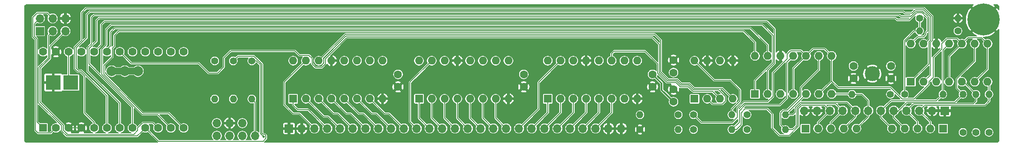
<source format=gbl>
G04 #@! TF.GenerationSoftware,KiCad,Pcbnew,5.1.10*
G04 #@! TF.CreationDate,2021-10-20T12:50:39+02:00*
G04 #@! TF.ProjectId,TH-XWhatsIt,54482d58-5768-4617-9473-49742e6b6963,0.1.3*
G04 #@! TF.SameCoordinates,Original*
G04 #@! TF.FileFunction,Copper,L2,Bot*
G04 #@! TF.FilePolarity,Positive*
%FSLAX46Y46*%
G04 Gerber Fmt 4.6, Leading zero omitted, Abs format (unit mm)*
G04 Created by KiCad (PCBNEW 5.1.10) date 2021-10-20 12:50:39*
%MOMM*%
%LPD*%
G01*
G04 APERTURE LIST*
G04 #@! TA.AperFunction,EtchedComponent*
%ADD10C,0.100000*%
G04 #@! TD*
G04 #@! TA.AperFunction,ComponentPad*
%ADD11O,1.700000X1.700000*%
G04 #@! TD*
G04 #@! TA.AperFunction,ComponentPad*
%ADD12O,1.400000X1.400000*%
G04 #@! TD*
G04 #@! TA.AperFunction,ComponentPad*
%ADD13C,1.400000*%
G04 #@! TD*
G04 #@! TA.AperFunction,ComponentPad*
%ADD14C,3.000000*%
G04 #@! TD*
G04 #@! TA.AperFunction,ComponentPad*
%ADD15C,0.800000*%
G04 #@! TD*
G04 #@! TA.AperFunction,ComponentPad*
%ADD16C,6.400000*%
G04 #@! TD*
G04 #@! TA.AperFunction,SMDPad,CuDef*
%ADD17R,3.000000X3.000000*%
G04 #@! TD*
G04 #@! TA.AperFunction,ComponentPad*
%ADD18C,2.000000*%
G04 #@! TD*
G04 #@! TA.AperFunction,ComponentPad*
%ADD19C,1.600000*%
G04 #@! TD*
G04 #@! TA.AperFunction,ComponentPad*
%ADD20R,1.600000X1.600000*%
G04 #@! TD*
G04 #@! TA.AperFunction,ComponentPad*
%ADD21O,1.600000X1.600000*%
G04 #@! TD*
G04 #@! TA.AperFunction,ComponentPad*
%ADD22R,1.700000X1.700000*%
G04 #@! TD*
G04 #@! TA.AperFunction,ViaPad*
%ADD23C,0.508000*%
G04 #@! TD*
G04 #@! TA.AperFunction,Conductor*
%ADD24C,0.152400*%
G04 #@! TD*
G04 #@! TA.AperFunction,Conductor*
%ADD25C,0.304800*%
G04 #@! TD*
G04 #@! TA.AperFunction,Conductor*
%ADD26C,0.100000*%
G04 #@! TD*
G04 APERTURE END LIST*
D10*
G36*
X55020000Y-133716000D02*
G01*
X60220000Y-133716000D01*
X60220000Y-135016000D01*
X55020000Y-135016000D01*
X55020000Y-133716000D01*
G37*
D11*
X83512840Y-147301420D03*
X80972840Y-144761420D03*
X80972840Y-147301420D03*
X78432840Y-144761420D03*
X78432840Y-147301420D03*
X75892840Y-144761420D03*
X75892840Y-147301420D03*
D12*
X75483900Y-139947100D03*
D13*
X75483900Y-132327100D03*
D12*
X79174520Y-139947100D03*
D13*
X79174520Y-132327100D03*
D12*
X82865140Y-139947100D03*
D13*
X82865140Y-132327100D03*
D14*
X206180000Y-134890000D03*
D15*
X230000371Y-122318674D03*
X228303315Y-121615730D03*
X226606259Y-122318674D03*
X225903315Y-124015730D03*
X226606259Y-125712786D03*
X228303315Y-126415730D03*
X230000371Y-125712786D03*
X230703315Y-124015730D03*
D16*
X228303315Y-124015730D03*
D17*
X46892000Y-136652000D03*
X43392000Y-136652000D03*
D18*
X55020000Y-134366000D03*
X57620000Y-134366000D03*
X60220000Y-134366000D03*
D19*
X41367560Y-130492616D03*
X43907560Y-130492616D03*
X46447560Y-130492616D03*
X48987560Y-130492616D03*
X51527560Y-130492616D03*
X54067560Y-130492616D03*
X56607560Y-130492616D03*
X59147560Y-130492616D03*
X61687560Y-130492616D03*
X64227560Y-130492616D03*
X66767560Y-130492616D03*
X69307560Y-130492616D03*
X69307560Y-145732616D03*
X66767560Y-145732616D03*
X64227560Y-145732616D03*
X61687560Y-145732616D03*
X59147560Y-145732616D03*
X56607560Y-145732616D03*
X54067560Y-145732616D03*
X51527560Y-145732616D03*
X48987560Y-145732616D03*
X46447560Y-145732616D03*
X43907560Y-145732616D03*
D20*
X41367560Y-145732616D03*
D21*
X213868000Y-128880000D03*
X229108000Y-136500000D03*
X216408000Y-128880000D03*
X226568000Y-136500000D03*
X218948000Y-128880000D03*
X224028000Y-136500000D03*
X221488000Y-128880000D03*
X221488000Y-136500000D03*
X224028000Y-128880000D03*
X218948000Y-136500000D03*
X226568000Y-128880000D03*
X216408000Y-136500000D03*
X229108000Y-128880000D03*
D20*
X213868000Y-136500000D03*
D12*
X223220000Y-123800000D03*
D13*
X215600000Y-123800000D03*
D12*
X215600000Y-126340000D03*
D13*
X223220000Y-126340000D03*
D12*
X188920000Y-143100000D03*
D13*
X181300000Y-143100000D03*
D12*
X226800000Y-139000000D03*
D13*
X226800000Y-146620000D03*
D12*
X188920000Y-146050000D03*
D13*
X181300000Y-146050000D03*
D12*
X178280000Y-146050000D03*
D13*
X170660000Y-146050000D03*
D12*
X202180000Y-139000000D03*
D13*
X209800000Y-139000000D03*
D12*
X224200000Y-139000000D03*
D13*
X224200000Y-146620000D03*
D12*
X220220000Y-139000000D03*
D13*
X212600000Y-139000000D03*
D12*
X229400000Y-139000000D03*
D13*
X229400000Y-146620000D03*
D12*
X167640000Y-146050000D03*
D13*
X160020000Y-146050000D03*
D12*
X178280000Y-143100000D03*
D13*
X170660000Y-143100000D03*
D12*
X160020000Y-143100000D03*
D13*
X167640000Y-143100000D03*
D19*
X202460000Y-133340000D03*
X202460000Y-135840000D03*
D11*
X192682985Y-142279807D03*
X195222985Y-142279807D03*
X197762985Y-142279807D03*
X200302985Y-142279807D03*
X202842985Y-142279807D03*
X205382985Y-142279807D03*
X207922985Y-142279807D03*
X210462985Y-142279807D03*
X213002985Y-142279807D03*
X215542985Y-142279807D03*
X218082985Y-142279807D03*
D22*
X220622985Y-142279807D03*
D11*
X156289470Y-145851685D03*
X153749470Y-145851685D03*
X151209470Y-145851685D03*
X148669470Y-145851685D03*
X146129470Y-145851685D03*
X143589470Y-145851685D03*
X141049470Y-145851685D03*
X138509470Y-145851685D03*
X135969470Y-145851685D03*
X133429470Y-145851685D03*
X130889470Y-145851685D03*
X128349470Y-145851685D03*
X125809470Y-145851685D03*
X123269470Y-145851685D03*
X120729470Y-145851685D03*
X118189470Y-145851685D03*
X115649470Y-145851685D03*
X113109470Y-145851685D03*
X110569470Y-145851685D03*
X108029470Y-145851685D03*
X105489470Y-145851685D03*
X102949470Y-145851685D03*
X100409470Y-145851685D03*
X97869470Y-145851685D03*
X95329470Y-145851685D03*
X92789470Y-145851685D03*
D22*
X90249470Y-145851685D03*
D21*
X203041412Y-145851685D03*
X200501412Y-145851685D03*
X197961412Y-145851685D03*
X195421412Y-145851685D03*
D20*
X192881412Y-145851685D03*
D11*
X45812552Y-123825104D03*
X45812552Y-126365104D03*
X43272552Y-123825104D03*
X43272552Y-126365104D03*
X40732552Y-123825104D03*
D22*
X40732552Y-126365104D03*
D21*
X182880000Y-131318000D03*
X198120000Y-138938000D03*
X185420000Y-131318000D03*
X195580000Y-138938000D03*
X187960000Y-131318000D03*
X193040000Y-138938000D03*
X190500000Y-131318000D03*
X190500000Y-138938000D03*
X193040000Y-131318000D03*
X187960000Y-138938000D03*
X195580000Y-131318000D03*
X185420000Y-138938000D03*
X198120000Y-131318000D03*
D20*
X182880000Y-138938000D03*
D19*
X166687640Y-140493868D03*
X166687640Y-137993868D03*
X166687640Y-134659486D03*
X166687640Y-132159486D03*
D21*
X170854831Y-132278555D03*
X178474831Y-139898555D03*
X173394831Y-132278555D03*
X175934831Y-139898555D03*
X175934831Y-132278555D03*
X173394831Y-139898555D03*
X178474831Y-132278555D03*
D20*
X170854831Y-139898555D03*
D21*
X141684494Y-132278555D03*
X159464494Y-139898555D03*
X144224494Y-132278555D03*
X156924494Y-139898555D03*
X146764494Y-132278555D03*
X154384494Y-139898555D03*
X149304494Y-132278555D03*
X151844494Y-139898555D03*
X151844494Y-132278555D03*
X149304494Y-139898555D03*
X154384494Y-132278555D03*
X146764494Y-139898555D03*
X156924494Y-132278555D03*
X144224494Y-139898555D03*
X159464494Y-132278555D03*
D20*
X141684494Y-139898555D03*
D21*
X116086035Y-132278555D03*
X133866035Y-139898555D03*
X118626035Y-132278555D03*
X131326035Y-139898555D03*
X121166035Y-132278555D03*
X128786035Y-139898555D03*
X123706035Y-132278555D03*
X126246035Y-139898555D03*
X126246035Y-132278555D03*
X123706035Y-139898555D03*
X128786035Y-132278555D03*
X121166035Y-139898555D03*
X131326035Y-132278555D03*
X118626035Y-139898555D03*
X133866035Y-132278555D03*
D20*
X116086035Y-139898555D03*
D19*
X111918844Y-135017303D03*
X111918844Y-137517303D03*
X136921990Y-135017303D03*
X136921990Y-137517303D03*
X162520449Y-135017303D03*
X162520449Y-137517303D03*
X209890000Y-133360000D03*
X209890000Y-135860000D03*
D21*
X210105810Y-145851685D03*
X212645810Y-145851685D03*
X215185810Y-145851685D03*
X217725810Y-145851685D03*
D20*
X220265810Y-145851685D03*
D21*
X91082889Y-132278555D03*
X108862889Y-139898555D03*
X93622889Y-132278555D03*
X106322889Y-139898555D03*
X96162889Y-132278555D03*
X103782889Y-139898555D03*
X98702889Y-132278555D03*
X101242889Y-139898555D03*
X101242889Y-132278555D03*
X98702889Y-139898555D03*
X103782889Y-132278555D03*
X96162889Y-139898555D03*
X106322889Y-132278555D03*
X93622889Y-139898555D03*
X108862889Y-132278555D03*
D20*
X91082889Y-139898555D03*
D23*
X50150000Y-144660000D03*
X47740000Y-144820000D03*
X47710000Y-146460000D03*
X50350000Y-146450000D03*
X45550000Y-144310000D03*
X44700000Y-146870000D03*
X55330000Y-142340000D03*
X57850000Y-142510000D03*
X53510000Y-140740000D03*
X41630000Y-143650000D03*
X40860000Y-132140000D03*
X50170000Y-128250000D03*
X52450000Y-127570000D03*
X52530000Y-131840000D03*
X52530000Y-133040000D03*
X53590000Y-131750000D03*
X54400000Y-133050000D03*
X57110000Y-131770000D03*
X63940000Y-134020000D03*
X65490000Y-131500000D03*
X214884000Y-131572000D03*
X223520000Y-132080000D03*
X217424000Y-138684000D03*
X214376000Y-138430000D03*
X220980000Y-130556000D03*
X219710000Y-132334000D03*
X225298000Y-139954000D03*
X189992000Y-133096000D03*
X187210000Y-135760000D03*
X189420000Y-144470000D03*
X186980000Y-140360000D03*
X190270000Y-142450000D03*
X175390000Y-138610000D03*
X214370000Y-127340000D03*
X122080000Y-134120000D03*
X131100000Y-134060000D03*
X127420000Y-131680000D03*
X126390000Y-133930000D03*
X106230000Y-134210000D03*
X98320000Y-134060000D03*
X92550000Y-130000000D03*
X68090000Y-131090000D03*
X60460000Y-130770000D03*
X103310000Y-130580000D03*
X102540000Y-131750000D03*
X112980000Y-136500000D03*
X113070000Y-138500000D03*
X110830000Y-138590000D03*
X138090000Y-136430000D03*
X138140000Y-138520000D03*
X135860000Y-138620000D03*
X135370000Y-137050000D03*
X163610000Y-138550000D03*
X161490000Y-138570000D03*
X165750000Y-137150000D03*
X165250000Y-138050000D03*
X168090000Y-139240000D03*
X167730000Y-133130000D03*
X167800000Y-131180000D03*
X165640000Y-131050000D03*
X203610000Y-134870000D03*
X201400000Y-134790000D03*
X201380000Y-136880000D03*
X203550000Y-136820000D03*
X208760000Y-136900000D03*
X211030000Y-136970000D03*
X211050000Y-134790000D03*
X208720000Y-134720000D03*
X218980000Y-127380000D03*
X218400000Y-130210000D03*
X222230000Y-142290000D03*
X220630000Y-143780000D03*
X218070000Y-143800000D03*
X216810000Y-142290000D03*
X219350000Y-142280000D03*
X90230000Y-147360000D03*
X90250000Y-144300000D03*
X88670000Y-145840000D03*
X91520000Y-145860000D03*
X92800000Y-144370000D03*
X92730000Y-147410000D03*
X94060000Y-145850000D03*
X153740000Y-144440000D03*
X152480000Y-145830000D03*
X153740000Y-147250000D03*
X155020000Y-145840000D03*
X156300000Y-144430000D03*
X156280000Y-147270000D03*
X157620000Y-145850000D03*
X161090000Y-145130000D03*
X159030000Y-145010000D03*
X159040000Y-147020000D03*
X161050000Y-147000000D03*
X178490000Y-130920000D03*
X179930000Y-132270000D03*
X177210000Y-132270000D03*
X178500000Y-133710000D03*
X187560000Y-132630000D03*
X223190000Y-125090000D03*
X223270000Y-122500000D03*
X221800000Y-123710000D03*
X192660000Y-143820000D03*
X195240000Y-143830000D03*
X193950000Y-142250000D03*
X196490000Y-142280000D03*
X173320000Y-134000000D03*
X174680000Y-132270000D03*
X172110000Y-132280000D03*
X173400000Y-130930000D03*
X159450000Y-141430000D03*
X160920000Y-139880000D03*
X159450000Y-138440000D03*
X158190000Y-139860000D03*
X135330000Y-139920000D03*
X133870000Y-141320000D03*
X133880000Y-138450000D03*
X132590000Y-139880000D03*
X44950000Y-129490000D03*
X44940000Y-131470000D03*
X43310000Y-131880000D03*
X47420000Y-123830000D03*
X45770000Y-122280000D03*
X45820000Y-125100000D03*
X44550000Y-123840000D03*
X164360000Y-141110000D03*
X164360000Y-142402000D03*
X164360000Y-143694000D03*
X164360000Y-144986000D03*
X164360000Y-146278000D03*
X164360000Y-147570000D03*
X158410000Y-141370000D03*
X157990000Y-142440000D03*
X157610000Y-143560000D03*
X157250000Y-144450000D03*
X154940000Y-147280000D03*
X154890000Y-148120000D03*
X160430000Y-137250000D03*
X162610000Y-133200000D03*
X210350000Y-125660000D03*
X47580000Y-125690000D03*
X211490000Y-126260000D03*
X224340000Y-121530000D03*
X229640000Y-127640000D03*
X196180000Y-146980000D03*
X196700000Y-146420000D03*
X199240000Y-146430000D03*
X201870000Y-146540000D03*
X204370000Y-146620000D03*
X208910000Y-146710000D03*
X211400000Y-146730000D03*
X213890000Y-146700000D03*
X216440000Y-146540000D03*
X218310000Y-146960000D03*
X196170000Y-144750000D03*
X198760000Y-144770000D03*
X201830000Y-145390000D03*
X200840000Y-144550000D03*
X197380000Y-144680000D03*
X194840000Y-144670000D03*
X198970000Y-142820000D03*
X201570000Y-142810000D03*
X202060000Y-143370000D03*
X204630000Y-143380000D03*
X204110000Y-142700000D03*
X203460000Y-143480000D03*
X202630000Y-144510000D03*
X199870000Y-143580000D03*
X197330000Y-143530000D03*
X206060000Y-143530000D03*
X204440000Y-145530000D03*
X207350000Y-143540000D03*
X208860000Y-145440000D03*
X209730000Y-144660000D03*
X208640000Y-143470000D03*
X209890000Y-143510000D03*
X211380000Y-145420000D03*
X212310000Y-144600000D03*
X211140000Y-143460000D03*
X213410000Y-143540000D03*
X214510000Y-144730000D03*
X214320000Y-142700000D03*
X215640000Y-143930000D03*
X215790000Y-144690000D03*
X217100000Y-144690000D03*
X216040000Y-143540000D03*
X214600000Y-141410000D03*
X213420000Y-141090000D03*
X211950000Y-140870000D03*
X210160000Y-140920000D03*
X209210000Y-141820000D03*
X208250000Y-140930000D03*
X211030000Y-139720000D03*
X208750000Y-139700000D03*
X218360000Y-144720000D03*
X218600000Y-139580000D03*
X219890000Y-140080000D03*
X222340000Y-140050000D03*
X223540000Y-140390000D03*
X225980000Y-140380000D03*
X227270000Y-140680000D03*
X228810000Y-140180000D03*
X228350000Y-140670000D03*
X227440000Y-139990000D03*
X230010000Y-140080000D03*
X229780000Y-140860000D03*
X229060000Y-141620000D03*
X227730000Y-141800000D03*
X225890000Y-141800000D03*
X224030000Y-141790000D03*
X222570000Y-141770000D03*
X230070000Y-137900000D03*
X230450000Y-136500000D03*
X229760000Y-135220000D03*
X228470000Y-135360000D03*
X227860000Y-136720000D03*
X228270000Y-137410000D03*
X228760000Y-138010000D03*
X224650000Y-135230000D03*
X225320000Y-136060000D03*
X223650000Y-137680000D03*
X224590000Y-137670000D03*
X225580000Y-138650000D03*
X226570000Y-137790000D03*
X227820000Y-138370000D03*
X226920000Y-135230000D03*
X228420000Y-133710000D03*
X228520000Y-130120000D03*
X225840000Y-131990000D03*
X227170000Y-130160000D03*
X225900000Y-130160000D03*
X223630000Y-130140000D03*
X222120000Y-131670000D03*
X222490000Y-135510000D03*
X220870000Y-135000000D03*
X229840000Y-130220000D03*
X229810000Y-134050000D03*
X222220000Y-133630000D03*
X224420000Y-133540000D03*
X219590000Y-135120000D03*
X215730000Y-139680000D03*
X195870000Y-137570000D03*
X197450000Y-136100000D03*
X198850000Y-136060000D03*
X199800000Y-137070000D03*
X198130000Y-137350000D03*
X193160000Y-137550000D03*
X195970000Y-134680000D03*
X196260000Y-132650000D03*
X194980000Y-132480000D03*
X194930000Y-133770000D03*
X191470000Y-137260000D03*
X191460000Y-138100000D03*
X190360000Y-140230000D03*
X189710000Y-139900000D03*
X110460000Y-139900000D03*
X108840000Y-141410000D03*
X107570000Y-139890000D03*
X108880000Y-138470000D03*
X51520000Y-121290000D03*
X212220000Y-121300000D03*
X49530000Y-126920000D03*
X49840000Y-122570000D03*
X50510000Y-126910000D03*
X50540000Y-123280000D03*
X51480000Y-127550000D03*
X53420000Y-127580000D03*
X54390000Y-126260000D03*
X55300000Y-126760000D03*
X104490000Y-131170000D03*
X107790000Y-131000000D03*
X110660000Y-131610000D03*
X121780000Y-131170000D03*
X163120000Y-129150000D03*
X155400000Y-131140000D03*
X213070000Y-122280000D03*
X212110000Y-122960000D03*
X211350000Y-123630000D03*
X186260000Y-126160000D03*
X185880000Y-128750000D03*
X53750000Y-125220000D03*
X52640000Y-124460000D03*
X51670000Y-123740000D03*
X184120000Y-130610000D03*
X62180000Y-128620000D03*
X152450000Y-131160000D03*
X144950000Y-131240000D03*
X123310000Y-131080000D03*
X106550000Y-130670000D03*
X98690000Y-128980000D03*
X99440000Y-128230000D03*
X100660000Y-129440000D03*
X99890000Y-130190000D03*
X99170000Y-130940000D03*
X97970000Y-129720000D03*
X97450000Y-130260000D03*
X96630000Y-131030000D03*
X101520000Y-128580000D03*
X100300000Y-127420000D03*
X97900000Y-133260000D03*
X95210000Y-131490000D03*
X88340000Y-131600000D03*
X59560000Y-127490000D03*
X58660000Y-128420000D03*
X62680000Y-128250000D03*
X64080000Y-129080000D03*
X58360000Y-126870000D03*
X186120000Y-124320000D03*
X182670000Y-125640000D03*
X185050000Y-125020000D03*
X181360000Y-126320000D03*
X180410000Y-126940000D03*
X214440000Y-124180000D03*
X185940000Y-129970000D03*
X187270000Y-129920000D03*
X187260000Y-128760000D03*
X184900000Y-129920000D03*
X184260000Y-128740000D03*
X183420000Y-128740000D03*
X183410000Y-129920000D03*
X182360000Y-129930000D03*
X182230000Y-128710000D03*
X164690000Y-133000000D03*
X164710000Y-131350000D03*
X163360000Y-130030000D03*
X163350000Y-131690000D03*
X47520000Y-129020000D03*
X47010000Y-131650000D03*
X48480000Y-132440000D03*
X49140000Y-129280000D03*
X49740000Y-129530000D03*
X44920000Y-127980000D03*
X43810000Y-129120000D03*
X43490000Y-127960000D03*
X42050000Y-126830000D03*
X41920000Y-128400000D03*
X41930000Y-129420000D03*
X41790000Y-131640000D03*
X40670000Y-132750000D03*
X42650000Y-146150000D03*
X40930000Y-144440000D03*
X61320000Y-146930000D03*
X63010000Y-145340000D03*
X68100000Y-145290000D03*
X52480000Y-133730000D03*
X51020000Y-131600000D03*
X51530000Y-133050000D03*
X49660000Y-131980000D03*
X49690000Y-133700000D03*
X51880000Y-135140000D03*
X55050000Y-135800000D03*
X61250000Y-133310000D03*
X59550000Y-132270000D03*
X60800000Y-132280000D03*
X92380000Y-132660000D03*
X93280000Y-133550000D03*
X92320000Y-134370000D03*
X91550000Y-133540000D03*
X90810000Y-135800000D03*
X89320000Y-135790000D03*
X88790000Y-136980000D03*
X89820000Y-137000000D03*
X118200000Y-133470000D03*
X117440000Y-132740000D03*
X117310000Y-134360000D03*
X116570000Y-133590000D03*
X115930000Y-135690000D03*
X114720000Y-135450000D03*
X114820000Y-136870000D03*
X113880000Y-136310000D03*
X141460000Y-135740000D03*
X140120000Y-135670000D03*
X139390000Y-136660000D03*
X140400000Y-136930000D03*
X143740000Y-133460000D03*
X143030000Y-132780000D03*
X142190000Y-133610000D03*
X142890000Y-134320000D03*
X44580000Y-126800000D03*
X45360000Y-127580000D03*
X165200000Y-140070000D03*
X164250000Y-139090000D03*
X168540000Y-136400000D03*
X165810000Y-135500000D03*
X168520000Y-138000000D03*
X171950000Y-134090000D03*
X173110000Y-135240000D03*
X174160000Y-134860000D03*
X135120000Y-131940000D03*
X128290000Y-131040000D03*
X129440000Y-131200000D03*
X131460000Y-130630000D03*
X120260000Y-131390000D03*
X124980000Y-131870000D03*
X132510000Y-131780000D03*
X148040000Y-131900000D03*
X151020000Y-131260000D03*
X187390000Y-134500000D03*
X218590000Y-124530000D03*
X218590000Y-125670000D03*
X215210000Y-128310000D03*
X216610000Y-135200000D03*
X214260000Y-135240000D03*
X182250000Y-137610000D03*
X184800000Y-137710000D03*
X173770000Y-141170000D03*
X178220000Y-138610000D03*
X40290000Y-125070000D03*
X96750000Y-121290000D03*
X151150000Y-121290000D03*
X182740000Y-121290000D03*
X184170000Y-139910000D03*
X181530000Y-139920000D03*
X180460000Y-139920000D03*
X187990000Y-146690000D03*
X177280000Y-143920000D03*
X171830000Y-143420000D03*
X170930000Y-144290000D03*
X168270000Y-144160000D03*
X167000000Y-144170000D03*
X169620000Y-143640000D03*
X171810000Y-146410000D03*
X170970000Y-147200000D03*
X180110000Y-146330000D03*
X180960000Y-147200000D03*
X178860000Y-142120000D03*
X177770000Y-142060000D03*
X174720000Y-140370000D03*
X182380000Y-142540000D03*
X181850000Y-144170000D03*
X180720000Y-144110000D03*
X185840000Y-141690000D03*
X194230000Y-146400000D03*
X65460000Y-145230000D03*
X85440000Y-135790000D03*
X85460000Y-137010000D03*
X83550000Y-135800000D03*
X83540000Y-136980000D03*
X84090000Y-137280000D03*
X84060000Y-135100000D03*
X216460000Y-124520000D03*
X216700000Y-125680000D03*
X75480000Y-135810000D03*
X75480000Y-136990000D03*
X79190000Y-135810000D03*
X79190000Y-136980000D03*
X78300000Y-140650000D03*
X85200000Y-147500000D03*
D24*
X92352905Y-142875120D02*
X94479471Y-145001686D01*
X91082889Y-142875120D02*
X92352905Y-142875120D01*
X89296950Y-141089181D02*
X91082889Y-142875120D01*
X89296950Y-136604494D02*
X89296950Y-141089181D01*
X94479471Y-145001686D02*
X95329470Y-145851685D01*
X93622889Y-132278555D02*
X89296950Y-136604494D01*
X94958892Y-142941108D02*
X97869470Y-145851685D01*
X94088892Y-142071108D02*
X94958892Y-142941108D01*
X91951108Y-142071108D02*
X94088892Y-142071108D01*
X91082889Y-141202889D02*
X91951108Y-142071108D01*
X91082889Y-139898555D02*
X91082889Y-141202889D01*
X98028218Y-143470433D02*
X100409470Y-145851685D01*
X93622889Y-139898555D02*
X97194767Y-143470433D01*
X97194767Y-143470433D02*
X98028218Y-143470433D01*
X96162889Y-139898555D02*
X99139454Y-142875120D01*
X99972905Y-142875120D02*
X102949470Y-145851685D01*
X99139454Y-142875120D02*
X99972905Y-142875120D01*
X98702889Y-139898555D02*
X101679454Y-142875120D01*
X102512905Y-142875120D02*
X105489470Y-145851685D01*
X101679454Y-142875120D02*
X102512905Y-142875120D01*
X102042888Y-140698554D02*
X102042888Y-140738233D01*
X101242889Y-139898555D02*
X102042888Y-140698554D01*
X102042888Y-140738233D02*
X104179775Y-142875120D01*
X105052905Y-142875120D02*
X108029470Y-145851685D01*
X104179775Y-142875120D02*
X105052905Y-142875120D01*
X103782889Y-139898555D02*
X106759454Y-142875120D01*
X107592905Y-142875120D02*
X110569470Y-145851685D01*
X106759454Y-142875120D02*
X107592905Y-142875120D01*
X106322889Y-139898555D02*
X109299454Y-142875120D01*
X110132905Y-142875120D02*
X113109470Y-145851685D01*
X109299454Y-142875120D02*
X110132905Y-142875120D01*
X114300096Y-144502311D02*
X115649470Y-145851685D01*
X114300096Y-136604494D02*
X114300096Y-144502311D01*
X118626035Y-132278555D02*
X114300096Y-136604494D01*
X116086035Y-143748250D02*
X118189470Y-145851685D01*
X116086035Y-139898555D02*
X116086035Y-143748250D01*
X118626035Y-143748250D02*
X120729470Y-145851685D01*
X118626035Y-139898555D02*
X118626035Y-143748250D01*
X121166035Y-143748250D02*
X123269470Y-145851685D01*
X121166035Y-139898555D02*
X121166035Y-143748250D01*
X123706035Y-143748250D02*
X125809470Y-145851685D01*
X123706035Y-139898555D02*
X123706035Y-143748250D01*
X126246035Y-143748250D02*
X128349470Y-145851685D01*
X126246035Y-139898555D02*
X126246035Y-143748250D01*
X128786035Y-143748250D02*
X130889470Y-145851685D01*
X128786035Y-139898555D02*
X128786035Y-143748250D01*
X131326035Y-143748250D02*
X133429470Y-145851685D01*
X131326035Y-139898555D02*
X131326035Y-143748250D01*
X135969470Y-145851685D02*
X139898555Y-141922600D01*
X139898555Y-136604494D02*
X144224494Y-132278555D01*
X139898555Y-141922600D02*
X139898555Y-136604494D01*
X141684494Y-142676661D02*
X141684494Y-139898555D01*
X138509470Y-145851685D02*
X141684494Y-142676661D01*
X144224494Y-142676661D02*
X144224494Y-139898555D01*
X141049470Y-145851685D02*
X144224494Y-142676661D01*
X146764494Y-142676661D02*
X146764494Y-139898555D01*
X143589470Y-145851685D02*
X146764494Y-142676661D01*
X149304494Y-142676661D02*
X149304494Y-139898555D01*
X146129470Y-145851685D02*
X149304494Y-142676661D01*
X151844494Y-142676661D02*
X151844494Y-139898555D01*
X148669470Y-145851685D02*
X151844494Y-142676661D01*
X154384494Y-142676661D02*
X154384494Y-139898555D01*
X151209470Y-145851685D02*
X154384494Y-142676661D01*
X217725810Y-144462632D02*
X217725810Y-145851685D01*
X215542985Y-142279807D02*
X217725810Y-144462632D01*
X216621586Y-141201206D02*
X228601206Y-141201206D01*
X215542985Y-142279807D02*
X216621586Y-141201206D01*
X229400000Y-140402412D02*
X229400000Y-139000000D01*
X228601206Y-141201206D02*
X229400000Y-140402412D01*
X229400000Y-136792000D02*
X229108000Y-136500000D01*
X229400000Y-139000000D02*
X229400000Y-136792000D01*
X215185810Y-144462632D02*
X215185810Y-145851685D01*
X213002985Y-142279807D02*
X215185810Y-144462632D01*
X213002985Y-142279807D02*
X214386396Y-140896396D01*
X214386396Y-140896396D02*
X226303604Y-140896396D01*
X226800000Y-140400000D02*
X226800000Y-139000000D01*
X226303604Y-140896396D02*
X226800000Y-140400000D01*
X224300000Y-136500000D02*
X224028000Y-136500000D01*
X226800000Y-139000000D02*
X224300000Y-136500000D01*
X210462985Y-143668860D02*
X212645810Y-145851685D01*
X210462985Y-142279807D02*
X210462985Y-143668860D01*
X210462985Y-143223477D02*
X213094876Y-140591586D01*
X210462985Y-142279807D02*
X210462985Y-143223477D01*
X222608414Y-140591586D02*
X224200000Y-139000000D01*
X213094876Y-140591586D02*
X222608414Y-140591586D01*
X222999399Y-137799399D02*
X222999399Y-135900601D01*
X224200000Y-139000000D02*
X222999399Y-137799399D01*
X226568000Y-132332000D02*
X226568000Y-128880000D01*
X222999399Y-135900601D02*
X226568000Y-132332000D01*
X207922985Y-143668860D02*
X210105810Y-145851685D01*
X207922985Y-142279807D02*
X207922985Y-143668860D01*
X207922985Y-142279807D02*
X209916016Y-140286776D01*
X218933224Y-140286776D02*
X220220000Y-139000000D01*
X209916016Y-140286776D02*
X218933224Y-140286776D01*
X220220000Y-130148000D02*
X221488000Y-128880000D01*
X220220000Y-139000000D02*
X220220000Y-130148000D01*
X205382985Y-143510112D02*
X203041412Y-145851685D01*
X205382985Y-142279807D02*
X205382985Y-143510112D01*
X202118000Y-138938000D02*
X202180000Y-139000000D01*
X198120000Y-138938000D02*
X202118000Y-138938000D01*
X202180000Y-139000000D02*
X204100000Y-139000000D01*
X205382985Y-140282985D02*
X205382985Y-142279807D01*
X204100000Y-139000000D02*
X205382985Y-140282985D01*
X197961412Y-144621380D02*
X200302985Y-142279807D01*
X197961412Y-145851685D02*
X197961412Y-144621380D01*
X191195190Y-145254810D02*
X190400000Y-146050000D01*
X191195190Y-141740206D02*
X191195190Y-145254810D01*
X192038999Y-140896397D02*
X191195190Y-141740206D01*
X190400000Y-146050000D02*
X188920000Y-146050000D01*
X198919574Y-140896396D02*
X192038999Y-140896397D01*
X200302985Y-142279807D02*
X198919574Y-140896396D01*
X187991399Y-145121399D02*
X188920000Y-146050000D01*
X188474271Y-142171399D02*
X187991399Y-142654271D01*
X189271729Y-142171399D02*
X188474271Y-142171399D01*
X192011399Y-139431729D02*
X189271729Y-142171399D01*
X195580000Y-134070000D02*
X192011399Y-137638601D01*
X187991399Y-142654271D02*
X187991399Y-145121399D01*
X192011399Y-137638601D02*
X192011399Y-139431729D01*
X195580000Y-131318000D02*
X195580000Y-134070000D01*
X202842985Y-143510112D02*
X202842985Y-142279807D01*
X200501412Y-145851685D02*
X202842985Y-143510112D01*
X202842985Y-142081380D02*
X202842985Y-142279807D01*
X192659202Y-138938000D02*
X193040000Y-138938000D01*
X202842985Y-142279807D02*
X202842985Y-143223477D01*
X193040000Y-138980000D02*
X193040000Y-138938000D01*
X188920000Y-143100000D02*
X193040000Y-138980000D01*
X190890380Y-141613950D02*
X191912742Y-140591588D01*
X190890380Y-142609620D02*
X190890380Y-141613950D01*
X201154766Y-140591588D02*
X202842985Y-142279807D01*
X191912742Y-140591588D02*
X201154766Y-140591588D01*
X190400000Y-143100000D02*
X190890380Y-142609620D01*
X188920000Y-143100000D02*
X190400000Y-143100000D01*
X195421412Y-144621380D02*
X197762985Y-142279807D01*
X195421412Y-145851685D02*
X195421412Y-144621380D01*
X189200000Y-139750000D02*
X187800000Y-141150000D01*
X189200000Y-132618000D02*
X189200000Y-139750000D01*
X190500000Y-131318000D02*
X189200000Y-132618000D01*
X178280000Y-146050000D02*
X179230000Y-146050000D01*
X192165256Y-141201206D02*
X196684384Y-141201206D01*
X179230000Y-146050000D02*
X180130000Y-145150000D01*
X180130000Y-145150000D02*
X180130000Y-142720000D01*
X180130000Y-142720000D02*
X180920000Y-141930000D01*
X180920000Y-141930000D02*
X185290000Y-141930000D01*
X186310000Y-145770000D02*
X187760000Y-147220000D01*
X187760000Y-147220000D02*
X189661066Y-147220000D01*
X185290000Y-141930000D02*
X186310000Y-142950000D01*
X196684384Y-141201206D02*
X197762985Y-142279807D01*
X186310000Y-142950000D02*
X186310000Y-145770000D01*
X189661066Y-147220000D02*
X191500000Y-145381066D01*
X191500000Y-145381066D02*
X191500000Y-141866462D01*
X191500000Y-141866462D02*
X192165256Y-141201206D01*
X187800000Y-141150000D02*
X181490000Y-141150000D01*
X181490000Y-141150000D02*
X180900000Y-141150000D01*
X180900000Y-141150000D02*
X179750000Y-142300000D01*
X179750000Y-144580000D02*
X178280000Y-146050000D01*
X179750000Y-142300000D02*
X179750000Y-144580000D01*
X190500000Y-133858000D02*
X190500000Y-138938000D01*
X193040000Y-131318000D02*
X190500000Y-133858000D01*
X195580000Y-138938000D02*
X198120000Y-136398000D01*
X229108000Y-133960000D02*
X229108000Y-128880000D01*
X226568000Y-136500000D02*
X229108000Y-133960000D01*
X221488000Y-131420000D02*
X224028000Y-128880000D01*
X221488000Y-136500000D02*
X221488000Y-131420000D01*
X214501729Y-139928601D02*
X212102931Y-139928601D01*
X217436601Y-136489069D02*
X217436601Y-136993729D01*
X218310000Y-135615670D02*
X217436601Y-136489069D01*
X218310000Y-131626934D02*
X218310000Y-135615670D01*
X219976601Y-129960333D02*
X218310000Y-131626934D01*
X217436601Y-136993729D02*
X214501729Y-139928601D01*
X219976601Y-128869069D02*
X219976601Y-129960333D01*
X220994271Y-127851399D02*
X219976601Y-128869069D01*
X212102931Y-139928601D02*
X209844330Y-137670000D01*
X222999399Y-127851399D02*
X220994271Y-127851399D01*
X224028000Y-128880000D02*
X222999399Y-127851399D01*
X199420000Y-137670000D02*
X198120000Y-136370000D01*
X209844330Y-137670000D02*
X199420000Y-137670000D01*
X198120000Y-136370000D02*
X198120000Y-131318000D01*
X198120000Y-136398000D02*
X198120000Y-136370000D01*
X193040000Y-131318000D02*
X194448000Y-129910000D01*
X196712000Y-129910000D02*
X198120000Y-131318000D01*
X194448000Y-129910000D02*
X196712000Y-129910000D01*
X224028000Y-128880000D02*
X225248000Y-127660000D01*
X227888000Y-127660000D02*
X229108000Y-128880000D01*
X225248000Y-127660000D02*
X227888000Y-127660000D01*
X172190000Y-144630000D02*
X170660000Y-143100000D01*
X179380000Y-141780000D02*
X179380000Y-143620000D01*
X180670000Y-140490000D02*
X179380000Y-141780000D01*
X186448601Y-139431729D02*
X185390330Y-140490000D01*
X186448601Y-134721399D02*
X186448601Y-139431729D01*
X178370000Y-144630000D02*
X172190000Y-144630000D01*
X185390330Y-140490000D02*
X180670000Y-140490000D01*
X189250000Y-130990000D02*
X189250000Y-131920000D01*
X189950601Y-130289399D02*
X189250000Y-130990000D01*
X189250000Y-131920000D02*
X186448601Y-134721399D01*
X192011399Y-130289399D02*
X189950601Y-130289399D01*
X179380000Y-143620000D02*
X178370000Y-144630000D01*
X193040000Y-131318000D02*
X192011399Y-130289399D01*
X170854831Y-132278555D02*
X174776276Y-136200000D01*
X178280000Y-143100000D02*
X178280000Y-141970000D01*
X178280000Y-141970000D02*
X179890000Y-140360000D01*
X179890000Y-138150000D02*
X177940000Y-136200000D01*
X179890000Y-140360000D02*
X179890000Y-138150000D01*
X177940000Y-136200000D02*
X178000000Y-136200000D01*
X174776276Y-136200000D02*
X177940000Y-136200000D01*
X217497779Y-128022911D02*
X216640690Y-128880000D01*
X217131791Y-123301791D02*
X217497779Y-123667779D01*
X56607560Y-145732616D02*
X56607560Y-140777560D01*
X211555750Y-123120000D02*
X211878351Y-123442601D01*
X211878351Y-123442601D02*
X213826333Y-123442601D01*
X56607560Y-140777560D02*
X50194149Y-134364149D01*
X50992601Y-128929623D02*
X50992601Y-123607399D01*
X50194149Y-134364149D02*
X50194149Y-129728075D01*
X50194149Y-129728075D02*
X50992601Y-128929623D01*
X216640690Y-128880000D02*
X216408000Y-128880000D01*
X50992601Y-123607399D02*
X51480000Y-123120000D01*
X51480000Y-123120000D02*
X211555750Y-123120000D01*
X217131791Y-123300725D02*
X217131791Y-123301791D01*
X214873744Y-122395190D02*
X216226257Y-122395191D01*
X213826333Y-123442601D02*
X214873744Y-122395190D01*
X217497779Y-123667779D02*
X217497779Y-128022911D01*
X216226257Y-122395191D02*
X217131791Y-123300725D01*
X215248000Y-127500000D02*
X213868000Y-128880000D01*
X216400000Y-127500000D02*
X215248000Y-127500000D01*
X217192969Y-123794035D02*
X217192969Y-126317031D01*
X216826982Y-123428048D02*
X217192969Y-123794035D01*
X217192969Y-126317031D02*
X216826981Y-126683019D01*
X59147560Y-145732616D02*
X59147560Y-141541560D01*
X216826981Y-127073019D02*
X216400000Y-127500000D01*
X52480000Y-123740000D02*
X210745750Y-123740000D01*
X59147560Y-141541560D02*
X50498959Y-132892959D01*
X50498959Y-132892959D02*
X50498959Y-129854331D01*
X216826981Y-126683019D02*
X216826981Y-127073019D01*
X51962601Y-128390689D02*
X51962601Y-124257399D01*
X50498959Y-129854331D02*
X51962601Y-128390689D01*
X210745750Y-123740000D02*
X211118351Y-124112601D01*
X213587399Y-124112601D02*
X215000000Y-122700000D01*
X51962601Y-124257399D02*
X52480000Y-123740000D01*
X216100000Y-122700000D02*
X216826981Y-123426981D01*
X211118351Y-124112601D02*
X213587399Y-124112601D01*
X215000000Y-122700000D02*
X216100000Y-122700000D01*
X216826981Y-123426981D02*
X216826982Y-123428048D01*
X47654150Y-129616784D02*
X48660000Y-128610934D01*
X215214427Y-121785573D02*
X214621232Y-121785572D01*
X49640000Y-142740000D02*
X51527560Y-144627560D01*
X49640000Y-135350000D02*
X49640000Y-142740000D01*
X48800000Y-134510000D02*
X49640000Y-135350000D01*
X48260000Y-134510000D02*
X48800000Y-134510000D01*
X51527560Y-144627560D02*
X51527560Y-145732616D01*
X47654149Y-133904149D02*
X48260000Y-134510000D01*
X47654150Y-129616784D02*
X47654149Y-133904149D01*
X48965467Y-128305467D02*
X47654150Y-129616784D01*
X49030000Y-128240934D02*
X48965467Y-128305467D01*
X49030000Y-122670000D02*
X49030000Y-128240934D01*
X49914427Y-121785573D02*
X49030000Y-122670000D01*
X215214427Y-121785573D02*
X49914427Y-121785573D01*
X217741411Y-128641411D02*
X217741411Y-135166589D01*
X218107399Y-128275423D02*
X217741411Y-128641411D01*
X218107399Y-123414203D02*
X218107399Y-128275423D01*
X216478769Y-121785573D02*
X218107399Y-123414203D01*
X217741411Y-135166589D02*
X216408000Y-136500000D01*
X215214427Y-121785573D02*
X216478769Y-121785573D01*
X217436601Y-132931399D02*
X213868000Y-136500000D01*
X217436601Y-128515155D02*
X217436601Y-132931399D01*
X217802589Y-128149167D02*
X217436601Y-128515155D01*
X217802589Y-123540457D02*
X217802589Y-128149167D01*
X54067560Y-145732616D02*
X54067560Y-139346494D01*
X47958959Y-129743041D02*
X50012601Y-127689399D01*
X48926257Y-134205191D02*
X48386256Y-134205190D01*
X48386256Y-134205190D02*
X47958959Y-133777893D01*
X50650000Y-122450000D02*
X212310000Y-122450000D01*
X54067560Y-139346494D02*
X48926257Y-134205191D01*
X212622601Y-122762601D02*
X214075267Y-122762601D01*
X216352514Y-122090382D02*
X217802589Y-123540457D01*
X47958959Y-133777893D02*
X47958959Y-129743041D01*
X50012601Y-123087399D02*
X50650000Y-122450000D01*
X214747489Y-122090381D02*
X216352514Y-122090382D01*
X50012601Y-127689399D02*
X50012601Y-123087399D01*
X214075267Y-122762601D02*
X214747489Y-122090381D01*
X212310000Y-122450000D02*
X212622601Y-122762601D01*
X182880000Y-136260000D02*
X182880000Y-138938000D01*
X186448601Y-132691399D02*
X182880000Y-136260000D01*
X186448601Y-131128601D02*
X186448601Y-128388601D01*
X186448601Y-130824271D02*
X186448601Y-131128601D01*
X186448601Y-131128601D02*
X186448601Y-132691399D01*
X53902601Y-129135245D02*
X53902601Y-126057399D01*
X53038959Y-135001893D02*
X53038959Y-129998887D01*
X53902601Y-126057399D02*
X54880000Y-125080000D01*
X53038959Y-129998887D02*
X53902601Y-129135245D01*
X61102594Y-143065528D02*
X53038959Y-135001893D01*
X64100472Y-143065528D02*
X61102594Y-143065528D01*
X66767560Y-145732616D02*
X64100472Y-143065528D01*
X54880000Y-125080000D02*
X68370000Y-125080000D01*
X68370000Y-125080000D02*
X68580000Y-125080000D01*
X186448601Y-127208601D02*
X186448601Y-128388601D01*
X184320000Y-125080000D02*
X186448601Y-127208601D01*
X68370000Y-125080000D02*
X74100000Y-125080000D01*
X74100000Y-125080000D02*
X85320000Y-125080000D01*
X85320000Y-125080000D02*
X184320000Y-125080000D01*
X84470000Y-125080000D02*
X85320000Y-125080000D01*
X66335662Y-142760718D02*
X69307560Y-145732616D01*
X53496000Y-135027868D02*
X61228850Y-142760718D01*
X53496000Y-133144000D02*
X53496000Y-135027868D01*
X55121749Y-131538251D02*
X53516000Y-133144000D01*
X55121749Y-129804492D02*
X55121749Y-131538251D01*
X61228850Y-142760718D02*
X66335662Y-142760718D01*
X55563120Y-127211130D02*
X55563120Y-129363120D01*
X55563120Y-129363120D02*
X55121749Y-129804492D01*
X56414250Y-126360000D02*
X55563120Y-127211130D01*
X180600000Y-126360000D02*
X56414250Y-126360000D01*
X182880000Y-128640000D02*
X180600000Y-126360000D01*
X53516000Y-133144000D02*
X53496000Y-133144000D01*
X182880000Y-131318000D02*
X182880000Y-128640000D01*
X185420000Y-138938000D02*
X185420000Y-134151066D01*
X185420000Y-134151066D02*
X186753411Y-132817655D01*
X186753411Y-130906589D02*
X186753411Y-130698015D01*
X186753411Y-132817655D02*
X186753411Y-130906589D01*
X186753411Y-127183411D02*
X186753411Y-130906589D01*
X186753411Y-125943411D02*
X186753411Y-127183411D01*
X185240000Y-124430000D02*
X186753411Y-125943411D01*
X52932601Y-129087575D02*
X51527560Y-130492616D01*
X52932601Y-125087399D02*
X52932601Y-129087575D01*
X53590000Y-124430000D02*
X52932601Y-125087399D01*
X69810000Y-124430000D02*
X53590000Y-124430000D01*
X69690000Y-124430000D02*
X69810000Y-124430000D01*
X69810000Y-124430000D02*
X185240000Y-124430000D01*
X54067560Y-130427615D02*
X54067560Y-130492616D01*
X54067560Y-130062440D02*
X54067560Y-130492616D01*
X54810000Y-129320000D02*
X54067560Y-130062440D01*
X54810000Y-126554250D02*
X54810000Y-129320000D01*
X55624250Y-125740000D02*
X54810000Y-126554250D01*
X181970000Y-125740000D02*
X55624250Y-125740000D01*
X185420000Y-129190000D02*
X181970000Y-125740000D01*
X185420000Y-131318000D02*
X185420000Y-129190000D01*
X170535295Y-138417427D02*
X174453703Y-138417427D01*
X168017431Y-137492221D02*
X169610089Y-137492221D01*
X167156697Y-136631488D02*
X168017431Y-137492221D01*
X165370758Y-136631488D02*
X167156697Y-136631488D01*
X169610089Y-137492221D02*
X170535295Y-138417427D01*
X163549050Y-132909050D02*
X163549050Y-134809780D01*
X163549050Y-134809780D02*
X165370758Y-136631488D01*
X161018445Y-130378445D02*
X163549050Y-132909050D01*
X154831555Y-130378445D02*
X161018445Y-130378445D01*
X154384494Y-130825506D02*
X154831555Y-130378445D01*
X174453703Y-138417427D02*
X175934831Y-139898555D01*
X154384494Y-132278555D02*
X154384494Y-130825506D01*
X176384082Y-137807806D02*
X178474831Y-139898555D01*
X168269943Y-136882601D02*
X169862601Y-136882601D01*
X167409210Y-136021868D02*
X168269943Y-136882601D01*
X165623270Y-136021867D02*
X167409210Y-136021868D01*
X164158671Y-134557268D02*
X165623270Y-136021867D01*
X164158671Y-128198671D02*
X164158671Y-134557268D01*
X170787806Y-137807806D02*
X176384082Y-137807806D01*
X162960000Y-127000000D02*
X164158671Y-128198671D01*
X169862601Y-136882601D02*
X170787806Y-137807806D01*
X101441444Y-127000000D02*
X162960000Y-127000000D01*
X96162889Y-132278555D02*
X101441444Y-127000000D01*
X176428560Y-140927156D02*
X174423432Y-140927156D01*
X94829477Y-132898540D02*
X95542904Y-133611967D01*
X94195724Y-131204276D02*
X94829477Y-131838029D01*
X92295724Y-131204276D02*
X94195724Y-131204276D01*
X94829477Y-131838029D02*
X94829477Y-132898540D01*
X76060000Y-134750000D02*
X77290000Y-133520000D01*
X169736345Y-137187411D02*
X170661550Y-138112616D01*
X77290000Y-131730000D02*
X78690000Y-130330000D01*
X101720000Y-127650000D02*
X162490000Y-127650000D01*
X91421448Y-130330000D02*
X92295724Y-131204276D01*
X78690000Y-130330000D02*
X91421448Y-130330000D01*
X77290000Y-133520000D02*
X77290000Y-131730000D01*
X174423432Y-140927156D02*
X173394831Y-139898555D01*
X72302528Y-132782528D02*
X74270000Y-134750000D01*
X58897472Y-132782528D02*
X72302528Y-132782528D01*
X176963432Y-139458713D02*
X176963432Y-140392284D01*
X97496299Y-131873701D02*
X101720000Y-127650000D01*
X95542904Y-133611967D02*
X96782874Y-133611967D01*
X96782874Y-133611967D02*
X97496299Y-132898541D01*
X97496299Y-132898541D02*
X97496299Y-131873701D01*
X56607560Y-130492616D02*
X58897472Y-132782528D01*
X162490000Y-127650000D02*
X163853861Y-129013861D01*
X163853861Y-129013861D02*
X163853861Y-134683524D01*
X163853861Y-134683524D02*
X165497014Y-136326677D01*
X165497014Y-136326677D02*
X167282953Y-136326677D01*
X170661550Y-138112616D02*
X175617335Y-138112616D01*
X74270000Y-134750000D02*
X76060000Y-134750000D01*
X167282953Y-136326677D02*
X168143687Y-137187411D01*
X168143687Y-137187411D02*
X169736345Y-137187411D01*
X175617335Y-138112616D02*
X176963432Y-139458713D01*
X176963432Y-140392284D02*
X176428560Y-140927156D01*
X220702375Y-146288250D02*
X220265810Y-145851685D01*
X214500000Y-126340000D02*
X215600000Y-126340000D01*
X212600000Y-128240000D02*
X214500000Y-126340000D01*
X212600000Y-139000000D02*
X212600000Y-128240000D01*
X215600000Y-126340000D02*
X215600000Y-123800000D01*
X47654000Y-135890000D02*
X46892000Y-136652000D01*
X46447560Y-136207560D02*
X46892000Y-136652000D01*
X46447560Y-130492616D02*
X46447560Y-136207560D01*
D25*
X162520449Y-135017303D02*
X164338000Y-136834854D01*
X164338000Y-138144228D02*
X166687640Y-140493868D01*
X164338000Y-136834854D02*
X164338000Y-138144228D01*
D24*
X225812392Y-126706653D02*
X227503315Y-125015730D01*
D25*
X226287585Y-123800000D02*
X227503315Y-125015730D01*
D24*
X43907560Y-137167560D02*
X43392000Y-136652000D01*
X46447560Y-145732616D02*
X48987560Y-145732616D01*
D25*
X43907560Y-136136440D02*
X43392000Y-136652000D01*
D24*
X63427561Y-144932617D02*
X64227560Y-145732616D01*
X60176161Y-145721685D02*
X61193831Y-144704015D01*
X42727362Y-131849704D02*
X40773853Y-133803213D01*
X45418959Y-146226345D02*
X46234925Y-147042311D01*
X46234925Y-147042311D02*
X59360195Y-147042311D01*
X59360195Y-147042311D02*
X60176161Y-146226345D01*
X40773853Y-133803213D02*
X40773853Y-140546165D01*
X60176161Y-146226345D02*
X60176161Y-145721685D01*
X45418959Y-145191271D02*
X45418959Y-146226345D01*
X61193831Y-144704015D02*
X63198959Y-144704015D01*
X40773853Y-140546165D02*
X45418959Y-145191271D01*
X63198959Y-144704015D02*
X63427561Y-144932617D01*
X42727363Y-129450293D02*
X42727363Y-129693363D01*
X45812552Y-126365104D02*
X42727363Y-129450293D01*
X42727363Y-129693363D02*
X42727362Y-131849704D01*
X84591441Y-133110137D02*
X84591441Y-145819149D01*
X83808404Y-132327100D02*
X84591441Y-133110137D01*
X82865140Y-132327100D02*
X83808404Y-132327100D01*
X84591441Y-146891441D02*
X85200000Y-147500000D01*
X84591441Y-145819149D02*
X84591441Y-146891441D01*
X40384679Y-146761217D02*
X39859422Y-146235960D01*
X43907560Y-145732616D02*
X42878959Y-146761217D01*
X42878959Y-146761217D02*
X40384679Y-146761217D01*
X42422553Y-122975105D02*
X43272552Y-123825104D01*
X42193951Y-122746503D02*
X42422553Y-122975105D01*
X39349140Y-123612186D02*
X40214823Y-122746503D01*
X39349140Y-127524241D02*
X39349140Y-123612186D01*
X39859422Y-128034523D02*
X39349140Y-127524241D01*
X40214823Y-122746503D02*
X42193951Y-122746503D01*
X39859422Y-146235960D02*
X39859422Y-128034523D01*
X60073054Y-147347122D02*
X60887561Y-146532615D01*
X60887561Y-146532615D02*
X61687560Y-145732616D01*
X46108669Y-147347122D02*
X60073054Y-147347122D01*
X40469043Y-140672422D02*
X45114148Y-145317527D01*
X40469043Y-133676957D02*
X40469043Y-140672422D01*
X45114148Y-146352601D02*
X46108669Y-147347122D01*
X45114148Y-145317527D02*
X45114148Y-146352601D01*
X42422553Y-127215103D02*
X42422553Y-131723447D01*
X42422553Y-131723447D02*
X40469043Y-133676957D01*
X43272552Y-126365104D02*
X42422553Y-127215103D01*
X61687560Y-145732616D02*
X64334965Y-148380021D01*
X83619979Y-148380021D02*
X84030569Y-148380021D01*
X64334965Y-148380021D02*
X83619979Y-148380021D01*
X83680021Y-148380021D02*
X83619979Y-148380021D01*
X85119979Y-148380021D02*
X83680021Y-148380021D01*
X85682601Y-147817399D02*
X85119979Y-148380021D01*
X85682601Y-147268351D02*
X85682601Y-147817399D01*
X84896251Y-146765185D02*
X85148465Y-147017399D01*
X85148465Y-147017399D02*
X85431649Y-147017399D01*
X84896251Y-132983881D02*
X84896251Y-146765185D01*
X85431649Y-147017399D02*
X85682601Y-147268351D01*
X83310869Y-131398499D02*
X84896251Y-132983881D01*
X80103121Y-131398499D02*
X83310869Y-131398499D01*
X79174520Y-132327100D02*
X80103121Y-131398499D01*
X40164233Y-144529289D02*
X41367560Y-145732616D01*
X40164233Y-127908267D02*
X40164233Y-144529289D01*
X39653951Y-124903705D02*
X39653951Y-127397986D01*
X39653951Y-127397986D02*
X40164233Y-127908267D01*
X40732552Y-123825104D02*
X39653951Y-124903705D01*
X83512840Y-140594800D02*
X82865140Y-139947100D01*
X83512840Y-145301420D02*
X83512840Y-140594800D01*
X83512840Y-145301420D02*
X83512840Y-147301420D01*
X225957747Y-121418715D02*
X228303315Y-123764283D01*
X230648883Y-121418715D01*
X230356446Y-121102139D01*
X230969036Y-121102139D01*
X231047583Y-121109841D01*
X231111196Y-121129047D01*
X231169874Y-121160246D01*
X231221369Y-121202244D01*
X231263729Y-121253448D01*
X231295336Y-121311905D01*
X231314986Y-121375387D01*
X231323158Y-121453139D01*
X231323158Y-122071821D01*
X231311468Y-122049951D01*
X230900330Y-121670162D01*
X228554762Y-124015730D01*
X230900330Y-126361298D01*
X231311468Y-125981509D01*
X231323158Y-125959090D01*
X231323157Y-148220529D01*
X231315455Y-148299077D01*
X231296250Y-148362687D01*
X231265050Y-148421367D01*
X231223052Y-148472862D01*
X231171846Y-148515223D01*
X231113391Y-148546829D01*
X231049914Y-148566479D01*
X230972166Y-148574650D01*
X85356401Y-148574650D01*
X85887545Y-148043507D01*
X85899169Y-148033967D01*
X85937259Y-147987556D01*
X85965561Y-147934605D01*
X85982990Y-147877150D01*
X85987401Y-147832365D01*
X85987401Y-147832357D01*
X85988874Y-147817399D01*
X85987401Y-147802441D01*
X85987401Y-147283309D01*
X85988874Y-147268351D01*
X85987401Y-147253393D01*
X85987401Y-147253385D01*
X85982990Y-147208600D01*
X85965561Y-147151145D01*
X85937259Y-147098194D01*
X85899169Y-147051783D01*
X85887546Y-147042244D01*
X85657761Y-146812460D01*
X85648217Y-146800831D01*
X85601806Y-146762741D01*
X85548855Y-146734439D01*
X85491400Y-146717010D01*
X85446615Y-146712599D01*
X85446607Y-146712599D01*
X85431649Y-146711126D01*
X85416691Y-146712599D01*
X85274717Y-146712599D01*
X85263803Y-146701685D01*
X89021450Y-146701685D01*
X89028714Y-146775433D01*
X89050225Y-146846347D01*
X89085158Y-146911702D01*
X89132169Y-146968986D01*
X89189453Y-147015997D01*
X89254808Y-147050930D01*
X89325722Y-147072441D01*
X89399470Y-147079705D01*
X89977620Y-147077885D01*
X90071670Y-146983835D01*
X90071670Y-146029485D01*
X90427270Y-146029485D01*
X90427270Y-146983835D01*
X90521320Y-147077885D01*
X91099470Y-147079705D01*
X91173218Y-147072441D01*
X91244132Y-147050930D01*
X91309487Y-147015997D01*
X91366771Y-146968986D01*
X91413782Y-146911702D01*
X91448715Y-146846347D01*
X91470226Y-146775433D01*
X91477490Y-146701685D01*
X91475965Y-146217090D01*
X91618972Y-146217090D01*
X91712750Y-146438422D01*
X91847906Y-146637206D01*
X92019245Y-146805802D01*
X92220184Y-146937732D01*
X92424066Y-147022175D01*
X92611670Y-146969786D01*
X92611670Y-146029485D01*
X92967270Y-146029485D01*
X92967270Y-146969786D01*
X93154874Y-147022175D01*
X93358756Y-146937732D01*
X93559695Y-146805802D01*
X93731034Y-146637206D01*
X93866190Y-146438422D01*
X93959968Y-146217090D01*
X93908669Y-146029485D01*
X92967270Y-146029485D01*
X92611670Y-146029485D01*
X91670271Y-146029485D01*
X91618972Y-146217090D01*
X91475965Y-146217090D01*
X91475670Y-146123535D01*
X91381620Y-146029485D01*
X90427270Y-146029485D01*
X90071670Y-146029485D01*
X89117320Y-146029485D01*
X89023270Y-146123535D01*
X89021450Y-146701685D01*
X85263803Y-146701685D01*
X85201051Y-146638934D01*
X85201051Y-145001685D01*
X89021450Y-145001685D01*
X89023270Y-145579835D01*
X89117320Y-145673885D01*
X90071670Y-145673885D01*
X90071670Y-144719535D01*
X90427270Y-144719535D01*
X90427270Y-145673885D01*
X91381620Y-145673885D01*
X91475670Y-145579835D01*
X91475964Y-145486280D01*
X91618972Y-145486280D01*
X91670271Y-145673885D01*
X92611670Y-145673885D01*
X92611670Y-144733584D01*
X92967270Y-144733584D01*
X92967270Y-145673885D01*
X93908669Y-145673885D01*
X93959968Y-145486280D01*
X93866190Y-145264948D01*
X93731034Y-145066164D01*
X93559695Y-144897568D01*
X93358756Y-144765638D01*
X93154874Y-144681195D01*
X92967270Y-144733584D01*
X92611670Y-144733584D01*
X92424066Y-144681195D01*
X92220184Y-144765638D01*
X92019245Y-144897568D01*
X91847906Y-145066164D01*
X91712750Y-145264948D01*
X91618972Y-145486280D01*
X91475964Y-145486280D01*
X91477490Y-145001685D01*
X91470226Y-144927937D01*
X91448715Y-144857023D01*
X91413782Y-144791668D01*
X91366771Y-144734384D01*
X91309487Y-144687373D01*
X91244132Y-144652440D01*
X91173218Y-144630929D01*
X91099470Y-144623665D01*
X90521320Y-144625485D01*
X90427270Y-144719535D01*
X90071670Y-144719535D01*
X89977620Y-144625485D01*
X89399470Y-144623665D01*
X89325722Y-144630929D01*
X89254808Y-144652440D01*
X89189453Y-144687373D01*
X89132169Y-144734384D01*
X89085158Y-144791668D01*
X89050225Y-144857023D01*
X89028714Y-144927937D01*
X89021450Y-145001685D01*
X85201051Y-145001685D01*
X85201051Y-132998839D01*
X85202524Y-132983881D01*
X85201051Y-132968923D01*
X85201051Y-132968915D01*
X85196640Y-132924130D01*
X85195099Y-132919048D01*
X85179211Y-132866675D01*
X85173227Y-132855479D01*
X85150909Y-132813724D01*
X85112819Y-132767313D01*
X85101196Y-132757774D01*
X84520669Y-132177247D01*
X90054289Y-132177247D01*
X90054289Y-132379863D01*
X90093817Y-132578587D01*
X90171355Y-132765780D01*
X90283923Y-132934249D01*
X90427195Y-133077521D01*
X90595664Y-133190089D01*
X90782857Y-133267627D01*
X90981581Y-133307155D01*
X91184197Y-133307155D01*
X91382921Y-133267627D01*
X91570114Y-133190089D01*
X91738583Y-133077521D01*
X91881855Y-132934249D01*
X91994423Y-132765780D01*
X92071961Y-132578587D01*
X92111489Y-132379863D01*
X92111489Y-132177247D01*
X92071961Y-131978523D01*
X91994423Y-131791330D01*
X91881855Y-131622861D01*
X91738583Y-131479589D01*
X91570114Y-131367021D01*
X91382921Y-131289483D01*
X91184197Y-131249955D01*
X90981581Y-131249955D01*
X90782857Y-131289483D01*
X90595664Y-131367021D01*
X90427195Y-131479589D01*
X90283923Y-131622861D01*
X90171355Y-131791330D01*
X90093817Y-131978523D01*
X90054289Y-132177247D01*
X84520669Y-132177247D01*
X83536981Y-131193560D01*
X83527437Y-131181931D01*
X83481026Y-131143841D01*
X83428075Y-131115539D01*
X83370620Y-131098110D01*
X83325835Y-131093699D01*
X83325827Y-131093699D01*
X83310869Y-131092226D01*
X83295911Y-131093699D01*
X80118078Y-131093699D01*
X80103120Y-131092226D01*
X80088162Y-131093699D01*
X80088155Y-131093699D01*
X80049010Y-131097554D01*
X80043369Y-131098110D01*
X79985915Y-131115539D01*
X79932964Y-131143841D01*
X79886553Y-131181931D01*
X79877013Y-131193555D01*
X79580440Y-131490128D01*
X79445383Y-131434186D01*
X79265979Y-131398500D01*
X79083061Y-131398500D01*
X78903657Y-131434186D01*
X78734663Y-131504185D01*
X78582572Y-131605809D01*
X78453229Y-131735152D01*
X78351605Y-131887243D01*
X78281606Y-132056237D01*
X78245920Y-132235641D01*
X78245920Y-132418559D01*
X78281606Y-132597963D01*
X78351605Y-132766957D01*
X78453229Y-132919048D01*
X78582572Y-133048391D01*
X78734663Y-133150015D01*
X78903657Y-133220014D01*
X79083061Y-133255700D01*
X79265979Y-133255700D01*
X79445383Y-133220014D01*
X79614377Y-133150015D01*
X79766468Y-133048391D01*
X79895811Y-132919048D01*
X79997435Y-132766957D01*
X80067434Y-132597963D01*
X80103120Y-132418559D01*
X80103120Y-132235641D01*
X80067434Y-132056237D01*
X80011492Y-131921180D01*
X80229373Y-131703299D01*
X82175702Y-131703299D01*
X82143849Y-131735152D01*
X82042225Y-131887243D01*
X81972226Y-132056237D01*
X81936540Y-132235641D01*
X81936540Y-132418559D01*
X81972226Y-132597963D01*
X82042225Y-132766957D01*
X82143849Y-132919048D01*
X82273192Y-133048391D01*
X82425283Y-133150015D01*
X82594277Y-133220014D01*
X82773681Y-133255700D01*
X82956599Y-133255700D01*
X83136003Y-133220014D01*
X83304997Y-133150015D01*
X83457088Y-133048391D01*
X83586431Y-132919048D01*
X83688055Y-132766957D01*
X83725883Y-132675631D01*
X84286641Y-133236390D01*
X84286642Y-145804174D01*
X84286641Y-145804184D01*
X84286642Y-146549852D01*
X84200407Y-146463617D01*
X84023749Y-146345577D01*
X83827456Y-146264270D01*
X83817640Y-146262317D01*
X83817640Y-140609757D01*
X83819113Y-140594799D01*
X83817640Y-140579841D01*
X83817640Y-140579834D01*
X83813229Y-140535049D01*
X83811212Y-140528398D01*
X83795800Y-140477594D01*
X83790561Y-140467793D01*
X83767498Y-140424643D01*
X83729408Y-140378232D01*
X83717784Y-140368692D01*
X83702112Y-140353020D01*
X83758054Y-140217963D01*
X83793740Y-140038559D01*
X83793740Y-139855641D01*
X83758054Y-139676237D01*
X83688055Y-139507243D01*
X83586431Y-139355152D01*
X83457088Y-139225809D01*
X83304997Y-139124185D01*
X83136003Y-139054186D01*
X82956599Y-139018500D01*
X82773681Y-139018500D01*
X82594277Y-139054186D01*
X82425283Y-139124185D01*
X82273192Y-139225809D01*
X82143849Y-139355152D01*
X82042225Y-139507243D01*
X81972226Y-139676237D01*
X81936540Y-139855641D01*
X81936540Y-140038559D01*
X81972226Y-140217963D01*
X82042225Y-140386957D01*
X82143849Y-140539048D01*
X82273192Y-140668391D01*
X82425283Y-140770015D01*
X82594277Y-140840014D01*
X82773681Y-140875700D01*
X82956599Y-140875700D01*
X83136003Y-140840014D01*
X83208041Y-140810175D01*
X83208040Y-145286454D01*
X83208040Y-146262317D01*
X83198224Y-146264270D01*
X83001931Y-146345577D01*
X82825273Y-146463617D01*
X82675037Y-146613853D01*
X82556997Y-146790511D01*
X82475690Y-146986804D01*
X82434240Y-147195187D01*
X82434240Y-147407653D01*
X82475690Y-147616036D01*
X82556997Y-147812329D01*
X82675037Y-147988987D01*
X82761271Y-148075221D01*
X81724409Y-148075221D01*
X81810643Y-147988987D01*
X81928683Y-147812329D01*
X82009990Y-147616036D01*
X82051440Y-147407653D01*
X82051440Y-147195187D01*
X82009990Y-146986804D01*
X81928683Y-146790511D01*
X81810643Y-146613853D01*
X81660407Y-146463617D01*
X81483749Y-146345577D01*
X81287456Y-146264270D01*
X81079073Y-146222820D01*
X80866607Y-146222820D01*
X80658224Y-146264270D01*
X80461931Y-146345577D01*
X80285273Y-146463617D01*
X80135037Y-146613853D01*
X80016997Y-146790511D01*
X79935690Y-146986804D01*
X79894240Y-147195187D01*
X79894240Y-147407653D01*
X79935690Y-147616036D01*
X80016997Y-147812329D01*
X80135037Y-147988987D01*
X80221271Y-148075221D01*
X79184409Y-148075221D01*
X79270643Y-147988987D01*
X79388683Y-147812329D01*
X79469990Y-147616036D01*
X79511440Y-147407653D01*
X79511440Y-147195187D01*
X79469990Y-146986804D01*
X79388683Y-146790511D01*
X79270643Y-146613853D01*
X79120407Y-146463617D01*
X78943749Y-146345577D01*
X78747456Y-146264270D01*
X78539073Y-146222820D01*
X78326607Y-146222820D01*
X78118224Y-146264270D01*
X77921931Y-146345577D01*
X77745273Y-146463617D01*
X77595037Y-146613853D01*
X77476997Y-146790511D01*
X77395690Y-146986804D01*
X77354240Y-147195187D01*
X77354240Y-147407653D01*
X77395690Y-147616036D01*
X77476997Y-147812329D01*
X77595037Y-147988987D01*
X77681271Y-148075221D01*
X76644409Y-148075221D01*
X76730643Y-147988987D01*
X76848683Y-147812329D01*
X76929990Y-147616036D01*
X76971440Y-147407653D01*
X76971440Y-147195187D01*
X76929990Y-146986804D01*
X76848683Y-146790511D01*
X76730643Y-146613853D01*
X76580407Y-146463617D01*
X76403749Y-146345577D01*
X76207456Y-146264270D01*
X75999073Y-146222820D01*
X75786607Y-146222820D01*
X75578224Y-146264270D01*
X75381931Y-146345577D01*
X75205273Y-146463617D01*
X75055037Y-146613853D01*
X74936997Y-146790511D01*
X74855690Y-146986804D01*
X74814240Y-147195187D01*
X74814240Y-147407653D01*
X74855690Y-147616036D01*
X74936997Y-147812329D01*
X75055037Y-147988987D01*
X75141271Y-148075221D01*
X64461217Y-148075221D01*
X62601069Y-146215074D01*
X62676632Y-146032648D01*
X62716160Y-145833924D01*
X62716160Y-145631308D01*
X62676632Y-145432584D01*
X62599094Y-145245391D01*
X62486526Y-145076922D01*
X62418419Y-145008815D01*
X63072708Y-145008815D01*
X63222617Y-145158725D01*
X63222622Y-145158729D01*
X63314051Y-145250158D01*
X63238488Y-145432584D01*
X63198960Y-145631308D01*
X63198960Y-145833924D01*
X63238488Y-146032648D01*
X63316026Y-146219841D01*
X63428594Y-146388310D01*
X63571866Y-146531582D01*
X63740335Y-146644150D01*
X63927528Y-146721688D01*
X64126252Y-146761216D01*
X64328868Y-146761216D01*
X64527592Y-146721688D01*
X64714785Y-146644150D01*
X64883254Y-146531582D01*
X65026526Y-146388310D01*
X65139094Y-146219841D01*
X65216632Y-146032648D01*
X65256160Y-145833924D01*
X65256160Y-145631308D01*
X65216632Y-145432584D01*
X65139094Y-145245391D01*
X65026526Y-145076922D01*
X64883254Y-144933650D01*
X64714785Y-144821082D01*
X64527592Y-144743544D01*
X64328868Y-144704016D01*
X64126252Y-144704016D01*
X63927528Y-144743544D01*
X63745102Y-144819107D01*
X63653673Y-144727678D01*
X63653669Y-144727673D01*
X63425071Y-144499076D01*
X63415527Y-144487447D01*
X63369116Y-144449357D01*
X63316165Y-144421055D01*
X63258710Y-144403626D01*
X63213925Y-144399215D01*
X63213917Y-144399215D01*
X63198959Y-144397742D01*
X63184001Y-144399215D01*
X61208789Y-144399215D01*
X61193831Y-144397742D01*
X61178873Y-144399215D01*
X61178865Y-144399215D01*
X61141644Y-144402881D01*
X61134079Y-144403626D01*
X61106198Y-144412084D01*
X61076625Y-144421055D01*
X61023674Y-144449357D01*
X60977263Y-144487447D01*
X60967723Y-144499071D01*
X60106634Y-145360161D01*
X60059094Y-145245391D01*
X59946526Y-145076922D01*
X59803254Y-144933650D01*
X59634785Y-144821082D01*
X59452360Y-144745519D01*
X59452360Y-141846346D01*
X60876485Y-143270471D01*
X60886026Y-143282096D01*
X60932437Y-143320186D01*
X60985388Y-143348488D01*
X61042842Y-143365917D01*
X61047997Y-143366425D01*
X61087628Y-143370328D01*
X61087636Y-143370328D01*
X61102594Y-143371801D01*
X61117552Y-143370328D01*
X63974221Y-143370328D01*
X65854051Y-145250159D01*
X65778488Y-145432584D01*
X65738960Y-145631308D01*
X65738960Y-145833924D01*
X65778488Y-146032648D01*
X65856026Y-146219841D01*
X65968594Y-146388310D01*
X66111866Y-146531582D01*
X66280335Y-146644150D01*
X66467528Y-146721688D01*
X66666252Y-146761216D01*
X66868868Y-146761216D01*
X67067592Y-146721688D01*
X67254785Y-146644150D01*
X67423254Y-146531582D01*
X67566526Y-146388310D01*
X67679094Y-146219841D01*
X67756632Y-146032648D01*
X67796160Y-145833924D01*
X67796160Y-145631308D01*
X67756632Y-145432584D01*
X67679094Y-145245391D01*
X67566526Y-145076922D01*
X67423254Y-144933650D01*
X67254785Y-144821082D01*
X67067592Y-144743544D01*
X66868868Y-144704016D01*
X66666252Y-144704016D01*
X66467528Y-144743544D01*
X66285103Y-144819107D01*
X64531513Y-143065518D01*
X66209411Y-143065518D01*
X68394051Y-145250159D01*
X68318488Y-145432584D01*
X68278960Y-145631308D01*
X68278960Y-145833924D01*
X68318488Y-146032648D01*
X68396026Y-146219841D01*
X68508594Y-146388310D01*
X68651866Y-146531582D01*
X68820335Y-146644150D01*
X69007528Y-146721688D01*
X69206252Y-146761216D01*
X69408868Y-146761216D01*
X69607592Y-146721688D01*
X69794785Y-146644150D01*
X69963254Y-146531582D01*
X70106526Y-146388310D01*
X70219094Y-146219841D01*
X70296632Y-146032648D01*
X70336160Y-145833924D01*
X70336160Y-145631308D01*
X70296632Y-145432584D01*
X70219094Y-145245391D01*
X70106526Y-145076922D01*
X69963254Y-144933650D01*
X69794785Y-144821082D01*
X69607592Y-144743544D01*
X69408868Y-144704016D01*
X69206252Y-144704016D01*
X69007528Y-144743544D01*
X68825103Y-144819107D01*
X68661183Y-144655187D01*
X74814240Y-144655187D01*
X74814240Y-144867653D01*
X74855690Y-145076036D01*
X74936997Y-145272329D01*
X75055037Y-145448987D01*
X75205273Y-145599223D01*
X75381931Y-145717263D01*
X75578224Y-145798570D01*
X75786607Y-145840020D01*
X75999073Y-145840020D01*
X76207456Y-145798570D01*
X76403749Y-145717263D01*
X76580407Y-145599223D01*
X76730643Y-145448987D01*
X76848683Y-145272329D01*
X76908952Y-145126825D01*
X77262342Y-145126825D01*
X77356120Y-145348157D01*
X77491276Y-145546941D01*
X77662615Y-145715537D01*
X77863554Y-145847467D01*
X78067436Y-145931910D01*
X78255040Y-145879521D01*
X78255040Y-144939220D01*
X78610640Y-144939220D01*
X78610640Y-145879521D01*
X78798244Y-145931910D01*
X79002126Y-145847467D01*
X79203065Y-145715537D01*
X79374404Y-145546941D01*
X79509560Y-145348157D01*
X79603338Y-145126825D01*
X79552039Y-144939220D01*
X78610640Y-144939220D01*
X78255040Y-144939220D01*
X77313641Y-144939220D01*
X77262342Y-145126825D01*
X76908952Y-145126825D01*
X76929990Y-145076036D01*
X76971440Y-144867653D01*
X76971440Y-144655187D01*
X79894240Y-144655187D01*
X79894240Y-144867653D01*
X79935690Y-145076036D01*
X80016997Y-145272329D01*
X80135037Y-145448987D01*
X80285273Y-145599223D01*
X80461931Y-145717263D01*
X80658224Y-145798570D01*
X80866607Y-145840020D01*
X81079073Y-145840020D01*
X81287456Y-145798570D01*
X81483749Y-145717263D01*
X81660407Y-145599223D01*
X81810643Y-145448987D01*
X81928683Y-145272329D01*
X82009990Y-145076036D01*
X82051440Y-144867653D01*
X82051440Y-144655187D01*
X82009990Y-144446804D01*
X81928683Y-144250511D01*
X81810643Y-144073853D01*
X81660407Y-143923617D01*
X81483749Y-143805577D01*
X81287456Y-143724270D01*
X81079073Y-143682820D01*
X80866607Y-143682820D01*
X80658224Y-143724270D01*
X80461931Y-143805577D01*
X80285273Y-143923617D01*
X80135037Y-144073853D01*
X80016997Y-144250511D01*
X79935690Y-144446804D01*
X79894240Y-144655187D01*
X76971440Y-144655187D01*
X76929990Y-144446804D01*
X76908953Y-144396015D01*
X77262342Y-144396015D01*
X77313641Y-144583620D01*
X78255040Y-144583620D01*
X78255040Y-143643319D01*
X78610640Y-143643319D01*
X78610640Y-144583620D01*
X79552039Y-144583620D01*
X79603338Y-144396015D01*
X79509560Y-144174683D01*
X79374404Y-143975899D01*
X79203065Y-143807303D01*
X79002126Y-143675373D01*
X78798244Y-143590930D01*
X78610640Y-143643319D01*
X78255040Y-143643319D01*
X78067436Y-143590930D01*
X77863554Y-143675373D01*
X77662615Y-143807303D01*
X77491276Y-143975899D01*
X77356120Y-144174683D01*
X77262342Y-144396015D01*
X76908953Y-144396015D01*
X76848683Y-144250511D01*
X76730643Y-144073853D01*
X76580407Y-143923617D01*
X76403749Y-143805577D01*
X76207456Y-143724270D01*
X75999073Y-143682820D01*
X75786607Y-143682820D01*
X75578224Y-143724270D01*
X75381931Y-143805577D01*
X75205273Y-143923617D01*
X75055037Y-144073853D01*
X74936997Y-144250511D01*
X74855690Y-144446804D01*
X74814240Y-144655187D01*
X68661183Y-144655187D01*
X66561774Y-142555779D01*
X66552230Y-142544150D01*
X66505819Y-142506060D01*
X66452868Y-142477758D01*
X66395413Y-142460329D01*
X66350628Y-142455918D01*
X66350620Y-142455918D01*
X66335662Y-142454445D01*
X66320704Y-142455918D01*
X61355102Y-142455918D01*
X58754825Y-139855641D01*
X74555300Y-139855641D01*
X74555300Y-140038559D01*
X74590986Y-140217963D01*
X74660985Y-140386957D01*
X74762609Y-140539048D01*
X74891952Y-140668391D01*
X75044043Y-140770015D01*
X75213037Y-140840014D01*
X75392441Y-140875700D01*
X75575359Y-140875700D01*
X75754763Y-140840014D01*
X75923757Y-140770015D01*
X76075848Y-140668391D01*
X76205191Y-140539048D01*
X76306815Y-140386957D01*
X76376814Y-140217963D01*
X76412500Y-140038559D01*
X76412500Y-139855641D01*
X78245920Y-139855641D01*
X78245920Y-140038559D01*
X78281606Y-140217963D01*
X78351605Y-140386957D01*
X78453229Y-140539048D01*
X78582572Y-140668391D01*
X78734663Y-140770015D01*
X78903657Y-140840014D01*
X79083061Y-140875700D01*
X79265979Y-140875700D01*
X79445383Y-140840014D01*
X79614377Y-140770015D01*
X79766468Y-140668391D01*
X79895811Y-140539048D01*
X79997435Y-140386957D01*
X80067434Y-140217963D01*
X80103120Y-140038559D01*
X80103120Y-139855641D01*
X80067434Y-139676237D01*
X79997435Y-139507243D01*
X79895811Y-139355152D01*
X79766468Y-139225809D01*
X79614377Y-139124185D01*
X79445383Y-139054186D01*
X79265979Y-139018500D01*
X79083061Y-139018500D01*
X78903657Y-139054186D01*
X78734663Y-139124185D01*
X78582572Y-139225809D01*
X78453229Y-139355152D01*
X78351605Y-139507243D01*
X78281606Y-139676237D01*
X78245920Y-139855641D01*
X76412500Y-139855641D01*
X76376814Y-139676237D01*
X76306815Y-139507243D01*
X76205191Y-139355152D01*
X76075848Y-139225809D01*
X75923757Y-139124185D01*
X75754763Y-139054186D01*
X75575359Y-139018500D01*
X75392441Y-139018500D01*
X75213037Y-139054186D01*
X75044043Y-139124185D01*
X74891952Y-139225809D01*
X74762609Y-139355152D01*
X74660985Y-139507243D01*
X74590986Y-139676237D01*
X74555300Y-139855641D01*
X58754825Y-139855641D01*
X53800800Y-134901617D01*
X53800800Y-134534264D01*
X53838614Y-134724369D01*
X53931229Y-134947960D01*
X54065684Y-135149187D01*
X54236813Y-135320316D01*
X54438040Y-135454771D01*
X54661631Y-135547386D01*
X54898993Y-135594600D01*
X55141007Y-135594600D01*
X55378369Y-135547386D01*
X55601960Y-135454771D01*
X55803187Y-135320316D01*
X55878903Y-135244600D01*
X56761097Y-135244600D01*
X56836813Y-135320316D01*
X57038040Y-135454771D01*
X57261631Y-135547386D01*
X57498993Y-135594600D01*
X57741007Y-135594600D01*
X57978369Y-135547386D01*
X58201960Y-135454771D01*
X58403187Y-135320316D01*
X58478903Y-135244600D01*
X59361097Y-135244600D01*
X59436813Y-135320316D01*
X59638040Y-135454771D01*
X59861631Y-135547386D01*
X60098993Y-135594600D01*
X60341007Y-135594600D01*
X60578369Y-135547386D01*
X60801960Y-135454771D01*
X61003187Y-135320316D01*
X61174316Y-135149187D01*
X61308771Y-134947960D01*
X61401386Y-134724369D01*
X61448600Y-134487007D01*
X61448600Y-134244993D01*
X61401386Y-134007631D01*
X61308771Y-133784040D01*
X61174316Y-133582813D01*
X61003187Y-133411684D01*
X60801960Y-133277229D01*
X60578369Y-133184614D01*
X60341007Y-133137400D01*
X60098993Y-133137400D01*
X59861631Y-133184614D01*
X59638040Y-133277229D01*
X59436813Y-133411684D01*
X59361097Y-133487400D01*
X58478903Y-133487400D01*
X58403187Y-133411684D01*
X58201960Y-133277229D01*
X57978369Y-133184614D01*
X57741007Y-133137400D01*
X57498993Y-133137400D01*
X57261631Y-133184614D01*
X57038040Y-133277229D01*
X56836813Y-133411684D01*
X56761097Y-133487400D01*
X55878903Y-133487400D01*
X55803187Y-133411684D01*
X55601960Y-133277229D01*
X55378369Y-133184614D01*
X55141007Y-133137400D01*
X54898993Y-133137400D01*
X54661631Y-133184614D01*
X54438040Y-133277229D01*
X54236813Y-133411684D01*
X54065684Y-133582813D01*
X53931229Y-133784040D01*
X53838614Y-134007631D01*
X53800800Y-134197736D01*
X53800800Y-133290251D01*
X55326693Y-131764359D01*
X55338317Y-131754819D01*
X55376407Y-131708408D01*
X55404709Y-131655457D01*
X55412988Y-131628165D01*
X55422138Y-131598003D01*
X55423579Y-131583371D01*
X55426549Y-131553217D01*
X55426549Y-131553210D01*
X55428022Y-131538252D01*
X55426549Y-131523294D01*
X55426549Y-129930743D01*
X55768070Y-129589223D01*
X55779688Y-129579688D01*
X55789223Y-129568070D01*
X55789229Y-129568064D01*
X55813821Y-129538098D01*
X55817778Y-129533277D01*
X55846080Y-129480326D01*
X55863509Y-129422871D01*
X55867920Y-129378086D01*
X55867920Y-129378078D01*
X55869393Y-129363120D01*
X55867920Y-129348162D01*
X55867920Y-127337381D01*
X56540502Y-126664800D01*
X180473749Y-126664800D01*
X182575201Y-128766253D01*
X182575200Y-130330903D01*
X182392775Y-130406466D01*
X182224306Y-130519034D01*
X182081034Y-130662306D01*
X181968466Y-130830775D01*
X181890928Y-131017968D01*
X181851400Y-131216692D01*
X181851400Y-131419308D01*
X181890928Y-131618032D01*
X181968466Y-131805225D01*
X182081034Y-131973694D01*
X182224306Y-132116966D01*
X182392775Y-132229534D01*
X182579968Y-132307072D01*
X182778692Y-132346600D01*
X182981308Y-132346600D01*
X183180032Y-132307072D01*
X183367225Y-132229534D01*
X183535694Y-132116966D01*
X183678966Y-131973694D01*
X183791534Y-131805225D01*
X183869072Y-131618032D01*
X183908600Y-131419308D01*
X183908600Y-131216692D01*
X183869072Y-131017968D01*
X183791534Y-130830775D01*
X183678966Y-130662306D01*
X183535694Y-130519034D01*
X183367225Y-130406466D01*
X183184800Y-130330903D01*
X183184800Y-128654958D01*
X183186273Y-128640000D01*
X183184800Y-128625042D01*
X183184800Y-128625034D01*
X183180389Y-128580249D01*
X183180196Y-128579611D01*
X183162960Y-128522794D01*
X183154997Y-128507896D01*
X183134658Y-128469843D01*
X183096568Y-128423432D01*
X183084944Y-128413892D01*
X180826112Y-126155061D01*
X180816568Y-126143432D01*
X180770157Y-126105342D01*
X180717206Y-126077040D01*
X180659751Y-126059611D01*
X180614966Y-126055200D01*
X180614958Y-126055200D01*
X180600000Y-126053727D01*
X180585042Y-126055200D01*
X56429208Y-126055200D01*
X56414250Y-126053727D01*
X56399292Y-126055200D01*
X56399284Y-126055200D01*
X56354499Y-126059611D01*
X56297044Y-126077040D01*
X56244093Y-126105342D01*
X56197682Y-126143432D01*
X56188142Y-126155056D01*
X55358181Y-126985018D01*
X55346552Y-126994562D01*
X55308462Y-127040974D01*
X55294976Y-127066206D01*
X55280160Y-127093925D01*
X55263499Y-127148849D01*
X55262731Y-127151380D01*
X55258320Y-127196165D01*
X55258320Y-127196172D01*
X55256847Y-127211130D01*
X55258320Y-127226088D01*
X55258321Y-129236867D01*
X55108191Y-129386998D01*
X55110389Y-129379752D01*
X55112623Y-129357067D01*
X55114800Y-129334966D01*
X55114800Y-129334958D01*
X55116273Y-129320000D01*
X55114800Y-129305042D01*
X55114800Y-126680501D01*
X55750502Y-126044800D01*
X181843749Y-126044800D01*
X185115201Y-129316253D01*
X185115200Y-130330903D01*
X184932775Y-130406466D01*
X184764306Y-130519034D01*
X184621034Y-130662306D01*
X184508466Y-130830775D01*
X184430928Y-131017968D01*
X184391400Y-131216692D01*
X184391400Y-131419308D01*
X184430928Y-131618032D01*
X184508466Y-131805225D01*
X184621034Y-131973694D01*
X184764306Y-132116966D01*
X184932775Y-132229534D01*
X185119968Y-132307072D01*
X185318692Y-132346600D01*
X185521308Y-132346600D01*
X185720032Y-132307072D01*
X185907225Y-132229534D01*
X186075694Y-132116966D01*
X186143802Y-132048858D01*
X186143802Y-132565146D01*
X182675061Y-136033888D01*
X182663432Y-136043432D01*
X182625342Y-136089844D01*
X182611713Y-136115343D01*
X182597040Y-136142795D01*
X182579697Y-136199968D01*
X182579611Y-136200250D01*
X182575200Y-136245035D01*
X182575200Y-136245042D01*
X182573727Y-136260000D01*
X182575200Y-136274958D01*
X182575201Y-137908294D01*
X182080000Y-137908294D01*
X182035187Y-137912708D01*
X181992095Y-137925779D01*
X181952382Y-137947006D01*
X181917573Y-137975573D01*
X181889006Y-138010382D01*
X181867779Y-138050095D01*
X181854708Y-138093187D01*
X181850294Y-138138000D01*
X181850294Y-139738000D01*
X181854708Y-139782813D01*
X181867779Y-139825905D01*
X181889006Y-139865618D01*
X181917573Y-139900427D01*
X181952382Y-139928994D01*
X181992095Y-139950221D01*
X182035187Y-139963292D01*
X182080000Y-139967706D01*
X183680000Y-139967706D01*
X183724813Y-139963292D01*
X183767905Y-139950221D01*
X183807618Y-139928994D01*
X183842427Y-139900427D01*
X183870994Y-139865618D01*
X183892221Y-139825905D01*
X183905292Y-139782813D01*
X183909706Y-139738000D01*
X183909706Y-138138000D01*
X183905292Y-138093187D01*
X183892221Y-138050095D01*
X183870994Y-138010382D01*
X183842427Y-137975573D01*
X183807618Y-137947006D01*
X183767905Y-137925779D01*
X183724813Y-137912708D01*
X183680000Y-137908294D01*
X183184800Y-137908294D01*
X183184800Y-136386251D01*
X185115201Y-134455851D01*
X185115200Y-137950903D01*
X184932775Y-138026466D01*
X184764306Y-138139034D01*
X184621034Y-138282306D01*
X184508466Y-138450775D01*
X184430928Y-138637968D01*
X184391400Y-138836692D01*
X184391400Y-139039308D01*
X184430928Y-139238032D01*
X184508466Y-139425225D01*
X184621034Y-139593694D01*
X184764306Y-139736966D01*
X184932775Y-139849534D01*
X185119968Y-139927072D01*
X185318692Y-139966600D01*
X185482679Y-139966600D01*
X185264079Y-140185200D01*
X180684957Y-140185200D01*
X180669999Y-140183727D01*
X180655041Y-140185200D01*
X180655034Y-140185200D01*
X180615889Y-140189055D01*
X180610248Y-140189611D01*
X180596321Y-140193836D01*
X180552794Y-140207040D01*
X180499843Y-140235342D01*
X180453432Y-140273432D01*
X180443892Y-140285056D01*
X179175061Y-141553888D01*
X179163432Y-141563432D01*
X179125342Y-141609844D01*
X179114777Y-141629611D01*
X179097040Y-141662795D01*
X179091683Y-141680456D01*
X179079611Y-141720250D01*
X179075200Y-141765035D01*
X179075200Y-141765042D01*
X179073727Y-141780000D01*
X179075200Y-141794958D01*
X179075200Y-142618665D01*
X179001291Y-142508052D01*
X178871948Y-142378709D01*
X178719857Y-142277085D01*
X178584800Y-142221143D01*
X178584800Y-142096251D01*
X180094945Y-140586107D01*
X180106568Y-140576568D01*
X180144658Y-140530157D01*
X180172960Y-140477206D01*
X180179437Y-140455854D01*
X180190389Y-140419752D01*
X180191942Y-140403981D01*
X180194800Y-140374966D01*
X180194800Y-140374958D01*
X180196273Y-140360000D01*
X180194800Y-140345042D01*
X180194800Y-138164957D01*
X180196273Y-138149999D01*
X180194800Y-138135041D01*
X180194800Y-138135034D01*
X180190389Y-138090249D01*
X180172960Y-138032794D01*
X180144658Y-137979843D01*
X180106568Y-137933432D01*
X180094944Y-137923892D01*
X178295638Y-136124587D01*
X178282960Y-136082794D01*
X178254658Y-136029843D01*
X178216568Y-135983432D01*
X178170157Y-135945342D01*
X178117206Y-135917040D01*
X178059751Y-135899611D01*
X178014966Y-135895200D01*
X177954958Y-135895200D01*
X177940000Y-135893727D01*
X177925042Y-135895200D01*
X174902528Y-135895200D01*
X171768340Y-132761013D01*
X171820100Y-132636051D01*
X172274268Y-132636051D01*
X172365543Y-132847793D01*
X172496373Y-133037659D01*
X172661730Y-133198353D01*
X172855260Y-133323700D01*
X173037336Y-133399110D01*
X173217031Y-133345999D01*
X173217031Y-132456355D01*
X173572631Y-132456355D01*
X173572631Y-133345999D01*
X173752326Y-133399110D01*
X173934402Y-133323700D01*
X174127932Y-133198353D01*
X174293289Y-133037659D01*
X174424119Y-132847793D01*
X174515394Y-132636051D01*
X174463473Y-132456355D01*
X173572631Y-132456355D01*
X173217031Y-132456355D01*
X172326189Y-132456355D01*
X172274268Y-132636051D01*
X171820100Y-132636051D01*
X171843903Y-132578587D01*
X171883431Y-132379863D01*
X171883431Y-132177247D01*
X174906231Y-132177247D01*
X174906231Y-132379863D01*
X174945759Y-132578587D01*
X175023297Y-132765780D01*
X175135865Y-132934249D01*
X175279137Y-133077521D01*
X175447606Y-133190089D01*
X175634799Y-133267627D01*
X175833523Y-133307155D01*
X176036139Y-133307155D01*
X176234863Y-133267627D01*
X176422056Y-133190089D01*
X176590525Y-133077521D01*
X176733797Y-132934249D01*
X176846365Y-132765780D01*
X176900100Y-132636051D01*
X177354268Y-132636051D01*
X177445543Y-132847793D01*
X177576373Y-133037659D01*
X177741730Y-133198353D01*
X177935260Y-133323700D01*
X178117336Y-133399110D01*
X178297031Y-133345999D01*
X178297031Y-132456355D01*
X178652631Y-132456355D01*
X178652631Y-133345999D01*
X178832326Y-133399110D01*
X179014402Y-133323700D01*
X179207932Y-133198353D01*
X179373289Y-133037659D01*
X179504119Y-132847793D01*
X179595394Y-132636051D01*
X179543473Y-132456355D01*
X178652631Y-132456355D01*
X178297031Y-132456355D01*
X177406189Y-132456355D01*
X177354268Y-132636051D01*
X176900100Y-132636051D01*
X176923903Y-132578587D01*
X176963431Y-132379863D01*
X176963431Y-132177247D01*
X176923903Y-131978523D01*
X176900101Y-131921059D01*
X177354268Y-131921059D01*
X177406189Y-132100755D01*
X178297031Y-132100755D01*
X178297031Y-131211111D01*
X178652631Y-131211111D01*
X178652631Y-132100755D01*
X179543473Y-132100755D01*
X179595394Y-131921059D01*
X179504119Y-131709317D01*
X179373289Y-131519451D01*
X179207932Y-131358757D01*
X179014402Y-131233410D01*
X178832326Y-131158000D01*
X178652631Y-131211111D01*
X178297031Y-131211111D01*
X178117336Y-131158000D01*
X177935260Y-131233410D01*
X177741730Y-131358757D01*
X177576373Y-131519451D01*
X177445543Y-131709317D01*
X177354268Y-131921059D01*
X176900101Y-131921059D01*
X176846365Y-131791330D01*
X176733797Y-131622861D01*
X176590525Y-131479589D01*
X176422056Y-131367021D01*
X176234863Y-131289483D01*
X176036139Y-131249955D01*
X175833523Y-131249955D01*
X175634799Y-131289483D01*
X175447606Y-131367021D01*
X175279137Y-131479589D01*
X175135865Y-131622861D01*
X175023297Y-131791330D01*
X174945759Y-131978523D01*
X174906231Y-132177247D01*
X171883431Y-132177247D01*
X171843903Y-131978523D01*
X171820101Y-131921059D01*
X172274268Y-131921059D01*
X172326189Y-132100755D01*
X173217031Y-132100755D01*
X173217031Y-131211111D01*
X173572631Y-131211111D01*
X173572631Y-132100755D01*
X174463473Y-132100755D01*
X174515394Y-131921059D01*
X174424119Y-131709317D01*
X174293289Y-131519451D01*
X174127932Y-131358757D01*
X173934402Y-131233410D01*
X173752326Y-131158000D01*
X173572631Y-131211111D01*
X173217031Y-131211111D01*
X173037336Y-131158000D01*
X172855260Y-131233410D01*
X172661730Y-131358757D01*
X172496373Y-131519451D01*
X172365543Y-131709317D01*
X172274268Y-131921059D01*
X171820101Y-131921059D01*
X171766365Y-131791330D01*
X171653797Y-131622861D01*
X171510525Y-131479589D01*
X171342056Y-131367021D01*
X171154863Y-131289483D01*
X170956139Y-131249955D01*
X170753523Y-131249955D01*
X170554799Y-131289483D01*
X170367606Y-131367021D01*
X170199137Y-131479589D01*
X170055865Y-131622861D01*
X169943297Y-131791330D01*
X169865759Y-131978523D01*
X169826231Y-132177247D01*
X169826231Y-132379863D01*
X169865759Y-132578587D01*
X169943297Y-132765780D01*
X170055865Y-132934249D01*
X170199137Y-133077521D01*
X170367606Y-133190089D01*
X170554799Y-133267627D01*
X170753523Y-133307155D01*
X170956139Y-133307155D01*
X171154863Y-133267627D01*
X171337289Y-133192064D01*
X174550167Y-136404943D01*
X174559708Y-136416568D01*
X174606119Y-136454658D01*
X174642681Y-136474200D01*
X174659070Y-136482960D01*
X174716524Y-136500389D01*
X174721679Y-136500897D01*
X174761310Y-136504800D01*
X174761318Y-136504800D01*
X174776276Y-136506273D01*
X174791234Y-136504800D01*
X177813749Y-136504800D01*
X179585201Y-138276253D01*
X179585200Y-140233748D01*
X179292117Y-140526831D01*
X179386365Y-140385780D01*
X179463903Y-140198587D01*
X179503431Y-139999863D01*
X179503431Y-139797247D01*
X179463903Y-139598523D01*
X179386365Y-139411330D01*
X179273797Y-139242861D01*
X179130525Y-139099589D01*
X178962056Y-138987021D01*
X178774863Y-138909483D01*
X178576139Y-138869955D01*
X178373523Y-138869955D01*
X178174799Y-138909483D01*
X177992374Y-138985046D01*
X176610194Y-137602867D01*
X176600650Y-137591238D01*
X176554239Y-137553148D01*
X176501288Y-137524846D01*
X176443833Y-137507417D01*
X176399048Y-137503006D01*
X176399040Y-137503006D01*
X176384082Y-137501533D01*
X176369124Y-137503006D01*
X170914058Y-137503006D01*
X170088713Y-136677662D01*
X170079169Y-136666033D01*
X170032758Y-136627943D01*
X169979807Y-136599641D01*
X169922352Y-136582212D01*
X169877567Y-136577801D01*
X169877559Y-136577801D01*
X169862601Y-136576328D01*
X169847643Y-136577801D01*
X168396195Y-136577801D01*
X167635316Y-135816923D01*
X167625778Y-135805301D01*
X167579367Y-135767211D01*
X167551064Y-135752083D01*
X167526415Y-135738908D01*
X167468961Y-135721479D01*
X167409210Y-135715595D01*
X167394242Y-135717069D01*
X165749522Y-135717067D01*
X164590633Y-134558178D01*
X165659040Y-134558178D01*
X165659040Y-134760794D01*
X165698568Y-134959518D01*
X165776106Y-135146711D01*
X165888674Y-135315180D01*
X166031946Y-135458452D01*
X166200415Y-135571020D01*
X166387608Y-135648558D01*
X166586332Y-135688086D01*
X166788948Y-135688086D01*
X166987672Y-135648558D01*
X167174865Y-135571020D01*
X167343334Y-135458452D01*
X167486606Y-135315180D01*
X167599174Y-135146711D01*
X167676712Y-134959518D01*
X167716240Y-134760794D01*
X167716240Y-134558178D01*
X167676712Y-134359454D01*
X167599174Y-134172261D01*
X167486606Y-134003792D01*
X167343334Y-133860520D01*
X167174865Y-133747952D01*
X166987672Y-133670414D01*
X166788948Y-133630886D01*
X166586332Y-133630886D01*
X166387608Y-133670414D01*
X166200415Y-133747952D01*
X166031946Y-133860520D01*
X165888674Y-134003792D01*
X165776106Y-134172261D01*
X165698568Y-134359454D01*
X165659040Y-134558178D01*
X164590633Y-134558178D01*
X164463471Y-134431017D01*
X164463471Y-133044086D01*
X166054487Y-133044086D01*
X166144690Y-133209283D01*
X166359928Y-133295035D01*
X166587759Y-133337149D01*
X166819429Y-133334006D01*
X167046034Y-133285727D01*
X167230590Y-133209283D01*
X167320793Y-133044086D01*
X166687640Y-132410933D01*
X166054487Y-133044086D01*
X164463471Y-133044086D01*
X164463471Y-132059605D01*
X165509977Y-132059605D01*
X165513120Y-132291275D01*
X165561399Y-132517880D01*
X165637843Y-132702436D01*
X165803040Y-132792639D01*
X166436193Y-132159486D01*
X166939087Y-132159486D01*
X167572240Y-132792639D01*
X167737437Y-132702436D01*
X167823189Y-132487198D01*
X167865303Y-132259367D01*
X167862160Y-132027697D01*
X167813881Y-131801092D01*
X167737437Y-131616536D01*
X167572240Y-131526333D01*
X166939087Y-132159486D01*
X166436193Y-132159486D01*
X165803040Y-131526333D01*
X165637843Y-131616536D01*
X165552091Y-131831774D01*
X165509977Y-132059605D01*
X164463471Y-132059605D01*
X164463471Y-131274886D01*
X166054487Y-131274886D01*
X166687640Y-131908039D01*
X167320793Y-131274886D01*
X167230590Y-131109689D01*
X167015352Y-131023937D01*
X166787521Y-130981823D01*
X166555851Y-130984966D01*
X166329246Y-131033245D01*
X166144690Y-131109689D01*
X166054487Y-131274886D01*
X164463471Y-131274886D01*
X164463471Y-128213629D01*
X164464944Y-128198671D01*
X164463471Y-128183713D01*
X164463471Y-128183705D01*
X164459060Y-128138920D01*
X164457682Y-128134375D01*
X164441631Y-128081465D01*
X164435919Y-128070778D01*
X164413329Y-128028514D01*
X164375239Y-127982103D01*
X164363616Y-127972564D01*
X163186112Y-126795061D01*
X163176568Y-126783432D01*
X163130157Y-126745342D01*
X163077206Y-126717040D01*
X163019751Y-126699611D01*
X162974966Y-126695200D01*
X162974958Y-126695200D01*
X162960000Y-126693727D01*
X162945042Y-126695200D01*
X101456401Y-126695200D01*
X101441443Y-126693727D01*
X101426485Y-126695200D01*
X101426478Y-126695200D01*
X101387333Y-126699055D01*
X101381692Y-126699611D01*
X101346984Y-126710140D01*
X101324238Y-126717040D01*
X101271287Y-126745342D01*
X101224876Y-126783432D01*
X101215336Y-126795056D01*
X96645347Y-131365046D01*
X96462921Y-131289483D01*
X96264197Y-131249955D01*
X96061581Y-131249955D01*
X95862857Y-131289483D01*
X95675664Y-131367021D01*
X95507195Y-131479589D01*
X95363923Y-131622861D01*
X95251355Y-131791330D01*
X95173817Y-131978523D01*
X95134289Y-132177247D01*
X95134289Y-132379863D01*
X95173817Y-132578587D01*
X95251355Y-132765780D01*
X95363923Y-132934249D01*
X95507195Y-133077521D01*
X95675664Y-133190089D01*
X95862857Y-133267627D01*
X96061581Y-133307155D01*
X96264197Y-133307155D01*
X96462921Y-133267627D01*
X96650114Y-133190089D01*
X96818583Y-133077521D01*
X96961855Y-132934249D01*
X97074423Y-132765780D01*
X97151961Y-132578587D01*
X97191489Y-132379863D01*
X97191489Y-132177247D01*
X97151961Y-131978523D01*
X97076398Y-131796097D01*
X101567696Y-127304800D01*
X162833749Y-127304800D01*
X163853871Y-128324923D01*
X163853871Y-128582819D01*
X162716112Y-127445061D01*
X162706568Y-127433432D01*
X162660157Y-127395342D01*
X162607206Y-127367040D01*
X162549751Y-127349611D01*
X162504966Y-127345200D01*
X162504958Y-127345200D01*
X162490000Y-127343727D01*
X162475042Y-127345200D01*
X101734957Y-127345200D01*
X101719999Y-127343727D01*
X101705041Y-127345200D01*
X101705034Y-127345200D01*
X101665889Y-127349055D01*
X101660248Y-127349611D01*
X101647205Y-127353568D01*
X101602794Y-127367040D01*
X101549843Y-127395342D01*
X101503432Y-127433432D01*
X101493892Y-127445056D01*
X97291356Y-131647593D01*
X97279732Y-131657133D01*
X97270192Y-131668757D01*
X97270191Y-131668758D01*
X97268943Y-131670279D01*
X97241642Y-131703544D01*
X97227501Y-131730000D01*
X97213339Y-131756496D01*
X97195910Y-131813950D01*
X97190026Y-131873701D01*
X97191500Y-131888669D01*
X97191499Y-132772289D01*
X96656623Y-133307167D01*
X95669156Y-133307167D01*
X95134277Y-132772289D01*
X95134277Y-131852986D01*
X95135750Y-131838028D01*
X95134277Y-131823070D01*
X95134277Y-131823063D01*
X95129866Y-131778278D01*
X95123259Y-131756496D01*
X95112437Y-131720823D01*
X95103201Y-131703544D01*
X95084135Y-131667872D01*
X95046045Y-131621461D01*
X95034422Y-131611922D01*
X94421836Y-130999337D01*
X94412292Y-130987708D01*
X94365881Y-130949618D01*
X94312930Y-130921316D01*
X94255475Y-130903887D01*
X94210690Y-130899476D01*
X94210682Y-130899476D01*
X94195724Y-130898003D01*
X94180766Y-130899476D01*
X92421976Y-130899476D01*
X91647560Y-130125061D01*
X91638016Y-130113432D01*
X91591605Y-130075342D01*
X91538654Y-130047040D01*
X91481199Y-130029611D01*
X91436414Y-130025200D01*
X91436406Y-130025200D01*
X91421448Y-130023727D01*
X91406490Y-130025200D01*
X78704958Y-130025200D01*
X78690000Y-130023727D01*
X78675042Y-130025200D01*
X78675034Y-130025200D01*
X78635403Y-130029103D01*
X78630248Y-130029611D01*
X78584694Y-130043430D01*
X78572794Y-130047040D01*
X78519843Y-130075342D01*
X78473432Y-130113432D01*
X78463892Y-130125056D01*
X77085057Y-131503892D01*
X77073433Y-131513432D01*
X77035343Y-131559843D01*
X77020215Y-131588146D01*
X77007040Y-131612795D01*
X76989611Y-131670249D01*
X76983727Y-131730000D01*
X76985201Y-131744968D01*
X76985200Y-133393748D01*
X75933749Y-134445200D01*
X74396252Y-134445200D01*
X72528640Y-132577589D01*
X72519096Y-132565960D01*
X72472685Y-132527870D01*
X72419734Y-132499568D01*
X72362279Y-132482139D01*
X72317494Y-132477728D01*
X72317486Y-132477728D01*
X72302528Y-132476255D01*
X72287570Y-132477728D01*
X59023724Y-132477728D01*
X58781637Y-132235641D01*
X74555300Y-132235641D01*
X74555300Y-132418559D01*
X74590986Y-132597963D01*
X74660985Y-132766957D01*
X74762609Y-132919048D01*
X74891952Y-133048391D01*
X75044043Y-133150015D01*
X75213037Y-133220014D01*
X75392441Y-133255700D01*
X75575359Y-133255700D01*
X75754763Y-133220014D01*
X75923757Y-133150015D01*
X76075848Y-133048391D01*
X76205191Y-132919048D01*
X76306815Y-132766957D01*
X76376814Y-132597963D01*
X76412500Y-132418559D01*
X76412500Y-132235641D01*
X76376814Y-132056237D01*
X76306815Y-131887243D01*
X76205191Y-131735152D01*
X76075848Y-131605809D01*
X75923757Y-131504185D01*
X75754763Y-131434186D01*
X75575359Y-131398500D01*
X75392441Y-131398500D01*
X75213037Y-131434186D01*
X75044043Y-131504185D01*
X74891952Y-131605809D01*
X74762609Y-131735152D01*
X74660985Y-131887243D01*
X74590986Y-132056237D01*
X74555300Y-132235641D01*
X58781637Y-132235641D01*
X57521069Y-130975073D01*
X57596632Y-130792648D01*
X57636160Y-130593924D01*
X57636160Y-130391308D01*
X58118960Y-130391308D01*
X58118960Y-130593924D01*
X58158488Y-130792648D01*
X58236026Y-130979841D01*
X58348594Y-131148310D01*
X58491866Y-131291582D01*
X58660335Y-131404150D01*
X58847528Y-131481688D01*
X59046252Y-131521216D01*
X59248868Y-131521216D01*
X59447592Y-131481688D01*
X59634785Y-131404150D01*
X59803254Y-131291582D01*
X59946526Y-131148310D01*
X60059094Y-130979841D01*
X60136632Y-130792648D01*
X60176160Y-130593924D01*
X60176160Y-130391308D01*
X60658960Y-130391308D01*
X60658960Y-130593924D01*
X60698488Y-130792648D01*
X60776026Y-130979841D01*
X60888594Y-131148310D01*
X61031866Y-131291582D01*
X61200335Y-131404150D01*
X61387528Y-131481688D01*
X61586252Y-131521216D01*
X61788868Y-131521216D01*
X61987592Y-131481688D01*
X62174785Y-131404150D01*
X62343254Y-131291582D01*
X62486526Y-131148310D01*
X62599094Y-130979841D01*
X62676632Y-130792648D01*
X62716160Y-130593924D01*
X62716160Y-130391308D01*
X63198960Y-130391308D01*
X63198960Y-130593924D01*
X63238488Y-130792648D01*
X63316026Y-130979841D01*
X63428594Y-131148310D01*
X63571866Y-131291582D01*
X63740335Y-131404150D01*
X63927528Y-131481688D01*
X64126252Y-131521216D01*
X64328868Y-131521216D01*
X64527592Y-131481688D01*
X64714785Y-131404150D01*
X64883254Y-131291582D01*
X65026526Y-131148310D01*
X65139094Y-130979841D01*
X65216632Y-130792648D01*
X65256160Y-130593924D01*
X65256160Y-130391308D01*
X65738960Y-130391308D01*
X65738960Y-130593924D01*
X65778488Y-130792648D01*
X65856026Y-130979841D01*
X65968594Y-131148310D01*
X66111866Y-131291582D01*
X66280335Y-131404150D01*
X66467528Y-131481688D01*
X66666252Y-131521216D01*
X66868868Y-131521216D01*
X67067592Y-131481688D01*
X67254785Y-131404150D01*
X67423254Y-131291582D01*
X67566526Y-131148310D01*
X67679094Y-130979841D01*
X67756632Y-130792648D01*
X67796160Y-130593924D01*
X67796160Y-130391308D01*
X68278960Y-130391308D01*
X68278960Y-130593924D01*
X68318488Y-130792648D01*
X68396026Y-130979841D01*
X68508594Y-131148310D01*
X68651866Y-131291582D01*
X68820335Y-131404150D01*
X69007528Y-131481688D01*
X69206252Y-131521216D01*
X69408868Y-131521216D01*
X69607592Y-131481688D01*
X69794785Y-131404150D01*
X69963254Y-131291582D01*
X70106526Y-131148310D01*
X70219094Y-130979841D01*
X70296632Y-130792648D01*
X70336160Y-130593924D01*
X70336160Y-130391308D01*
X70296632Y-130192584D01*
X70219094Y-130005391D01*
X70106526Y-129836922D01*
X69963254Y-129693650D01*
X69794785Y-129581082D01*
X69607592Y-129503544D01*
X69408868Y-129464016D01*
X69206252Y-129464016D01*
X69007528Y-129503544D01*
X68820335Y-129581082D01*
X68651866Y-129693650D01*
X68508594Y-129836922D01*
X68396026Y-130005391D01*
X68318488Y-130192584D01*
X68278960Y-130391308D01*
X67796160Y-130391308D01*
X67756632Y-130192584D01*
X67679094Y-130005391D01*
X67566526Y-129836922D01*
X67423254Y-129693650D01*
X67254785Y-129581082D01*
X67067592Y-129503544D01*
X66868868Y-129464016D01*
X66666252Y-129464016D01*
X66467528Y-129503544D01*
X66280335Y-129581082D01*
X66111866Y-129693650D01*
X65968594Y-129836922D01*
X65856026Y-130005391D01*
X65778488Y-130192584D01*
X65738960Y-130391308D01*
X65256160Y-130391308D01*
X65216632Y-130192584D01*
X65139094Y-130005391D01*
X65026526Y-129836922D01*
X64883254Y-129693650D01*
X64714785Y-129581082D01*
X64527592Y-129503544D01*
X64328868Y-129464016D01*
X64126252Y-129464016D01*
X63927528Y-129503544D01*
X63740335Y-129581082D01*
X63571866Y-129693650D01*
X63428594Y-129836922D01*
X63316026Y-130005391D01*
X63238488Y-130192584D01*
X63198960Y-130391308D01*
X62716160Y-130391308D01*
X62676632Y-130192584D01*
X62599094Y-130005391D01*
X62486526Y-129836922D01*
X62343254Y-129693650D01*
X62174785Y-129581082D01*
X61987592Y-129503544D01*
X61788868Y-129464016D01*
X61586252Y-129464016D01*
X61387528Y-129503544D01*
X61200335Y-129581082D01*
X61031866Y-129693650D01*
X60888594Y-129836922D01*
X60776026Y-130005391D01*
X60698488Y-130192584D01*
X60658960Y-130391308D01*
X60176160Y-130391308D01*
X60136632Y-130192584D01*
X60059094Y-130005391D01*
X59946526Y-129836922D01*
X59803254Y-129693650D01*
X59634785Y-129581082D01*
X59447592Y-129503544D01*
X59248868Y-129464016D01*
X59046252Y-129464016D01*
X58847528Y-129503544D01*
X58660335Y-129581082D01*
X58491866Y-129693650D01*
X58348594Y-129836922D01*
X58236026Y-130005391D01*
X58158488Y-130192584D01*
X58118960Y-130391308D01*
X57636160Y-130391308D01*
X57596632Y-130192584D01*
X57519094Y-130005391D01*
X57406526Y-129836922D01*
X57263254Y-129693650D01*
X57094785Y-129581082D01*
X56907592Y-129503544D01*
X56708868Y-129464016D01*
X56506252Y-129464016D01*
X56307528Y-129503544D01*
X56120335Y-129581082D01*
X55951866Y-129693650D01*
X55808594Y-129836922D01*
X55696026Y-130005391D01*
X55618488Y-130192584D01*
X55578960Y-130391308D01*
X55578960Y-130593924D01*
X55618488Y-130792648D01*
X55696026Y-130979841D01*
X55808594Y-131148310D01*
X55951866Y-131291582D01*
X56120335Y-131404150D01*
X56307528Y-131481688D01*
X56506252Y-131521216D01*
X56708868Y-131521216D01*
X56907592Y-131481688D01*
X57090017Y-131406125D01*
X58671363Y-132987471D01*
X58680904Y-132999096D01*
X58727315Y-133037186D01*
X58780266Y-133065488D01*
X58837721Y-133082917D01*
X58882506Y-133087328D01*
X58882514Y-133087328D01*
X58897472Y-133088801D01*
X58912430Y-133087328D01*
X72176277Y-133087328D01*
X74043892Y-134954944D01*
X74053432Y-134966568D01*
X74099843Y-135004658D01*
X74152794Y-135032960D01*
X74210249Y-135050389D01*
X74255034Y-135054800D01*
X74255042Y-135054800D01*
X74270000Y-135056273D01*
X74284958Y-135054800D01*
X76045042Y-135054800D01*
X76060000Y-135056273D01*
X76074958Y-135054800D01*
X76074966Y-135054800D01*
X76119751Y-135050389D01*
X76177206Y-135032960D01*
X76230157Y-135004658D01*
X76276568Y-134966568D01*
X76286112Y-134954939D01*
X77494945Y-133746107D01*
X77506568Y-133736568D01*
X77544658Y-133690157D01*
X77572960Y-133637206D01*
X77580617Y-133611966D01*
X77590389Y-133579752D01*
X77592204Y-133561325D01*
X77594800Y-133534966D01*
X77594800Y-133534958D01*
X77596273Y-133520000D01*
X77594800Y-133505042D01*
X77594800Y-131856251D01*
X78816252Y-130634800D01*
X91295197Y-130634800D01*
X92069615Y-131409219D01*
X92079156Y-131420844D01*
X92125567Y-131458934D01*
X92168138Y-131481688D01*
X92178518Y-131487236D01*
X92235972Y-131504665D01*
X92241127Y-131505173D01*
X92280758Y-131509076D01*
X92280766Y-131509076D01*
X92295724Y-131510549D01*
X92310682Y-131509076D01*
X92937708Y-131509076D01*
X92823923Y-131622861D01*
X92711355Y-131791330D01*
X92633817Y-131978523D01*
X92594289Y-132177247D01*
X92594289Y-132379863D01*
X92633817Y-132578587D01*
X92709380Y-132761012D01*
X89092011Y-136378382D01*
X89080382Y-136387926D01*
X89042292Y-136434338D01*
X89017270Y-136481153D01*
X89013990Y-136487289D01*
X88997016Y-136543245D01*
X88996561Y-136544744D01*
X88992150Y-136589529D01*
X88992150Y-136589536D01*
X88990677Y-136604494D01*
X88992150Y-136619452D01*
X88992151Y-141074213D01*
X88990677Y-141089181D01*
X88996561Y-141148932D01*
X89013990Y-141206386D01*
X89021155Y-141219790D01*
X89042293Y-141259338D01*
X89063473Y-141285145D01*
X89069784Y-141292834D01*
X89080383Y-141305749D01*
X89092007Y-141315289D01*
X90856780Y-143080063D01*
X90866321Y-143091688D01*
X90912732Y-143129778D01*
X90965683Y-143158080D01*
X91005123Y-143170044D01*
X91023137Y-143175509D01*
X91028778Y-143176065D01*
X91067923Y-143179920D01*
X91067930Y-143179920D01*
X91082888Y-143181393D01*
X91097846Y-143179920D01*
X92226654Y-143179920D01*
X94274527Y-145227794D01*
X94274532Y-145227798D01*
X94379188Y-145332454D01*
X94373627Y-145340776D01*
X94292320Y-145537069D01*
X94250870Y-145745452D01*
X94250870Y-145957918D01*
X94292320Y-146166301D01*
X94373627Y-146362594D01*
X94491667Y-146539252D01*
X94641903Y-146689488D01*
X94818561Y-146807528D01*
X95014854Y-146888835D01*
X95223237Y-146930285D01*
X95435703Y-146930285D01*
X95644086Y-146888835D01*
X95840379Y-146807528D01*
X96017037Y-146689488D01*
X96167273Y-146539252D01*
X96285313Y-146362594D01*
X96366620Y-146166301D01*
X96408070Y-145957918D01*
X96408070Y-145745452D01*
X96366620Y-145537069D01*
X96285313Y-145340776D01*
X96167273Y-145164118D01*
X96017037Y-145013882D01*
X95840379Y-144895842D01*
X95644086Y-144814535D01*
X95435703Y-144773085D01*
X95223237Y-144773085D01*
X95014854Y-144814535D01*
X94818561Y-144895842D01*
X94810239Y-144901403D01*
X94705583Y-144796747D01*
X94705579Y-144796742D01*
X92579017Y-142670181D01*
X92569473Y-142658552D01*
X92523062Y-142620462D01*
X92470111Y-142592160D01*
X92412656Y-142574731D01*
X92367871Y-142570320D01*
X92367863Y-142570320D01*
X92352905Y-142568847D01*
X92337947Y-142570320D01*
X91209141Y-142570320D01*
X89601750Y-140962930D01*
X89601750Y-139098555D01*
X90053183Y-139098555D01*
X90053183Y-140698555D01*
X90057597Y-140743368D01*
X90070668Y-140786460D01*
X90091895Y-140826173D01*
X90120462Y-140860982D01*
X90155271Y-140889549D01*
X90194984Y-140910776D01*
X90238076Y-140923847D01*
X90282889Y-140928261D01*
X90778090Y-140928261D01*
X90778090Y-141187921D01*
X90776616Y-141202889D01*
X90782500Y-141262640D01*
X90799929Y-141320094D01*
X90799963Y-141320157D01*
X90828232Y-141373046D01*
X90866322Y-141419457D01*
X90877946Y-141428997D01*
X91724999Y-142276051D01*
X91734540Y-142287676D01*
X91780951Y-142325766D01*
X91822544Y-142347997D01*
X91833902Y-142354068D01*
X91891356Y-142371497D01*
X91896997Y-142372053D01*
X91936142Y-142375908D01*
X91936149Y-142375908D01*
X91951107Y-142377381D01*
X91966065Y-142375908D01*
X93962641Y-142375908D01*
X94753948Y-143167216D01*
X94753954Y-143167221D01*
X96919187Y-145332454D01*
X96913627Y-145340776D01*
X96832320Y-145537069D01*
X96790870Y-145745452D01*
X96790870Y-145957918D01*
X96832320Y-146166301D01*
X96913627Y-146362594D01*
X97031667Y-146539252D01*
X97181903Y-146689488D01*
X97358561Y-146807528D01*
X97554854Y-146888835D01*
X97763237Y-146930285D01*
X97975703Y-146930285D01*
X98184086Y-146888835D01*
X98380379Y-146807528D01*
X98557037Y-146689488D01*
X98707273Y-146539252D01*
X98825313Y-146362594D01*
X98906620Y-146166301D01*
X98948070Y-145957918D01*
X98948070Y-145745452D01*
X98906620Y-145537069D01*
X98825313Y-145340776D01*
X98707273Y-145164118D01*
X98557037Y-145013882D01*
X98380379Y-144895842D01*
X98184086Y-144814535D01*
X97975703Y-144773085D01*
X97763237Y-144773085D01*
X97554854Y-144814535D01*
X97358561Y-144895842D01*
X97350239Y-144901403D01*
X95185000Y-142736164D01*
X94315004Y-141866169D01*
X94305460Y-141854540D01*
X94259049Y-141816450D01*
X94206098Y-141788148D01*
X94148643Y-141770719D01*
X94103858Y-141766308D01*
X94103850Y-141766308D01*
X94088892Y-141764835D01*
X94073934Y-141766308D01*
X92077360Y-141766308D01*
X91387689Y-141076638D01*
X91387689Y-140928261D01*
X91882889Y-140928261D01*
X91927702Y-140923847D01*
X91970794Y-140910776D01*
X92010507Y-140889549D01*
X92045316Y-140860982D01*
X92073883Y-140826173D01*
X92095110Y-140786460D01*
X92108181Y-140743368D01*
X92112595Y-140698555D01*
X92112595Y-139797247D01*
X92594289Y-139797247D01*
X92594289Y-139999863D01*
X92633817Y-140198587D01*
X92711355Y-140385780D01*
X92823923Y-140554249D01*
X92967195Y-140697521D01*
X93135664Y-140810089D01*
X93322857Y-140887627D01*
X93521581Y-140927155D01*
X93724197Y-140927155D01*
X93922921Y-140887627D01*
X94105347Y-140812064D01*
X96968658Y-143675376D01*
X96978199Y-143687001D01*
X97024610Y-143725091D01*
X97077561Y-143753393D01*
X97121643Y-143766765D01*
X97135015Y-143770822D01*
X97140656Y-143771378D01*
X97179801Y-143775233D01*
X97179808Y-143775233D01*
X97194766Y-143776706D01*
X97209724Y-143775233D01*
X97901967Y-143775233D01*
X99459187Y-145332454D01*
X99453627Y-145340776D01*
X99372320Y-145537069D01*
X99330870Y-145745452D01*
X99330870Y-145957918D01*
X99372320Y-146166301D01*
X99453627Y-146362594D01*
X99571667Y-146539252D01*
X99721903Y-146689488D01*
X99898561Y-146807528D01*
X100094854Y-146888835D01*
X100303237Y-146930285D01*
X100515703Y-146930285D01*
X100724086Y-146888835D01*
X100920379Y-146807528D01*
X101097037Y-146689488D01*
X101247273Y-146539252D01*
X101365313Y-146362594D01*
X101446620Y-146166301D01*
X101488070Y-145957918D01*
X101488070Y-145745452D01*
X101446620Y-145537069D01*
X101365313Y-145340776D01*
X101247273Y-145164118D01*
X101097037Y-145013882D01*
X100920379Y-144895842D01*
X100724086Y-144814535D01*
X100515703Y-144773085D01*
X100303237Y-144773085D01*
X100094854Y-144814535D01*
X99898561Y-144895842D01*
X99890239Y-144901402D01*
X98254330Y-143265494D01*
X98244786Y-143253865D01*
X98198375Y-143215775D01*
X98145424Y-143187473D01*
X98087969Y-143170044D01*
X98043184Y-143165633D01*
X98043176Y-143165633D01*
X98028218Y-143164160D01*
X98013260Y-143165633D01*
X97321019Y-143165633D01*
X94536398Y-140381013D01*
X94611961Y-140198587D01*
X94651489Y-139999863D01*
X94651489Y-139797247D01*
X95134289Y-139797247D01*
X95134289Y-139999863D01*
X95173817Y-140198587D01*
X95251355Y-140385780D01*
X95363923Y-140554249D01*
X95507195Y-140697521D01*
X95675664Y-140810089D01*
X95862857Y-140887627D01*
X96061581Y-140927155D01*
X96264197Y-140927155D01*
X96462921Y-140887627D01*
X96645347Y-140812064D01*
X98913345Y-143080063D01*
X98922886Y-143091688D01*
X98969297Y-143129778D01*
X99022248Y-143158080D01*
X99079703Y-143175509D01*
X99124488Y-143179920D01*
X99124496Y-143179920D01*
X99139454Y-143181393D01*
X99154412Y-143179920D01*
X99846654Y-143179920D01*
X101999187Y-145332454D01*
X101993627Y-145340776D01*
X101912320Y-145537069D01*
X101870870Y-145745452D01*
X101870870Y-145957918D01*
X101912320Y-146166301D01*
X101993627Y-146362594D01*
X102111667Y-146539252D01*
X102261903Y-146689488D01*
X102438561Y-146807528D01*
X102634854Y-146888835D01*
X102843237Y-146930285D01*
X103055703Y-146930285D01*
X103264086Y-146888835D01*
X103460379Y-146807528D01*
X103637037Y-146689488D01*
X103787273Y-146539252D01*
X103905313Y-146362594D01*
X103986620Y-146166301D01*
X104028070Y-145957918D01*
X104028070Y-145745452D01*
X103986620Y-145537069D01*
X103905313Y-145340776D01*
X103787273Y-145164118D01*
X103637037Y-145013882D01*
X103460379Y-144895842D01*
X103264086Y-144814535D01*
X103055703Y-144773085D01*
X102843237Y-144773085D01*
X102634854Y-144814535D01*
X102438561Y-144895842D01*
X102430239Y-144901402D01*
X100199017Y-142670181D01*
X100189473Y-142658552D01*
X100143062Y-142620462D01*
X100090111Y-142592160D01*
X100032656Y-142574731D01*
X99987871Y-142570320D01*
X99987863Y-142570320D01*
X99972905Y-142568847D01*
X99957947Y-142570320D01*
X99265706Y-142570320D01*
X97076398Y-140381013D01*
X97151961Y-140198587D01*
X97191489Y-139999863D01*
X97191489Y-139797247D01*
X97674289Y-139797247D01*
X97674289Y-139999863D01*
X97713817Y-140198587D01*
X97791355Y-140385780D01*
X97903923Y-140554249D01*
X98047195Y-140697521D01*
X98215664Y-140810089D01*
X98402857Y-140887627D01*
X98601581Y-140927155D01*
X98804197Y-140927155D01*
X99002921Y-140887627D01*
X99185347Y-140812064D01*
X101453345Y-143080063D01*
X101462886Y-143091688D01*
X101509297Y-143129778D01*
X101562248Y-143158080D01*
X101619703Y-143175509D01*
X101664488Y-143179920D01*
X101664496Y-143179920D01*
X101679454Y-143181393D01*
X101694412Y-143179920D01*
X102386654Y-143179920D01*
X104539187Y-145332454D01*
X104533627Y-145340776D01*
X104452320Y-145537069D01*
X104410870Y-145745452D01*
X104410870Y-145957918D01*
X104452320Y-146166301D01*
X104533627Y-146362594D01*
X104651667Y-146539252D01*
X104801903Y-146689488D01*
X104978561Y-146807528D01*
X105174854Y-146888835D01*
X105383237Y-146930285D01*
X105595703Y-146930285D01*
X105804086Y-146888835D01*
X106000379Y-146807528D01*
X106177037Y-146689488D01*
X106327273Y-146539252D01*
X106445313Y-146362594D01*
X106526620Y-146166301D01*
X106568070Y-145957918D01*
X106568070Y-145745452D01*
X106526620Y-145537069D01*
X106445313Y-145340776D01*
X106327273Y-145164118D01*
X106177037Y-145013882D01*
X106000379Y-144895842D01*
X105804086Y-144814535D01*
X105595703Y-144773085D01*
X105383237Y-144773085D01*
X105174854Y-144814535D01*
X104978561Y-144895842D01*
X104970239Y-144901402D01*
X102739017Y-142670181D01*
X102729473Y-142658552D01*
X102683062Y-142620462D01*
X102630111Y-142592160D01*
X102572656Y-142574731D01*
X102527871Y-142570320D01*
X102527863Y-142570320D01*
X102512905Y-142568847D01*
X102497947Y-142570320D01*
X101805706Y-142570320D01*
X99616398Y-140381013D01*
X99691961Y-140198587D01*
X99731489Y-139999863D01*
X99731489Y-139797247D01*
X100214289Y-139797247D01*
X100214289Y-139999863D01*
X100253817Y-140198587D01*
X100331355Y-140385780D01*
X100443923Y-140554249D01*
X100587195Y-140697521D01*
X100755664Y-140810089D01*
X100942857Y-140887627D01*
X101141581Y-140927155D01*
X101344197Y-140927155D01*
X101542921Y-140887627D01*
X101725346Y-140812064D01*
X101756099Y-140842817D01*
X101759928Y-140855439D01*
X101788230Y-140908390D01*
X101826321Y-140954801D01*
X101837945Y-140964341D01*
X103953672Y-143080070D01*
X103963207Y-143091688D01*
X103974825Y-143101223D01*
X103974831Y-143101229D01*
X103991569Y-143114965D01*
X104009618Y-143129778D01*
X104062569Y-143158080D01*
X104120024Y-143175509D01*
X104164809Y-143179920D01*
X104164817Y-143179920D01*
X104179775Y-143181393D01*
X104194733Y-143179920D01*
X104926654Y-143179920D01*
X107079187Y-145332454D01*
X107073627Y-145340776D01*
X106992320Y-145537069D01*
X106950870Y-145745452D01*
X106950870Y-145957918D01*
X106992320Y-146166301D01*
X107073627Y-146362594D01*
X107191667Y-146539252D01*
X107341903Y-146689488D01*
X107518561Y-146807528D01*
X107714854Y-146888835D01*
X107923237Y-146930285D01*
X108135703Y-146930285D01*
X108344086Y-146888835D01*
X108540379Y-146807528D01*
X108717037Y-146689488D01*
X108867273Y-146539252D01*
X108985313Y-146362594D01*
X109066620Y-146166301D01*
X109108070Y-145957918D01*
X109108070Y-145745452D01*
X109066620Y-145537069D01*
X108985313Y-145340776D01*
X108867273Y-145164118D01*
X108717037Y-145013882D01*
X108540379Y-144895842D01*
X108344086Y-144814535D01*
X108135703Y-144773085D01*
X107923237Y-144773085D01*
X107714854Y-144814535D01*
X107518561Y-144895842D01*
X107510239Y-144901402D01*
X105279017Y-142670181D01*
X105269473Y-142658552D01*
X105223062Y-142620462D01*
X105170111Y-142592160D01*
X105112656Y-142574731D01*
X105067871Y-142570320D01*
X105067863Y-142570320D01*
X105052905Y-142568847D01*
X105037947Y-142570320D01*
X104306028Y-142570320D01*
X102329677Y-140593971D01*
X102325848Y-140581348D01*
X102297546Y-140528397D01*
X102259456Y-140481986D01*
X102247833Y-140472447D01*
X102156398Y-140381012D01*
X102231961Y-140198587D01*
X102271489Y-139999863D01*
X102271489Y-139797247D01*
X102754289Y-139797247D01*
X102754289Y-139999863D01*
X102793817Y-140198587D01*
X102871355Y-140385780D01*
X102983923Y-140554249D01*
X103127195Y-140697521D01*
X103295664Y-140810089D01*
X103482857Y-140887627D01*
X103681581Y-140927155D01*
X103884197Y-140927155D01*
X104082921Y-140887627D01*
X104265347Y-140812064D01*
X106533345Y-143080063D01*
X106542886Y-143091688D01*
X106589297Y-143129778D01*
X106642248Y-143158080D01*
X106699703Y-143175509D01*
X106744488Y-143179920D01*
X106744496Y-143179920D01*
X106759454Y-143181393D01*
X106774412Y-143179920D01*
X107466654Y-143179920D01*
X109619187Y-145332454D01*
X109613627Y-145340776D01*
X109532320Y-145537069D01*
X109490870Y-145745452D01*
X109490870Y-145957918D01*
X109532320Y-146166301D01*
X109613627Y-146362594D01*
X109731667Y-146539252D01*
X109881903Y-146689488D01*
X110058561Y-146807528D01*
X110254854Y-146888835D01*
X110463237Y-146930285D01*
X110675703Y-146930285D01*
X110884086Y-146888835D01*
X111080379Y-146807528D01*
X111257037Y-146689488D01*
X111407273Y-146539252D01*
X111525313Y-146362594D01*
X111606620Y-146166301D01*
X111648070Y-145957918D01*
X111648070Y-145745452D01*
X111606620Y-145537069D01*
X111525313Y-145340776D01*
X111407273Y-145164118D01*
X111257037Y-145013882D01*
X111080379Y-144895842D01*
X110884086Y-144814535D01*
X110675703Y-144773085D01*
X110463237Y-144773085D01*
X110254854Y-144814535D01*
X110058561Y-144895842D01*
X110050239Y-144901402D01*
X107819017Y-142670181D01*
X107809473Y-142658552D01*
X107763062Y-142620462D01*
X107710111Y-142592160D01*
X107652656Y-142574731D01*
X107607871Y-142570320D01*
X107607863Y-142570320D01*
X107592905Y-142568847D01*
X107577947Y-142570320D01*
X106885706Y-142570320D01*
X104696398Y-140381013D01*
X104771961Y-140198587D01*
X104811489Y-139999863D01*
X104811489Y-139797247D01*
X105294289Y-139797247D01*
X105294289Y-139999863D01*
X105333817Y-140198587D01*
X105411355Y-140385780D01*
X105523923Y-140554249D01*
X105667195Y-140697521D01*
X105835664Y-140810089D01*
X106022857Y-140887627D01*
X106221581Y-140927155D01*
X106424197Y-140927155D01*
X106622921Y-140887627D01*
X106805347Y-140812064D01*
X109073345Y-143080063D01*
X109082886Y-143091688D01*
X109129297Y-143129778D01*
X109182248Y-143158080D01*
X109239703Y-143175509D01*
X109284488Y-143179920D01*
X109284496Y-143179920D01*
X109299454Y-143181393D01*
X109314412Y-143179920D01*
X110006654Y-143179920D01*
X112159187Y-145332454D01*
X112153627Y-145340776D01*
X112072320Y-145537069D01*
X112030870Y-145745452D01*
X112030870Y-145957918D01*
X112072320Y-146166301D01*
X112153627Y-146362594D01*
X112271667Y-146539252D01*
X112421903Y-146689488D01*
X112598561Y-146807528D01*
X112794854Y-146888835D01*
X113003237Y-146930285D01*
X113215703Y-146930285D01*
X113424086Y-146888835D01*
X113620379Y-146807528D01*
X113797037Y-146689488D01*
X113947273Y-146539252D01*
X114065313Y-146362594D01*
X114146620Y-146166301D01*
X114188070Y-145957918D01*
X114188070Y-145745452D01*
X114146620Y-145537069D01*
X114065313Y-145340776D01*
X113947273Y-145164118D01*
X113797037Y-145013882D01*
X113620379Y-144895842D01*
X113424086Y-144814535D01*
X113215703Y-144773085D01*
X113003237Y-144773085D01*
X112794854Y-144814535D01*
X112598561Y-144895842D01*
X112590239Y-144901402D01*
X110359017Y-142670181D01*
X110349473Y-142658552D01*
X110303062Y-142620462D01*
X110250111Y-142592160D01*
X110192656Y-142574731D01*
X110147871Y-142570320D01*
X110147863Y-142570320D01*
X110132905Y-142568847D01*
X110117947Y-142570320D01*
X109425706Y-142570320D01*
X107236398Y-140381013D01*
X107288158Y-140256051D01*
X107742326Y-140256051D01*
X107833601Y-140467793D01*
X107964431Y-140657659D01*
X108129788Y-140818353D01*
X108323318Y-140943700D01*
X108505394Y-141019110D01*
X108685089Y-140965999D01*
X108685089Y-140076355D01*
X109040689Y-140076355D01*
X109040689Y-140965999D01*
X109220384Y-141019110D01*
X109402460Y-140943700D01*
X109595990Y-140818353D01*
X109761347Y-140657659D01*
X109892177Y-140467793D01*
X109983452Y-140256051D01*
X109931531Y-140076355D01*
X109040689Y-140076355D01*
X108685089Y-140076355D01*
X107794247Y-140076355D01*
X107742326Y-140256051D01*
X107288158Y-140256051D01*
X107311961Y-140198587D01*
X107351489Y-139999863D01*
X107351489Y-139797247D01*
X107311961Y-139598523D01*
X107288159Y-139541059D01*
X107742326Y-139541059D01*
X107794247Y-139720755D01*
X108685089Y-139720755D01*
X108685089Y-138831111D01*
X109040689Y-138831111D01*
X109040689Y-139720755D01*
X109931531Y-139720755D01*
X109983452Y-139541059D01*
X109892177Y-139329317D01*
X109761347Y-139139451D01*
X109595990Y-138978757D01*
X109402460Y-138853410D01*
X109220384Y-138778000D01*
X109040689Y-138831111D01*
X108685089Y-138831111D01*
X108505394Y-138778000D01*
X108323318Y-138853410D01*
X108129788Y-138978757D01*
X107964431Y-139139451D01*
X107833601Y-139329317D01*
X107742326Y-139541059D01*
X107288159Y-139541059D01*
X107234423Y-139411330D01*
X107121855Y-139242861D01*
X106978583Y-139099589D01*
X106810114Y-138987021D01*
X106622921Y-138909483D01*
X106424197Y-138869955D01*
X106221581Y-138869955D01*
X106022857Y-138909483D01*
X105835664Y-138987021D01*
X105667195Y-139099589D01*
X105523923Y-139242861D01*
X105411355Y-139411330D01*
X105333817Y-139598523D01*
X105294289Y-139797247D01*
X104811489Y-139797247D01*
X104771961Y-139598523D01*
X104694423Y-139411330D01*
X104581855Y-139242861D01*
X104438583Y-139099589D01*
X104270114Y-138987021D01*
X104082921Y-138909483D01*
X103884197Y-138869955D01*
X103681581Y-138869955D01*
X103482857Y-138909483D01*
X103295664Y-138987021D01*
X103127195Y-139099589D01*
X102983923Y-139242861D01*
X102871355Y-139411330D01*
X102793817Y-139598523D01*
X102754289Y-139797247D01*
X102271489Y-139797247D01*
X102231961Y-139598523D01*
X102154423Y-139411330D01*
X102041855Y-139242861D01*
X101898583Y-139099589D01*
X101730114Y-138987021D01*
X101542921Y-138909483D01*
X101344197Y-138869955D01*
X101141581Y-138869955D01*
X100942857Y-138909483D01*
X100755664Y-138987021D01*
X100587195Y-139099589D01*
X100443923Y-139242861D01*
X100331355Y-139411330D01*
X100253817Y-139598523D01*
X100214289Y-139797247D01*
X99731489Y-139797247D01*
X99691961Y-139598523D01*
X99614423Y-139411330D01*
X99501855Y-139242861D01*
X99358583Y-139099589D01*
X99190114Y-138987021D01*
X99002921Y-138909483D01*
X98804197Y-138869955D01*
X98601581Y-138869955D01*
X98402857Y-138909483D01*
X98215664Y-138987021D01*
X98047195Y-139099589D01*
X97903923Y-139242861D01*
X97791355Y-139411330D01*
X97713817Y-139598523D01*
X97674289Y-139797247D01*
X97191489Y-139797247D01*
X97151961Y-139598523D01*
X97074423Y-139411330D01*
X96961855Y-139242861D01*
X96818583Y-139099589D01*
X96650114Y-138987021D01*
X96462921Y-138909483D01*
X96264197Y-138869955D01*
X96061581Y-138869955D01*
X95862857Y-138909483D01*
X95675664Y-138987021D01*
X95507195Y-139099589D01*
X95363923Y-139242861D01*
X95251355Y-139411330D01*
X95173817Y-139598523D01*
X95134289Y-139797247D01*
X94651489Y-139797247D01*
X94611961Y-139598523D01*
X94534423Y-139411330D01*
X94421855Y-139242861D01*
X94278583Y-139099589D01*
X94110114Y-138987021D01*
X93922921Y-138909483D01*
X93724197Y-138869955D01*
X93521581Y-138869955D01*
X93322857Y-138909483D01*
X93135664Y-138987021D01*
X92967195Y-139099589D01*
X92823923Y-139242861D01*
X92711355Y-139411330D01*
X92633817Y-139598523D01*
X92594289Y-139797247D01*
X92112595Y-139797247D01*
X92112595Y-139098555D01*
X92108181Y-139053742D01*
X92095110Y-139010650D01*
X92073883Y-138970937D01*
X92045316Y-138936128D01*
X92010507Y-138907561D01*
X91970794Y-138886334D01*
X91927702Y-138873263D01*
X91882889Y-138868849D01*
X90282889Y-138868849D01*
X90238076Y-138873263D01*
X90194984Y-138886334D01*
X90155271Y-138907561D01*
X90120462Y-138936128D01*
X90091895Y-138970937D01*
X90070668Y-139010650D01*
X90057597Y-139053742D01*
X90053183Y-139098555D01*
X89601750Y-139098555D01*
X89601750Y-138401903D01*
X111285691Y-138401903D01*
X111375894Y-138567100D01*
X111591132Y-138652852D01*
X111818963Y-138694966D01*
X112050633Y-138691823D01*
X112277238Y-138643544D01*
X112461794Y-138567100D01*
X112551997Y-138401903D01*
X111918844Y-137768750D01*
X111285691Y-138401903D01*
X89601750Y-138401903D01*
X89601750Y-137417422D01*
X110741181Y-137417422D01*
X110744324Y-137649092D01*
X110792603Y-137875697D01*
X110869047Y-138060253D01*
X111034244Y-138150456D01*
X111667397Y-137517303D01*
X112170291Y-137517303D01*
X112803444Y-138150456D01*
X112968641Y-138060253D01*
X113054393Y-137845015D01*
X113096507Y-137617184D01*
X113093364Y-137385514D01*
X113045085Y-137158909D01*
X112968641Y-136974353D01*
X112803444Y-136884150D01*
X112170291Y-137517303D01*
X111667397Y-137517303D01*
X111034244Y-136884150D01*
X110869047Y-136974353D01*
X110783295Y-137189591D01*
X110741181Y-137417422D01*
X89601750Y-137417422D01*
X89601750Y-136730745D01*
X89699792Y-136632703D01*
X111285691Y-136632703D01*
X111918844Y-137265856D01*
X112551997Y-136632703D01*
X112536594Y-136604494D01*
X113993823Y-136604494D01*
X113995296Y-136619452D01*
X113995297Y-144487343D01*
X113993823Y-144502311D01*
X113999707Y-144562062D01*
X114017136Y-144619516D01*
X114023931Y-144632228D01*
X114045439Y-144672468D01*
X114083529Y-144718879D01*
X114095153Y-144728419D01*
X114699188Y-145332454D01*
X114693627Y-145340776D01*
X114612320Y-145537069D01*
X114570870Y-145745452D01*
X114570870Y-145957918D01*
X114612320Y-146166301D01*
X114693627Y-146362594D01*
X114811667Y-146539252D01*
X114961903Y-146689488D01*
X115138561Y-146807528D01*
X115334854Y-146888835D01*
X115543237Y-146930285D01*
X115755703Y-146930285D01*
X115964086Y-146888835D01*
X116160379Y-146807528D01*
X116337037Y-146689488D01*
X116487273Y-146539252D01*
X116605313Y-146362594D01*
X116686620Y-146166301D01*
X116728070Y-145957918D01*
X116728070Y-145745452D01*
X116686620Y-145537069D01*
X116605313Y-145340776D01*
X116487273Y-145164118D01*
X116337037Y-145013882D01*
X116160379Y-144895842D01*
X115964086Y-144814535D01*
X115755703Y-144773085D01*
X115543237Y-144773085D01*
X115334854Y-144814535D01*
X115138561Y-144895842D01*
X115130239Y-144901403D01*
X114604896Y-144376060D01*
X114604896Y-139098555D01*
X115056329Y-139098555D01*
X115056329Y-140698555D01*
X115060743Y-140743368D01*
X115073814Y-140786460D01*
X115095041Y-140826173D01*
X115123608Y-140860982D01*
X115158417Y-140889549D01*
X115198130Y-140910776D01*
X115241222Y-140923847D01*
X115286035Y-140928261D01*
X115781235Y-140928261D01*
X115781236Y-143733282D01*
X115779762Y-143748250D01*
X115785646Y-143808001D01*
X115803075Y-143865455D01*
X115803076Y-143865456D01*
X115831378Y-143918407D01*
X115869468Y-143964818D01*
X115881092Y-143974358D01*
X117239188Y-145332454D01*
X117233627Y-145340776D01*
X117152320Y-145537069D01*
X117110870Y-145745452D01*
X117110870Y-145957918D01*
X117152320Y-146166301D01*
X117233627Y-146362594D01*
X117351667Y-146539252D01*
X117501903Y-146689488D01*
X117678561Y-146807528D01*
X117874854Y-146888835D01*
X118083237Y-146930285D01*
X118295703Y-146930285D01*
X118504086Y-146888835D01*
X118700379Y-146807528D01*
X118877037Y-146689488D01*
X119027273Y-146539252D01*
X119145313Y-146362594D01*
X119226620Y-146166301D01*
X119268070Y-145957918D01*
X119268070Y-145745452D01*
X119226620Y-145537069D01*
X119145313Y-145340776D01*
X119027273Y-145164118D01*
X118877037Y-145013882D01*
X118700379Y-144895842D01*
X118504086Y-144814535D01*
X118295703Y-144773085D01*
X118083237Y-144773085D01*
X117874854Y-144814535D01*
X117678561Y-144895842D01*
X117670239Y-144901403D01*
X116390835Y-143621999D01*
X116390835Y-140928261D01*
X116886035Y-140928261D01*
X116930848Y-140923847D01*
X116973940Y-140910776D01*
X117013653Y-140889549D01*
X117048462Y-140860982D01*
X117077029Y-140826173D01*
X117098256Y-140786460D01*
X117111327Y-140743368D01*
X117115741Y-140698555D01*
X117115741Y-139797247D01*
X117597435Y-139797247D01*
X117597435Y-139999863D01*
X117636963Y-140198587D01*
X117714501Y-140385780D01*
X117827069Y-140554249D01*
X117970341Y-140697521D01*
X118138810Y-140810089D01*
X118321235Y-140885652D01*
X118321236Y-143733282D01*
X118319762Y-143748250D01*
X118325646Y-143808001D01*
X118343075Y-143865455D01*
X118343076Y-143865456D01*
X118371378Y-143918407D01*
X118409468Y-143964818D01*
X118421092Y-143974358D01*
X119779188Y-145332454D01*
X119773627Y-145340776D01*
X119692320Y-145537069D01*
X119650870Y-145745452D01*
X119650870Y-145957918D01*
X119692320Y-146166301D01*
X119773627Y-146362594D01*
X119891667Y-146539252D01*
X120041903Y-146689488D01*
X120218561Y-146807528D01*
X120414854Y-146888835D01*
X120623237Y-146930285D01*
X120835703Y-146930285D01*
X121044086Y-146888835D01*
X121240379Y-146807528D01*
X121417037Y-146689488D01*
X121567273Y-146539252D01*
X121685313Y-146362594D01*
X121766620Y-146166301D01*
X121808070Y-145957918D01*
X121808070Y-145745452D01*
X121766620Y-145537069D01*
X121685313Y-145340776D01*
X121567273Y-145164118D01*
X121417037Y-145013882D01*
X121240379Y-144895842D01*
X121044086Y-144814535D01*
X120835703Y-144773085D01*
X120623237Y-144773085D01*
X120414854Y-144814535D01*
X120218561Y-144895842D01*
X120210239Y-144901403D01*
X118930835Y-143621999D01*
X118930835Y-140885652D01*
X119113260Y-140810089D01*
X119281729Y-140697521D01*
X119425001Y-140554249D01*
X119537569Y-140385780D01*
X119615107Y-140198587D01*
X119654635Y-139999863D01*
X119654635Y-139797247D01*
X120137435Y-139797247D01*
X120137435Y-139999863D01*
X120176963Y-140198587D01*
X120254501Y-140385780D01*
X120367069Y-140554249D01*
X120510341Y-140697521D01*
X120678810Y-140810089D01*
X120861235Y-140885652D01*
X120861236Y-143733282D01*
X120859762Y-143748250D01*
X120865646Y-143808001D01*
X120883075Y-143865455D01*
X120883076Y-143865456D01*
X120911378Y-143918407D01*
X120949468Y-143964818D01*
X120961092Y-143974358D01*
X122319188Y-145332454D01*
X122313627Y-145340776D01*
X122232320Y-145537069D01*
X122190870Y-145745452D01*
X122190870Y-145957918D01*
X122232320Y-146166301D01*
X122313627Y-146362594D01*
X122431667Y-146539252D01*
X122581903Y-146689488D01*
X122758561Y-146807528D01*
X122954854Y-146888835D01*
X123163237Y-146930285D01*
X123375703Y-146930285D01*
X123584086Y-146888835D01*
X123780379Y-146807528D01*
X123957037Y-146689488D01*
X124107273Y-146539252D01*
X124225313Y-146362594D01*
X124306620Y-146166301D01*
X124348070Y-145957918D01*
X124348070Y-145745452D01*
X124306620Y-145537069D01*
X124225313Y-145340776D01*
X124107273Y-145164118D01*
X123957037Y-145013882D01*
X123780379Y-144895842D01*
X123584086Y-144814535D01*
X123375703Y-144773085D01*
X123163237Y-144773085D01*
X122954854Y-144814535D01*
X122758561Y-144895842D01*
X122750239Y-144901403D01*
X121470835Y-143621999D01*
X121470835Y-140885652D01*
X121653260Y-140810089D01*
X121821729Y-140697521D01*
X121965001Y-140554249D01*
X122077569Y-140385780D01*
X122155107Y-140198587D01*
X122194635Y-139999863D01*
X122194635Y-139797247D01*
X122677435Y-139797247D01*
X122677435Y-139999863D01*
X122716963Y-140198587D01*
X122794501Y-140385780D01*
X122907069Y-140554249D01*
X123050341Y-140697521D01*
X123218810Y-140810089D01*
X123401235Y-140885652D01*
X123401236Y-143733282D01*
X123399762Y-143748250D01*
X123405646Y-143808001D01*
X123423075Y-143865455D01*
X123423076Y-143865456D01*
X123451378Y-143918407D01*
X123489468Y-143964818D01*
X123501092Y-143974358D01*
X124859188Y-145332454D01*
X124853627Y-145340776D01*
X124772320Y-145537069D01*
X124730870Y-145745452D01*
X124730870Y-145957918D01*
X124772320Y-146166301D01*
X124853627Y-146362594D01*
X124971667Y-146539252D01*
X125121903Y-146689488D01*
X125298561Y-146807528D01*
X125494854Y-146888835D01*
X125703237Y-146930285D01*
X125915703Y-146930285D01*
X126124086Y-146888835D01*
X126320379Y-146807528D01*
X126497037Y-146689488D01*
X126647273Y-146539252D01*
X126765313Y-146362594D01*
X126846620Y-146166301D01*
X126888070Y-145957918D01*
X126888070Y-145745452D01*
X126846620Y-145537069D01*
X126765313Y-145340776D01*
X126647273Y-145164118D01*
X126497037Y-145013882D01*
X126320379Y-144895842D01*
X126124086Y-144814535D01*
X125915703Y-144773085D01*
X125703237Y-144773085D01*
X125494854Y-144814535D01*
X125298561Y-144895842D01*
X125290239Y-144901403D01*
X124010835Y-143621999D01*
X124010835Y-140885652D01*
X124193260Y-140810089D01*
X124361729Y-140697521D01*
X124505001Y-140554249D01*
X124617569Y-140385780D01*
X124695107Y-140198587D01*
X124734635Y-139999863D01*
X124734635Y-139797247D01*
X125217435Y-139797247D01*
X125217435Y-139999863D01*
X125256963Y-140198587D01*
X125334501Y-140385780D01*
X125447069Y-140554249D01*
X125590341Y-140697521D01*
X125758810Y-140810089D01*
X125941235Y-140885652D01*
X125941236Y-143733282D01*
X125939762Y-143748250D01*
X125945646Y-143808001D01*
X125963075Y-143865455D01*
X125963076Y-143865456D01*
X125991378Y-143918407D01*
X126029468Y-143964818D01*
X126041092Y-143974358D01*
X127399188Y-145332454D01*
X127393627Y-145340776D01*
X127312320Y-145537069D01*
X127270870Y-145745452D01*
X127270870Y-145957918D01*
X127312320Y-146166301D01*
X127393627Y-146362594D01*
X127511667Y-146539252D01*
X127661903Y-146689488D01*
X127838561Y-146807528D01*
X128034854Y-146888835D01*
X128243237Y-146930285D01*
X128455703Y-146930285D01*
X128664086Y-146888835D01*
X128860379Y-146807528D01*
X129037037Y-146689488D01*
X129187273Y-146539252D01*
X129305313Y-146362594D01*
X129386620Y-146166301D01*
X129428070Y-145957918D01*
X129428070Y-145745452D01*
X129386620Y-145537069D01*
X129305313Y-145340776D01*
X129187273Y-145164118D01*
X129037037Y-145013882D01*
X128860379Y-144895842D01*
X128664086Y-144814535D01*
X128455703Y-144773085D01*
X128243237Y-144773085D01*
X128034854Y-144814535D01*
X127838561Y-144895842D01*
X127830239Y-144901403D01*
X126550835Y-143621999D01*
X126550835Y-140885652D01*
X126733260Y-140810089D01*
X126901729Y-140697521D01*
X127045001Y-140554249D01*
X127157569Y-140385780D01*
X127235107Y-140198587D01*
X127274635Y-139999863D01*
X127274635Y-139797247D01*
X127757435Y-139797247D01*
X127757435Y-139999863D01*
X127796963Y-140198587D01*
X127874501Y-140385780D01*
X127987069Y-140554249D01*
X128130341Y-140697521D01*
X128298810Y-140810089D01*
X128481235Y-140885652D01*
X128481236Y-143733282D01*
X128479762Y-143748250D01*
X128485646Y-143808001D01*
X128503075Y-143865455D01*
X128503076Y-143865456D01*
X128531378Y-143918407D01*
X128569468Y-143964818D01*
X128581092Y-143974358D01*
X129939188Y-145332454D01*
X129933627Y-145340776D01*
X129852320Y-145537069D01*
X129810870Y-145745452D01*
X129810870Y-145957918D01*
X129852320Y-146166301D01*
X129933627Y-146362594D01*
X130051667Y-146539252D01*
X130201903Y-146689488D01*
X130378561Y-146807528D01*
X130574854Y-146888835D01*
X130783237Y-146930285D01*
X130995703Y-146930285D01*
X131204086Y-146888835D01*
X131400379Y-146807528D01*
X131577037Y-146689488D01*
X131727273Y-146539252D01*
X131845313Y-146362594D01*
X131926620Y-146166301D01*
X131968070Y-145957918D01*
X131968070Y-145745452D01*
X131926620Y-145537069D01*
X131845313Y-145340776D01*
X131727273Y-145164118D01*
X131577037Y-145013882D01*
X131400379Y-144895842D01*
X131204086Y-144814535D01*
X130995703Y-144773085D01*
X130783237Y-144773085D01*
X130574854Y-144814535D01*
X130378561Y-144895842D01*
X130370239Y-144901403D01*
X129090835Y-143621999D01*
X129090835Y-140885652D01*
X129273260Y-140810089D01*
X129441729Y-140697521D01*
X129585001Y-140554249D01*
X129697569Y-140385780D01*
X129775107Y-140198587D01*
X129814635Y-139999863D01*
X129814635Y-139797247D01*
X130297435Y-139797247D01*
X130297435Y-139999863D01*
X130336963Y-140198587D01*
X130414501Y-140385780D01*
X130527069Y-140554249D01*
X130670341Y-140697521D01*
X130838810Y-140810089D01*
X131021235Y-140885652D01*
X131021236Y-143733282D01*
X131019762Y-143748250D01*
X131025646Y-143808001D01*
X131043075Y-143865455D01*
X131043076Y-143865456D01*
X131071378Y-143918407D01*
X131109468Y-143964818D01*
X131121092Y-143974358D01*
X132479188Y-145332454D01*
X132473627Y-145340776D01*
X132392320Y-145537069D01*
X132350870Y-145745452D01*
X132350870Y-145957918D01*
X132392320Y-146166301D01*
X132473627Y-146362594D01*
X132591667Y-146539252D01*
X132741903Y-146689488D01*
X132918561Y-146807528D01*
X133114854Y-146888835D01*
X133323237Y-146930285D01*
X133535703Y-146930285D01*
X133744086Y-146888835D01*
X133940379Y-146807528D01*
X134117037Y-146689488D01*
X134267273Y-146539252D01*
X134385313Y-146362594D01*
X134466620Y-146166301D01*
X134508070Y-145957918D01*
X134508070Y-145745452D01*
X134890870Y-145745452D01*
X134890870Y-145957918D01*
X134932320Y-146166301D01*
X135013627Y-146362594D01*
X135131667Y-146539252D01*
X135281903Y-146689488D01*
X135458561Y-146807528D01*
X135654854Y-146888835D01*
X135863237Y-146930285D01*
X136075703Y-146930285D01*
X136284086Y-146888835D01*
X136480379Y-146807528D01*
X136657037Y-146689488D01*
X136807273Y-146539252D01*
X136925313Y-146362594D01*
X137006620Y-146166301D01*
X137048070Y-145957918D01*
X137048070Y-145745452D01*
X137430870Y-145745452D01*
X137430870Y-145957918D01*
X137472320Y-146166301D01*
X137553627Y-146362594D01*
X137671667Y-146539252D01*
X137821903Y-146689488D01*
X137998561Y-146807528D01*
X138194854Y-146888835D01*
X138403237Y-146930285D01*
X138615703Y-146930285D01*
X138824086Y-146888835D01*
X139020379Y-146807528D01*
X139197037Y-146689488D01*
X139347273Y-146539252D01*
X139465313Y-146362594D01*
X139546620Y-146166301D01*
X139588070Y-145957918D01*
X139588070Y-145745452D01*
X139970870Y-145745452D01*
X139970870Y-145957918D01*
X140012320Y-146166301D01*
X140093627Y-146362594D01*
X140211667Y-146539252D01*
X140361903Y-146689488D01*
X140538561Y-146807528D01*
X140734854Y-146888835D01*
X140943237Y-146930285D01*
X141155703Y-146930285D01*
X141364086Y-146888835D01*
X141560379Y-146807528D01*
X141737037Y-146689488D01*
X141887273Y-146539252D01*
X142005313Y-146362594D01*
X142086620Y-146166301D01*
X142128070Y-145957918D01*
X142128070Y-145745452D01*
X142510870Y-145745452D01*
X142510870Y-145957918D01*
X142552320Y-146166301D01*
X142633627Y-146362594D01*
X142751667Y-146539252D01*
X142901903Y-146689488D01*
X143078561Y-146807528D01*
X143274854Y-146888835D01*
X143483237Y-146930285D01*
X143695703Y-146930285D01*
X143904086Y-146888835D01*
X144100379Y-146807528D01*
X144277037Y-146689488D01*
X144427273Y-146539252D01*
X144545313Y-146362594D01*
X144626620Y-146166301D01*
X144668070Y-145957918D01*
X144668070Y-145745452D01*
X145050870Y-145745452D01*
X145050870Y-145957918D01*
X145092320Y-146166301D01*
X145173627Y-146362594D01*
X145291667Y-146539252D01*
X145441903Y-146689488D01*
X145618561Y-146807528D01*
X145814854Y-146888835D01*
X146023237Y-146930285D01*
X146235703Y-146930285D01*
X146444086Y-146888835D01*
X146640379Y-146807528D01*
X146817037Y-146689488D01*
X146967273Y-146539252D01*
X147085313Y-146362594D01*
X147166620Y-146166301D01*
X147208070Y-145957918D01*
X147208070Y-145745452D01*
X147590870Y-145745452D01*
X147590870Y-145957918D01*
X147632320Y-146166301D01*
X147713627Y-146362594D01*
X147831667Y-146539252D01*
X147981903Y-146689488D01*
X148158561Y-146807528D01*
X148354854Y-146888835D01*
X148563237Y-146930285D01*
X148775703Y-146930285D01*
X148984086Y-146888835D01*
X149180379Y-146807528D01*
X149357037Y-146689488D01*
X149507273Y-146539252D01*
X149625313Y-146362594D01*
X149706620Y-146166301D01*
X149748070Y-145957918D01*
X149748070Y-145745452D01*
X150130870Y-145745452D01*
X150130870Y-145957918D01*
X150172320Y-146166301D01*
X150253627Y-146362594D01*
X150371667Y-146539252D01*
X150521903Y-146689488D01*
X150698561Y-146807528D01*
X150894854Y-146888835D01*
X151103237Y-146930285D01*
X151315703Y-146930285D01*
X151524086Y-146888835D01*
X151720379Y-146807528D01*
X151897037Y-146689488D01*
X152047273Y-146539252D01*
X152165313Y-146362594D01*
X152225582Y-146217090D01*
X152578972Y-146217090D01*
X152672750Y-146438422D01*
X152807906Y-146637206D01*
X152979245Y-146805802D01*
X153180184Y-146937732D01*
X153384066Y-147022175D01*
X153571670Y-146969786D01*
X153571670Y-146029485D01*
X153927270Y-146029485D01*
X153927270Y-146969786D01*
X154114874Y-147022175D01*
X154318756Y-146937732D01*
X154519695Y-146805802D01*
X154691034Y-146637206D01*
X154826190Y-146438422D01*
X154919968Y-146217090D01*
X155118972Y-146217090D01*
X155212750Y-146438422D01*
X155347906Y-146637206D01*
X155519245Y-146805802D01*
X155720184Y-146937732D01*
X155924066Y-147022175D01*
X156111670Y-146969786D01*
X156111670Y-146029485D01*
X156467270Y-146029485D01*
X156467270Y-146969786D01*
X156654874Y-147022175D01*
X156858756Y-146937732D01*
X156973374Y-146862477D01*
X159458970Y-146862477D01*
X159536859Y-147017478D01*
X159734888Y-147093144D01*
X159943874Y-147128723D01*
X160155785Y-147122847D01*
X160362478Y-147075743D01*
X160503141Y-147017478D01*
X160581030Y-146862477D01*
X160020000Y-146301447D01*
X159458970Y-146862477D01*
X156973374Y-146862477D01*
X157059695Y-146805802D01*
X157231034Y-146637206D01*
X157366190Y-146438422D01*
X157459968Y-146217090D01*
X157408669Y-146029485D01*
X156467270Y-146029485D01*
X156111670Y-146029485D01*
X155170271Y-146029485D01*
X155118972Y-146217090D01*
X154919968Y-146217090D01*
X154868669Y-146029485D01*
X153927270Y-146029485D01*
X153571670Y-146029485D01*
X152630271Y-146029485D01*
X152578972Y-146217090D01*
X152225582Y-146217090D01*
X152246620Y-146166301D01*
X152284896Y-145973874D01*
X158941277Y-145973874D01*
X158947153Y-146185785D01*
X158994257Y-146392478D01*
X159052522Y-146533141D01*
X159207523Y-146611030D01*
X159768553Y-146050000D01*
X160271447Y-146050000D01*
X160832477Y-146611030D01*
X160987478Y-146533141D01*
X161063144Y-146335112D01*
X161098723Y-146126126D01*
X161094077Y-145958541D01*
X166711400Y-145958541D01*
X166711400Y-146141459D01*
X166747086Y-146320863D01*
X166817085Y-146489857D01*
X166918709Y-146641948D01*
X167048052Y-146771291D01*
X167200143Y-146872915D01*
X167369137Y-146942914D01*
X167548541Y-146978600D01*
X167731459Y-146978600D01*
X167910863Y-146942914D01*
X168079857Y-146872915D01*
X168231948Y-146771291D01*
X168361291Y-146641948D01*
X168462915Y-146489857D01*
X168532914Y-146320863D01*
X168568600Y-146141459D01*
X168568600Y-145958541D01*
X169731400Y-145958541D01*
X169731400Y-146141459D01*
X169767086Y-146320863D01*
X169837085Y-146489857D01*
X169938709Y-146641948D01*
X170068052Y-146771291D01*
X170220143Y-146872915D01*
X170389137Y-146942914D01*
X170568541Y-146978600D01*
X170751459Y-146978600D01*
X170930863Y-146942914D01*
X171099857Y-146872915D01*
X171251948Y-146771291D01*
X171381291Y-146641948D01*
X171482915Y-146489857D01*
X171552914Y-146320863D01*
X171588600Y-146141459D01*
X171588600Y-145958541D01*
X171552914Y-145779137D01*
X171482915Y-145610143D01*
X171381291Y-145458052D01*
X171251948Y-145328709D01*
X171099857Y-145227085D01*
X170930863Y-145157086D01*
X170751459Y-145121400D01*
X170568541Y-145121400D01*
X170389137Y-145157086D01*
X170220143Y-145227085D01*
X170068052Y-145328709D01*
X169938709Y-145458052D01*
X169837085Y-145610143D01*
X169767086Y-145779137D01*
X169731400Y-145958541D01*
X168568600Y-145958541D01*
X168532914Y-145779137D01*
X168462915Y-145610143D01*
X168361291Y-145458052D01*
X168231948Y-145328709D01*
X168079857Y-145227085D01*
X167910863Y-145157086D01*
X167731459Y-145121400D01*
X167548541Y-145121400D01*
X167369137Y-145157086D01*
X167200143Y-145227085D01*
X167048052Y-145328709D01*
X166918709Y-145458052D01*
X166817085Y-145610143D01*
X166747086Y-145779137D01*
X166711400Y-145958541D01*
X161094077Y-145958541D01*
X161092847Y-145914215D01*
X161045743Y-145707522D01*
X160987478Y-145566859D01*
X160832477Y-145488970D01*
X160271447Y-146050000D01*
X159768553Y-146050000D01*
X159207523Y-145488970D01*
X159052522Y-145566859D01*
X158976856Y-145764888D01*
X158941277Y-145973874D01*
X152284896Y-145973874D01*
X152288070Y-145957918D01*
X152288070Y-145745452D01*
X152246620Y-145537069D01*
X152225583Y-145486280D01*
X152578972Y-145486280D01*
X152630271Y-145673885D01*
X153571670Y-145673885D01*
X153571670Y-144733584D01*
X153927270Y-144733584D01*
X153927270Y-145673885D01*
X154868669Y-145673885D01*
X154919968Y-145486280D01*
X155118972Y-145486280D01*
X155170271Y-145673885D01*
X156111670Y-145673885D01*
X156111670Y-144733584D01*
X156467270Y-144733584D01*
X156467270Y-145673885D01*
X157408669Y-145673885D01*
X157459968Y-145486280D01*
X157366190Y-145264948D01*
X157347544Y-145237523D01*
X159458970Y-145237523D01*
X160020000Y-145798553D01*
X160581030Y-145237523D01*
X160503141Y-145082522D01*
X160305112Y-145006856D01*
X160096126Y-144971277D01*
X159884215Y-144977153D01*
X159677522Y-145024257D01*
X159536859Y-145082522D01*
X159458970Y-145237523D01*
X157347544Y-145237523D01*
X157231034Y-145066164D01*
X157059695Y-144897568D01*
X156858756Y-144765638D01*
X156654874Y-144681195D01*
X156467270Y-144733584D01*
X156111670Y-144733584D01*
X155924066Y-144681195D01*
X155720184Y-144765638D01*
X155519245Y-144897568D01*
X155347906Y-145066164D01*
X155212750Y-145264948D01*
X155118972Y-145486280D01*
X154919968Y-145486280D01*
X154826190Y-145264948D01*
X154691034Y-145066164D01*
X154519695Y-144897568D01*
X154318756Y-144765638D01*
X154114874Y-144681195D01*
X153927270Y-144733584D01*
X153571670Y-144733584D01*
X153384066Y-144681195D01*
X153180184Y-144765638D01*
X152979245Y-144897568D01*
X152807906Y-145066164D01*
X152672750Y-145264948D01*
X152578972Y-145486280D01*
X152225583Y-145486280D01*
X152165313Y-145340776D01*
X152159752Y-145332454D01*
X154483665Y-143008541D01*
X159091400Y-143008541D01*
X159091400Y-143191459D01*
X159127086Y-143370863D01*
X159197085Y-143539857D01*
X159298709Y-143691948D01*
X159428052Y-143821291D01*
X159580143Y-143922915D01*
X159749137Y-143992914D01*
X159928541Y-144028600D01*
X160111459Y-144028600D01*
X160290863Y-143992914D01*
X160459857Y-143922915D01*
X160611948Y-143821291D01*
X160741291Y-143691948D01*
X160842915Y-143539857D01*
X160912914Y-143370863D01*
X160948600Y-143191459D01*
X160948600Y-143008541D01*
X166711400Y-143008541D01*
X166711400Y-143191459D01*
X166747086Y-143370863D01*
X166817085Y-143539857D01*
X166918709Y-143691948D01*
X167048052Y-143821291D01*
X167200143Y-143922915D01*
X167369137Y-143992914D01*
X167548541Y-144028600D01*
X167731459Y-144028600D01*
X167910863Y-143992914D01*
X168079857Y-143922915D01*
X168231948Y-143821291D01*
X168361291Y-143691948D01*
X168462915Y-143539857D01*
X168532914Y-143370863D01*
X168568600Y-143191459D01*
X168568600Y-143008541D01*
X168532914Y-142829137D01*
X168462915Y-142660143D01*
X168361291Y-142508052D01*
X168231948Y-142378709D01*
X168079857Y-142277085D01*
X167910863Y-142207086D01*
X167731459Y-142171400D01*
X167548541Y-142171400D01*
X167369137Y-142207086D01*
X167200143Y-142277085D01*
X167048052Y-142378709D01*
X166918709Y-142508052D01*
X166817085Y-142660143D01*
X166747086Y-142829137D01*
X166711400Y-143008541D01*
X160948600Y-143008541D01*
X160912914Y-142829137D01*
X160842915Y-142660143D01*
X160741291Y-142508052D01*
X160611948Y-142378709D01*
X160459857Y-142277085D01*
X160290863Y-142207086D01*
X160111459Y-142171400D01*
X159928541Y-142171400D01*
X159749137Y-142207086D01*
X159580143Y-142277085D01*
X159428052Y-142378709D01*
X159298709Y-142508052D01*
X159197085Y-142660143D01*
X159127086Y-142829137D01*
X159091400Y-143008541D01*
X154483665Y-143008541D01*
X154589439Y-142902768D01*
X154601062Y-142893229D01*
X154610806Y-142881357D01*
X154616932Y-142873892D01*
X154639152Y-142846818D01*
X154667454Y-142793867D01*
X154678360Y-142757915D01*
X154684883Y-142736413D01*
X154687088Y-142714022D01*
X154689294Y-142691627D01*
X154689294Y-142691620D01*
X154690767Y-142676662D01*
X154689294Y-142661704D01*
X154689294Y-140885652D01*
X154871719Y-140810089D01*
X155040188Y-140697521D01*
X155183460Y-140554249D01*
X155296028Y-140385780D01*
X155373566Y-140198587D01*
X155413094Y-139999863D01*
X155413094Y-139797247D01*
X155895894Y-139797247D01*
X155895894Y-139999863D01*
X155935422Y-140198587D01*
X156012960Y-140385780D01*
X156125528Y-140554249D01*
X156268800Y-140697521D01*
X156437269Y-140810089D01*
X156624462Y-140887627D01*
X156823186Y-140927155D01*
X157025802Y-140927155D01*
X157224526Y-140887627D01*
X157411719Y-140810089D01*
X157580188Y-140697521D01*
X157723460Y-140554249D01*
X157836028Y-140385780D01*
X157889763Y-140256051D01*
X158343931Y-140256051D01*
X158435206Y-140467793D01*
X158566036Y-140657659D01*
X158731393Y-140818353D01*
X158924923Y-140943700D01*
X159106999Y-141019110D01*
X159286694Y-140965999D01*
X159286694Y-140076355D01*
X159642294Y-140076355D01*
X159642294Y-140965999D01*
X159821989Y-141019110D01*
X160004065Y-140943700D01*
X160197595Y-140818353D01*
X160362952Y-140657659D01*
X160493782Y-140467793D01*
X160585057Y-140256051D01*
X160533136Y-140076355D01*
X159642294Y-140076355D01*
X159286694Y-140076355D01*
X158395852Y-140076355D01*
X158343931Y-140256051D01*
X157889763Y-140256051D01*
X157913566Y-140198587D01*
X157953094Y-139999863D01*
X157953094Y-139797247D01*
X157913566Y-139598523D01*
X157889764Y-139541059D01*
X158343931Y-139541059D01*
X158395852Y-139720755D01*
X159286694Y-139720755D01*
X159286694Y-138831111D01*
X159642294Y-138831111D01*
X159642294Y-139720755D01*
X160533136Y-139720755D01*
X160585057Y-139541059D01*
X160493782Y-139329317D01*
X160362952Y-139139451D01*
X160197595Y-138978757D01*
X160004065Y-138853410D01*
X159821989Y-138778000D01*
X159642294Y-138831111D01*
X159286694Y-138831111D01*
X159106999Y-138778000D01*
X158924923Y-138853410D01*
X158731393Y-138978757D01*
X158566036Y-139139451D01*
X158435206Y-139329317D01*
X158343931Y-139541059D01*
X157889764Y-139541059D01*
X157836028Y-139411330D01*
X157723460Y-139242861D01*
X157580188Y-139099589D01*
X157411719Y-138987021D01*
X157224526Y-138909483D01*
X157025802Y-138869955D01*
X156823186Y-138869955D01*
X156624462Y-138909483D01*
X156437269Y-138987021D01*
X156268800Y-139099589D01*
X156125528Y-139242861D01*
X156012960Y-139411330D01*
X155935422Y-139598523D01*
X155895894Y-139797247D01*
X155413094Y-139797247D01*
X155373566Y-139598523D01*
X155296028Y-139411330D01*
X155183460Y-139242861D01*
X155040188Y-139099589D01*
X154871719Y-138987021D01*
X154684526Y-138909483D01*
X154485802Y-138869955D01*
X154283186Y-138869955D01*
X154084462Y-138909483D01*
X153897269Y-138987021D01*
X153728800Y-139099589D01*
X153585528Y-139242861D01*
X153472960Y-139411330D01*
X153395422Y-139598523D01*
X153355894Y-139797247D01*
X153355894Y-139999863D01*
X153395422Y-140198587D01*
X153472960Y-140385780D01*
X153585528Y-140554249D01*
X153728800Y-140697521D01*
X153897269Y-140810089D01*
X154079695Y-140885652D01*
X154079694Y-142550409D01*
X151728701Y-144901403D01*
X151720379Y-144895842D01*
X151524086Y-144814535D01*
X151315703Y-144773085D01*
X151103237Y-144773085D01*
X150894854Y-144814535D01*
X150698561Y-144895842D01*
X150521903Y-145013882D01*
X150371667Y-145164118D01*
X150253627Y-145340776D01*
X150172320Y-145537069D01*
X150130870Y-145745452D01*
X149748070Y-145745452D01*
X149706620Y-145537069D01*
X149625313Y-145340776D01*
X149619752Y-145332454D01*
X152049439Y-142902768D01*
X152061062Y-142893229D01*
X152070806Y-142881357D01*
X152076932Y-142873892D01*
X152099152Y-142846818D01*
X152127454Y-142793867D01*
X152138360Y-142757915D01*
X152144883Y-142736413D01*
X152147088Y-142714022D01*
X152149294Y-142691627D01*
X152149294Y-142691620D01*
X152150767Y-142676662D01*
X152149294Y-142661704D01*
X152149294Y-140885652D01*
X152331719Y-140810089D01*
X152500188Y-140697521D01*
X152643460Y-140554249D01*
X152756028Y-140385780D01*
X152833566Y-140198587D01*
X152873094Y-139999863D01*
X152873094Y-139797247D01*
X152833566Y-139598523D01*
X152756028Y-139411330D01*
X152643460Y-139242861D01*
X152500188Y-139099589D01*
X152331719Y-138987021D01*
X152144526Y-138909483D01*
X151945802Y-138869955D01*
X151743186Y-138869955D01*
X151544462Y-138909483D01*
X151357269Y-138987021D01*
X151188800Y-139099589D01*
X151045528Y-139242861D01*
X150932960Y-139411330D01*
X150855422Y-139598523D01*
X150815894Y-139797247D01*
X150815894Y-139999863D01*
X150855422Y-140198587D01*
X150932960Y-140385780D01*
X151045528Y-140554249D01*
X151188800Y-140697521D01*
X151357269Y-140810089D01*
X151539695Y-140885652D01*
X151539694Y-142550409D01*
X149188701Y-144901403D01*
X149180379Y-144895842D01*
X148984086Y-144814535D01*
X148775703Y-144773085D01*
X148563237Y-144773085D01*
X148354854Y-144814535D01*
X148158561Y-144895842D01*
X147981903Y-145013882D01*
X147831667Y-145164118D01*
X147713627Y-145340776D01*
X147632320Y-145537069D01*
X147590870Y-145745452D01*
X147208070Y-145745452D01*
X147166620Y-145537069D01*
X147085313Y-145340776D01*
X147079752Y-145332454D01*
X149509439Y-142902768D01*
X149521062Y-142893229D01*
X149530806Y-142881357D01*
X149536932Y-142873892D01*
X149559152Y-142846818D01*
X149587454Y-142793867D01*
X149598360Y-142757915D01*
X149604883Y-142736413D01*
X149607088Y-142714022D01*
X149609294Y-142691627D01*
X149609294Y-142691620D01*
X149610767Y-142676662D01*
X149609294Y-142661704D01*
X149609294Y-140885652D01*
X149791719Y-140810089D01*
X149960188Y-140697521D01*
X150103460Y-140554249D01*
X150216028Y-140385780D01*
X150293566Y-140198587D01*
X150333094Y-139999863D01*
X150333094Y-139797247D01*
X150293566Y-139598523D01*
X150216028Y-139411330D01*
X150103460Y-139242861D01*
X149960188Y-139099589D01*
X149791719Y-138987021D01*
X149604526Y-138909483D01*
X149405802Y-138869955D01*
X149203186Y-138869955D01*
X149004462Y-138909483D01*
X148817269Y-138987021D01*
X148648800Y-139099589D01*
X148505528Y-139242861D01*
X148392960Y-139411330D01*
X148315422Y-139598523D01*
X148275894Y-139797247D01*
X148275894Y-139999863D01*
X148315422Y-140198587D01*
X148392960Y-140385780D01*
X148505528Y-140554249D01*
X148648800Y-140697521D01*
X148817269Y-140810089D01*
X148999695Y-140885652D01*
X148999694Y-142550409D01*
X146648701Y-144901403D01*
X146640379Y-144895842D01*
X146444086Y-144814535D01*
X146235703Y-144773085D01*
X146023237Y-144773085D01*
X145814854Y-144814535D01*
X145618561Y-144895842D01*
X145441903Y-145013882D01*
X145291667Y-145164118D01*
X145173627Y-145340776D01*
X145092320Y-145537069D01*
X145050870Y-145745452D01*
X144668070Y-145745452D01*
X144626620Y-145537069D01*
X144545313Y-145340776D01*
X144539752Y-145332454D01*
X146969439Y-142902768D01*
X146981062Y-142893229D01*
X146990806Y-142881357D01*
X146996932Y-142873892D01*
X147019152Y-142846818D01*
X147047454Y-142793867D01*
X147058360Y-142757915D01*
X147064883Y-142736413D01*
X147067088Y-142714022D01*
X147069294Y-142691627D01*
X147069294Y-142691620D01*
X147070767Y-142676662D01*
X147069294Y-142661704D01*
X147069294Y-140885652D01*
X147251719Y-140810089D01*
X147420188Y-140697521D01*
X147563460Y-140554249D01*
X147676028Y-140385780D01*
X147753566Y-140198587D01*
X147793094Y-139999863D01*
X147793094Y-139797247D01*
X147753566Y-139598523D01*
X147676028Y-139411330D01*
X147563460Y-139242861D01*
X147420188Y-139099589D01*
X147251719Y-138987021D01*
X147064526Y-138909483D01*
X146865802Y-138869955D01*
X146663186Y-138869955D01*
X146464462Y-138909483D01*
X146277269Y-138987021D01*
X146108800Y-139099589D01*
X145965528Y-139242861D01*
X145852960Y-139411330D01*
X145775422Y-139598523D01*
X145735894Y-139797247D01*
X145735894Y-139999863D01*
X145775422Y-140198587D01*
X145852960Y-140385780D01*
X145965528Y-140554249D01*
X146108800Y-140697521D01*
X146277269Y-140810089D01*
X146459695Y-140885652D01*
X146459694Y-142550409D01*
X144108701Y-144901403D01*
X144100379Y-144895842D01*
X143904086Y-144814535D01*
X143695703Y-144773085D01*
X143483237Y-144773085D01*
X143274854Y-144814535D01*
X143078561Y-144895842D01*
X142901903Y-145013882D01*
X142751667Y-145164118D01*
X142633627Y-145340776D01*
X142552320Y-145537069D01*
X142510870Y-145745452D01*
X142128070Y-145745452D01*
X142086620Y-145537069D01*
X142005313Y-145340776D01*
X141999752Y-145332454D01*
X144429439Y-142902768D01*
X144441062Y-142893229D01*
X144450806Y-142881357D01*
X144456932Y-142873892D01*
X144479152Y-142846818D01*
X144507454Y-142793867D01*
X144518360Y-142757915D01*
X144524883Y-142736413D01*
X144527088Y-142714022D01*
X144529294Y-142691627D01*
X144529294Y-142691620D01*
X144530767Y-142676662D01*
X144529294Y-142661704D01*
X144529294Y-140885652D01*
X144711719Y-140810089D01*
X144880188Y-140697521D01*
X145023460Y-140554249D01*
X145136028Y-140385780D01*
X145213566Y-140198587D01*
X145253094Y-139999863D01*
X145253094Y-139797247D01*
X145213566Y-139598523D01*
X145136028Y-139411330D01*
X145023460Y-139242861D01*
X144880188Y-139099589D01*
X144711719Y-138987021D01*
X144524526Y-138909483D01*
X144325802Y-138869955D01*
X144123186Y-138869955D01*
X143924462Y-138909483D01*
X143737269Y-138987021D01*
X143568800Y-139099589D01*
X143425528Y-139242861D01*
X143312960Y-139411330D01*
X143235422Y-139598523D01*
X143195894Y-139797247D01*
X143195894Y-139999863D01*
X143235422Y-140198587D01*
X143312960Y-140385780D01*
X143425528Y-140554249D01*
X143568800Y-140697521D01*
X143737269Y-140810089D01*
X143919695Y-140885652D01*
X143919694Y-142550409D01*
X141568701Y-144901403D01*
X141560379Y-144895842D01*
X141364086Y-144814535D01*
X141155703Y-144773085D01*
X140943237Y-144773085D01*
X140734854Y-144814535D01*
X140538561Y-144895842D01*
X140361903Y-145013882D01*
X140211667Y-145164118D01*
X140093627Y-145340776D01*
X140012320Y-145537069D01*
X139970870Y-145745452D01*
X139588070Y-145745452D01*
X139546620Y-145537069D01*
X139465313Y-145340776D01*
X139459752Y-145332454D01*
X141889439Y-142902768D01*
X141901062Y-142893229D01*
X141910806Y-142881357D01*
X141916932Y-142873892D01*
X141939152Y-142846818D01*
X141967454Y-142793867D01*
X141978360Y-142757915D01*
X141984883Y-142736413D01*
X141987088Y-142714022D01*
X141989294Y-142691627D01*
X141989294Y-142691620D01*
X141990767Y-142676662D01*
X141989294Y-142661704D01*
X141989294Y-140928261D01*
X142484494Y-140928261D01*
X142529307Y-140923847D01*
X142572399Y-140910776D01*
X142612112Y-140889549D01*
X142646921Y-140860982D01*
X142675488Y-140826173D01*
X142696715Y-140786460D01*
X142709786Y-140743368D01*
X142714200Y-140698555D01*
X142714200Y-139098555D01*
X142709786Y-139053742D01*
X142696715Y-139010650D01*
X142675488Y-138970937D01*
X142646921Y-138936128D01*
X142612112Y-138907561D01*
X142572399Y-138886334D01*
X142529307Y-138873263D01*
X142484494Y-138868849D01*
X140884494Y-138868849D01*
X140839681Y-138873263D01*
X140796589Y-138886334D01*
X140756876Y-138907561D01*
X140722067Y-138936128D01*
X140693500Y-138970937D01*
X140672273Y-139010650D01*
X140659202Y-139053742D01*
X140654788Y-139098555D01*
X140654788Y-140698555D01*
X140659202Y-140743368D01*
X140672273Y-140786460D01*
X140693500Y-140826173D01*
X140722067Y-140860982D01*
X140756876Y-140889549D01*
X140796589Y-140910776D01*
X140839681Y-140923847D01*
X140884494Y-140928261D01*
X141379695Y-140928261D01*
X141379694Y-142550409D01*
X139028701Y-144901403D01*
X139020379Y-144895842D01*
X138824086Y-144814535D01*
X138615703Y-144773085D01*
X138403237Y-144773085D01*
X138194854Y-144814535D01*
X137998561Y-144895842D01*
X137821903Y-145013882D01*
X137671667Y-145164118D01*
X137553627Y-145340776D01*
X137472320Y-145537069D01*
X137430870Y-145745452D01*
X137048070Y-145745452D01*
X137006620Y-145537069D01*
X136925313Y-145340776D01*
X136919752Y-145332454D01*
X140103500Y-142148707D01*
X140115123Y-142139168D01*
X140153213Y-142092757D01*
X140181515Y-142039806D01*
X140198944Y-141982351D01*
X140203355Y-141937566D01*
X140203355Y-141937559D01*
X140204828Y-141922601D01*
X140203355Y-141907643D01*
X140203355Y-138401903D01*
X161887296Y-138401903D01*
X161977499Y-138567100D01*
X162192737Y-138652852D01*
X162420568Y-138694966D01*
X162652238Y-138691823D01*
X162878843Y-138643544D01*
X163063399Y-138567100D01*
X163153602Y-138401903D01*
X162520449Y-137768750D01*
X161887296Y-138401903D01*
X140203355Y-138401903D01*
X140203355Y-137417422D01*
X161342786Y-137417422D01*
X161345929Y-137649092D01*
X161394208Y-137875697D01*
X161470652Y-138060253D01*
X161635849Y-138150456D01*
X162269002Y-137517303D01*
X162771896Y-137517303D01*
X163405049Y-138150456D01*
X163570246Y-138060253D01*
X163655998Y-137845015D01*
X163698112Y-137617184D01*
X163694969Y-137385514D01*
X163646690Y-137158909D01*
X163570246Y-136974353D01*
X163405049Y-136884150D01*
X162771896Y-137517303D01*
X162269002Y-137517303D01*
X161635849Y-136884150D01*
X161470652Y-136974353D01*
X161384900Y-137189591D01*
X161342786Y-137417422D01*
X140203355Y-137417422D01*
X140203355Y-136730745D01*
X140301397Y-136632703D01*
X161887296Y-136632703D01*
X162520449Y-137265856D01*
X163153602Y-136632703D01*
X163063399Y-136467506D01*
X162848161Y-136381754D01*
X162620330Y-136339640D01*
X162388660Y-136342783D01*
X162162055Y-136391062D01*
X161977499Y-136467506D01*
X161887296Y-136632703D01*
X140301397Y-136632703D01*
X143742037Y-133192064D01*
X143924462Y-133267627D01*
X144123186Y-133307155D01*
X144325802Y-133307155D01*
X144524526Y-133267627D01*
X144711719Y-133190089D01*
X144880188Y-133077521D01*
X145023460Y-132934249D01*
X145136028Y-132765780D01*
X145213566Y-132578587D01*
X145253094Y-132379863D01*
X145253094Y-132177247D01*
X145735894Y-132177247D01*
X145735894Y-132379863D01*
X145775422Y-132578587D01*
X145852960Y-132765780D01*
X145965528Y-132934249D01*
X146108800Y-133077521D01*
X146277269Y-133190089D01*
X146464462Y-133267627D01*
X146663186Y-133307155D01*
X146865802Y-133307155D01*
X147064526Y-133267627D01*
X147251719Y-133190089D01*
X147420188Y-133077521D01*
X147563460Y-132934249D01*
X147676028Y-132765780D01*
X147729763Y-132636051D01*
X148183931Y-132636051D01*
X148275206Y-132847793D01*
X148406036Y-133037659D01*
X148571393Y-133198353D01*
X148764923Y-133323700D01*
X148946999Y-133399110D01*
X149126694Y-133345999D01*
X149126694Y-132456355D01*
X149482294Y-132456355D01*
X149482294Y-133345999D01*
X149661989Y-133399110D01*
X149844065Y-133323700D01*
X150037595Y-133198353D01*
X150202952Y-133037659D01*
X150333782Y-132847793D01*
X150425057Y-132636051D01*
X150373136Y-132456355D01*
X149482294Y-132456355D01*
X149126694Y-132456355D01*
X148235852Y-132456355D01*
X148183931Y-132636051D01*
X147729763Y-132636051D01*
X147753566Y-132578587D01*
X147793094Y-132379863D01*
X147793094Y-132177247D01*
X150815894Y-132177247D01*
X150815894Y-132379863D01*
X150855422Y-132578587D01*
X150932960Y-132765780D01*
X151045528Y-132934249D01*
X151188800Y-133077521D01*
X151357269Y-133190089D01*
X151544462Y-133267627D01*
X151743186Y-133307155D01*
X151945802Y-133307155D01*
X152144526Y-133267627D01*
X152331719Y-133190089D01*
X152500188Y-133077521D01*
X152643460Y-132934249D01*
X152756028Y-132765780D01*
X152833566Y-132578587D01*
X152873094Y-132379863D01*
X152873094Y-132177247D01*
X152833566Y-131978523D01*
X152756028Y-131791330D01*
X152643460Y-131622861D01*
X152500188Y-131479589D01*
X152331719Y-131367021D01*
X152144526Y-131289483D01*
X151945802Y-131249955D01*
X151743186Y-131249955D01*
X151544462Y-131289483D01*
X151357269Y-131367021D01*
X151188800Y-131479589D01*
X151045528Y-131622861D01*
X150932960Y-131791330D01*
X150855422Y-131978523D01*
X150815894Y-132177247D01*
X147793094Y-132177247D01*
X147753566Y-131978523D01*
X147729764Y-131921059D01*
X148183931Y-131921059D01*
X148235852Y-132100755D01*
X149126694Y-132100755D01*
X149126694Y-131211111D01*
X149482294Y-131211111D01*
X149482294Y-132100755D01*
X150373136Y-132100755D01*
X150425057Y-131921059D01*
X150333782Y-131709317D01*
X150202952Y-131519451D01*
X150037595Y-131358757D01*
X149844065Y-131233410D01*
X149661989Y-131158000D01*
X149482294Y-131211111D01*
X149126694Y-131211111D01*
X148946999Y-131158000D01*
X148764923Y-131233410D01*
X148571393Y-131358757D01*
X148406036Y-131519451D01*
X148275206Y-131709317D01*
X148183931Y-131921059D01*
X147729764Y-131921059D01*
X147676028Y-131791330D01*
X147563460Y-131622861D01*
X147420188Y-131479589D01*
X147251719Y-131367021D01*
X147064526Y-131289483D01*
X146865802Y-131249955D01*
X146663186Y-131249955D01*
X146464462Y-131289483D01*
X146277269Y-131367021D01*
X146108800Y-131479589D01*
X145965528Y-131622861D01*
X145852960Y-131791330D01*
X145775422Y-131978523D01*
X145735894Y-132177247D01*
X145253094Y-132177247D01*
X145213566Y-131978523D01*
X145136028Y-131791330D01*
X145023460Y-131622861D01*
X144880188Y-131479589D01*
X144711719Y-131367021D01*
X144524526Y-131289483D01*
X144325802Y-131249955D01*
X144123186Y-131249955D01*
X143924462Y-131289483D01*
X143737269Y-131367021D01*
X143568800Y-131479589D01*
X143425528Y-131622861D01*
X143312960Y-131791330D01*
X143235422Y-131978523D01*
X143195894Y-132177247D01*
X143195894Y-132379863D01*
X143235422Y-132578587D01*
X143310985Y-132761012D01*
X139693612Y-136378386D01*
X139681988Y-136387926D01*
X139643898Y-136434337D01*
X139633037Y-136454657D01*
X139615595Y-136487289D01*
X139598166Y-136544743D01*
X139592282Y-136604494D01*
X139593756Y-136619462D01*
X139593755Y-141796348D01*
X136488701Y-144901403D01*
X136480379Y-144895842D01*
X136284086Y-144814535D01*
X136075703Y-144773085D01*
X135863237Y-144773085D01*
X135654854Y-144814535D01*
X135458561Y-144895842D01*
X135281903Y-145013882D01*
X135131667Y-145164118D01*
X135013627Y-145340776D01*
X134932320Y-145537069D01*
X134890870Y-145745452D01*
X134508070Y-145745452D01*
X134466620Y-145537069D01*
X134385313Y-145340776D01*
X134267273Y-145164118D01*
X134117037Y-145013882D01*
X133940379Y-144895842D01*
X133744086Y-144814535D01*
X133535703Y-144773085D01*
X133323237Y-144773085D01*
X133114854Y-144814535D01*
X132918561Y-144895842D01*
X132910239Y-144901403D01*
X131630835Y-143621999D01*
X131630835Y-140885652D01*
X131813260Y-140810089D01*
X131981729Y-140697521D01*
X132125001Y-140554249D01*
X132237569Y-140385780D01*
X132291304Y-140256051D01*
X132745472Y-140256051D01*
X132836747Y-140467793D01*
X132967577Y-140657659D01*
X133132934Y-140818353D01*
X133326464Y-140943700D01*
X133508540Y-141019110D01*
X133688235Y-140965999D01*
X133688235Y-140076355D01*
X134043835Y-140076355D01*
X134043835Y-140965999D01*
X134223530Y-141019110D01*
X134405606Y-140943700D01*
X134599136Y-140818353D01*
X134764493Y-140657659D01*
X134895323Y-140467793D01*
X134986598Y-140256051D01*
X134934677Y-140076355D01*
X134043835Y-140076355D01*
X133688235Y-140076355D01*
X132797393Y-140076355D01*
X132745472Y-140256051D01*
X132291304Y-140256051D01*
X132315107Y-140198587D01*
X132354635Y-139999863D01*
X132354635Y-139797247D01*
X132315107Y-139598523D01*
X132291305Y-139541059D01*
X132745472Y-139541059D01*
X132797393Y-139720755D01*
X133688235Y-139720755D01*
X133688235Y-138831111D01*
X134043835Y-138831111D01*
X134043835Y-139720755D01*
X134934677Y-139720755D01*
X134986598Y-139541059D01*
X134895323Y-139329317D01*
X134764493Y-139139451D01*
X134599136Y-138978757D01*
X134405606Y-138853410D01*
X134223530Y-138778000D01*
X134043835Y-138831111D01*
X133688235Y-138831111D01*
X133508540Y-138778000D01*
X133326464Y-138853410D01*
X133132934Y-138978757D01*
X132967577Y-139139451D01*
X132836747Y-139329317D01*
X132745472Y-139541059D01*
X132291305Y-139541059D01*
X132237569Y-139411330D01*
X132125001Y-139242861D01*
X131981729Y-139099589D01*
X131813260Y-138987021D01*
X131626067Y-138909483D01*
X131427343Y-138869955D01*
X131224727Y-138869955D01*
X131026003Y-138909483D01*
X130838810Y-138987021D01*
X130670341Y-139099589D01*
X130527069Y-139242861D01*
X130414501Y-139411330D01*
X130336963Y-139598523D01*
X130297435Y-139797247D01*
X129814635Y-139797247D01*
X129775107Y-139598523D01*
X129697569Y-139411330D01*
X129585001Y-139242861D01*
X129441729Y-139099589D01*
X129273260Y-138987021D01*
X129086067Y-138909483D01*
X128887343Y-138869955D01*
X128684727Y-138869955D01*
X128486003Y-138909483D01*
X128298810Y-138987021D01*
X128130341Y-139099589D01*
X127987069Y-139242861D01*
X127874501Y-139411330D01*
X127796963Y-139598523D01*
X127757435Y-139797247D01*
X127274635Y-139797247D01*
X127235107Y-139598523D01*
X127157569Y-139411330D01*
X127045001Y-139242861D01*
X126901729Y-139099589D01*
X126733260Y-138987021D01*
X126546067Y-138909483D01*
X126347343Y-138869955D01*
X126144727Y-138869955D01*
X125946003Y-138909483D01*
X125758810Y-138987021D01*
X125590341Y-139099589D01*
X125447069Y-139242861D01*
X125334501Y-139411330D01*
X125256963Y-139598523D01*
X125217435Y-139797247D01*
X124734635Y-139797247D01*
X124695107Y-139598523D01*
X124617569Y-139411330D01*
X124505001Y-139242861D01*
X124361729Y-139099589D01*
X124193260Y-138987021D01*
X124006067Y-138909483D01*
X123807343Y-138869955D01*
X123604727Y-138869955D01*
X123406003Y-138909483D01*
X123218810Y-138987021D01*
X123050341Y-139099589D01*
X122907069Y-139242861D01*
X122794501Y-139411330D01*
X122716963Y-139598523D01*
X122677435Y-139797247D01*
X122194635Y-139797247D01*
X122155107Y-139598523D01*
X122077569Y-139411330D01*
X121965001Y-139242861D01*
X121821729Y-139099589D01*
X121653260Y-138987021D01*
X121466067Y-138909483D01*
X121267343Y-138869955D01*
X121064727Y-138869955D01*
X120866003Y-138909483D01*
X120678810Y-138987021D01*
X120510341Y-139099589D01*
X120367069Y-139242861D01*
X120254501Y-139411330D01*
X120176963Y-139598523D01*
X120137435Y-139797247D01*
X119654635Y-139797247D01*
X119615107Y-139598523D01*
X119537569Y-139411330D01*
X119425001Y-139242861D01*
X119281729Y-139099589D01*
X119113260Y-138987021D01*
X118926067Y-138909483D01*
X118727343Y-138869955D01*
X118524727Y-138869955D01*
X118326003Y-138909483D01*
X118138810Y-138987021D01*
X117970341Y-139099589D01*
X117827069Y-139242861D01*
X117714501Y-139411330D01*
X117636963Y-139598523D01*
X117597435Y-139797247D01*
X117115741Y-139797247D01*
X117115741Y-139098555D01*
X117111327Y-139053742D01*
X117098256Y-139010650D01*
X117077029Y-138970937D01*
X117048462Y-138936128D01*
X117013653Y-138907561D01*
X116973940Y-138886334D01*
X116930848Y-138873263D01*
X116886035Y-138868849D01*
X115286035Y-138868849D01*
X115241222Y-138873263D01*
X115198130Y-138886334D01*
X115158417Y-138907561D01*
X115123608Y-138936128D01*
X115095041Y-138970937D01*
X115073814Y-139010650D01*
X115060743Y-139053742D01*
X115056329Y-139098555D01*
X114604896Y-139098555D01*
X114604896Y-138401903D01*
X136288837Y-138401903D01*
X136379040Y-138567100D01*
X136594278Y-138652852D01*
X136822109Y-138694966D01*
X137053779Y-138691823D01*
X137280384Y-138643544D01*
X137464940Y-138567100D01*
X137555143Y-138401903D01*
X136921990Y-137768750D01*
X136288837Y-138401903D01*
X114604896Y-138401903D01*
X114604896Y-137417422D01*
X135744327Y-137417422D01*
X135747470Y-137649092D01*
X135795749Y-137875697D01*
X135872193Y-138060253D01*
X136037390Y-138150456D01*
X136670543Y-137517303D01*
X137173437Y-137517303D01*
X137806590Y-138150456D01*
X137971787Y-138060253D01*
X138057539Y-137845015D01*
X138099653Y-137617184D01*
X138096510Y-137385514D01*
X138048231Y-137158909D01*
X137971787Y-136974353D01*
X137806590Y-136884150D01*
X137173437Y-137517303D01*
X136670543Y-137517303D01*
X136037390Y-136884150D01*
X135872193Y-136974353D01*
X135786441Y-137189591D01*
X135744327Y-137417422D01*
X114604896Y-137417422D01*
X114604896Y-136730745D01*
X114702938Y-136632703D01*
X136288837Y-136632703D01*
X136921990Y-137265856D01*
X137555143Y-136632703D01*
X137464940Y-136467506D01*
X137249702Y-136381754D01*
X137021871Y-136339640D01*
X136790201Y-136342783D01*
X136563596Y-136391062D01*
X136379040Y-136467506D01*
X136288837Y-136632703D01*
X114702938Y-136632703D01*
X116419646Y-134915995D01*
X135893390Y-134915995D01*
X135893390Y-135118611D01*
X135932918Y-135317335D01*
X136010456Y-135504528D01*
X136123024Y-135672997D01*
X136266296Y-135816269D01*
X136434765Y-135928837D01*
X136621958Y-136006375D01*
X136820682Y-136045903D01*
X137023298Y-136045903D01*
X137222022Y-136006375D01*
X137409215Y-135928837D01*
X137577684Y-135816269D01*
X137720956Y-135672997D01*
X137833524Y-135504528D01*
X137911062Y-135317335D01*
X137950590Y-135118611D01*
X137950590Y-134915995D01*
X137911062Y-134717271D01*
X137833524Y-134530078D01*
X137720956Y-134361609D01*
X137577684Y-134218337D01*
X137409215Y-134105769D01*
X137222022Y-134028231D01*
X137023298Y-133988703D01*
X136820682Y-133988703D01*
X136621958Y-134028231D01*
X136434765Y-134105769D01*
X136266296Y-134218337D01*
X136123024Y-134361609D01*
X136010456Y-134530078D01*
X135932918Y-134717271D01*
X135893390Y-134915995D01*
X116419646Y-134915995D01*
X118143578Y-133192064D01*
X118326003Y-133267627D01*
X118524727Y-133307155D01*
X118727343Y-133307155D01*
X118926067Y-133267627D01*
X119113260Y-133190089D01*
X119281729Y-133077521D01*
X119425001Y-132934249D01*
X119537569Y-132765780D01*
X119615107Y-132578587D01*
X119654635Y-132379863D01*
X119654635Y-132177247D01*
X120137435Y-132177247D01*
X120137435Y-132379863D01*
X120176963Y-132578587D01*
X120254501Y-132765780D01*
X120367069Y-132934249D01*
X120510341Y-133077521D01*
X120678810Y-133190089D01*
X120866003Y-133267627D01*
X121064727Y-133307155D01*
X121267343Y-133307155D01*
X121466067Y-133267627D01*
X121653260Y-133190089D01*
X121821729Y-133077521D01*
X121965001Y-132934249D01*
X122077569Y-132765780D01*
X122131304Y-132636051D01*
X122585472Y-132636051D01*
X122676747Y-132847793D01*
X122807577Y-133037659D01*
X122972934Y-133198353D01*
X123166464Y-133323700D01*
X123348540Y-133399110D01*
X123528235Y-133345999D01*
X123528235Y-132456355D01*
X123883835Y-132456355D01*
X123883835Y-133345999D01*
X124063530Y-133399110D01*
X124245606Y-133323700D01*
X124439136Y-133198353D01*
X124604493Y-133037659D01*
X124735323Y-132847793D01*
X124826598Y-132636051D01*
X124774677Y-132456355D01*
X123883835Y-132456355D01*
X123528235Y-132456355D01*
X122637393Y-132456355D01*
X122585472Y-132636051D01*
X122131304Y-132636051D01*
X122155107Y-132578587D01*
X122194635Y-132379863D01*
X122194635Y-132177247D01*
X125217435Y-132177247D01*
X125217435Y-132379863D01*
X125256963Y-132578587D01*
X125334501Y-132765780D01*
X125447069Y-132934249D01*
X125590341Y-133077521D01*
X125758810Y-133190089D01*
X125946003Y-133267627D01*
X126144727Y-133307155D01*
X126347343Y-133307155D01*
X126546067Y-133267627D01*
X126733260Y-133190089D01*
X126901729Y-133077521D01*
X127045001Y-132934249D01*
X127157569Y-132765780D01*
X127235107Y-132578587D01*
X127274635Y-132379863D01*
X127274635Y-132177247D01*
X127757435Y-132177247D01*
X127757435Y-132379863D01*
X127796963Y-132578587D01*
X127874501Y-132765780D01*
X127987069Y-132934249D01*
X128130341Y-133077521D01*
X128298810Y-133190089D01*
X128486003Y-133267627D01*
X128684727Y-133307155D01*
X128887343Y-133307155D01*
X129086067Y-133267627D01*
X129273260Y-133190089D01*
X129441729Y-133077521D01*
X129585001Y-132934249D01*
X129697569Y-132765780D01*
X129775107Y-132578587D01*
X129814635Y-132379863D01*
X129814635Y-132177247D01*
X130297435Y-132177247D01*
X130297435Y-132379863D01*
X130336963Y-132578587D01*
X130414501Y-132765780D01*
X130527069Y-132934249D01*
X130670341Y-133077521D01*
X130838810Y-133190089D01*
X131026003Y-133267627D01*
X131224727Y-133307155D01*
X131427343Y-133307155D01*
X131626067Y-133267627D01*
X131813260Y-133190089D01*
X131981729Y-133077521D01*
X132125001Y-132934249D01*
X132237569Y-132765780D01*
X132315107Y-132578587D01*
X132354635Y-132379863D01*
X132354635Y-132177247D01*
X132837435Y-132177247D01*
X132837435Y-132379863D01*
X132876963Y-132578587D01*
X132954501Y-132765780D01*
X133067069Y-132934249D01*
X133210341Y-133077521D01*
X133378810Y-133190089D01*
X133566003Y-133267627D01*
X133764727Y-133307155D01*
X133967343Y-133307155D01*
X134166067Y-133267627D01*
X134353260Y-133190089D01*
X134521729Y-133077521D01*
X134665001Y-132934249D01*
X134777569Y-132765780D01*
X134855107Y-132578587D01*
X134894635Y-132379863D01*
X134894635Y-132177247D01*
X140655894Y-132177247D01*
X140655894Y-132379863D01*
X140695422Y-132578587D01*
X140772960Y-132765780D01*
X140885528Y-132934249D01*
X141028800Y-133077521D01*
X141197269Y-133190089D01*
X141384462Y-133267627D01*
X141583186Y-133307155D01*
X141785802Y-133307155D01*
X141984526Y-133267627D01*
X142171719Y-133190089D01*
X142340188Y-133077521D01*
X142483460Y-132934249D01*
X142596028Y-132765780D01*
X142673566Y-132578587D01*
X142713094Y-132379863D01*
X142713094Y-132177247D01*
X142673566Y-131978523D01*
X142596028Y-131791330D01*
X142483460Y-131622861D01*
X142340188Y-131479589D01*
X142171719Y-131367021D01*
X141984526Y-131289483D01*
X141785802Y-131249955D01*
X141583186Y-131249955D01*
X141384462Y-131289483D01*
X141197269Y-131367021D01*
X141028800Y-131479589D01*
X140885528Y-131622861D01*
X140772960Y-131791330D01*
X140695422Y-131978523D01*
X140655894Y-132177247D01*
X134894635Y-132177247D01*
X134855107Y-131978523D01*
X134777569Y-131791330D01*
X134665001Y-131622861D01*
X134521729Y-131479589D01*
X134353260Y-131367021D01*
X134166067Y-131289483D01*
X133967343Y-131249955D01*
X133764727Y-131249955D01*
X133566003Y-131289483D01*
X133378810Y-131367021D01*
X133210341Y-131479589D01*
X133067069Y-131622861D01*
X132954501Y-131791330D01*
X132876963Y-131978523D01*
X132837435Y-132177247D01*
X132354635Y-132177247D01*
X132315107Y-131978523D01*
X132237569Y-131791330D01*
X132125001Y-131622861D01*
X131981729Y-131479589D01*
X131813260Y-131367021D01*
X131626067Y-131289483D01*
X131427343Y-131249955D01*
X131224727Y-131249955D01*
X131026003Y-131289483D01*
X130838810Y-131367021D01*
X130670341Y-131479589D01*
X130527069Y-131622861D01*
X130414501Y-131791330D01*
X130336963Y-131978523D01*
X130297435Y-132177247D01*
X129814635Y-132177247D01*
X129775107Y-131978523D01*
X129697569Y-131791330D01*
X129585001Y-131622861D01*
X129441729Y-131479589D01*
X129273260Y-131367021D01*
X129086067Y-131289483D01*
X128887343Y-131249955D01*
X128684727Y-131249955D01*
X128486003Y-131289483D01*
X128298810Y-131367021D01*
X128130341Y-131479589D01*
X127987069Y-131622861D01*
X127874501Y-131791330D01*
X127796963Y-131978523D01*
X127757435Y-132177247D01*
X127274635Y-132177247D01*
X127235107Y-131978523D01*
X127157569Y-131791330D01*
X127045001Y-131622861D01*
X126901729Y-131479589D01*
X126733260Y-131367021D01*
X126546067Y-131289483D01*
X126347343Y-131249955D01*
X126144727Y-131249955D01*
X125946003Y-131289483D01*
X125758810Y-131367021D01*
X125590341Y-131479589D01*
X125447069Y-131622861D01*
X125334501Y-131791330D01*
X125256963Y-131978523D01*
X125217435Y-132177247D01*
X122194635Y-132177247D01*
X122155107Y-131978523D01*
X122131305Y-131921059D01*
X122585472Y-131921059D01*
X122637393Y-132100755D01*
X123528235Y-132100755D01*
X123528235Y-131211111D01*
X123883835Y-131211111D01*
X123883835Y-132100755D01*
X124774677Y-132100755D01*
X124826598Y-131921059D01*
X124735323Y-131709317D01*
X124604493Y-131519451D01*
X124439136Y-131358757D01*
X124245606Y-131233410D01*
X124063530Y-131158000D01*
X123883835Y-131211111D01*
X123528235Y-131211111D01*
X123348540Y-131158000D01*
X123166464Y-131233410D01*
X122972934Y-131358757D01*
X122807577Y-131519451D01*
X122676747Y-131709317D01*
X122585472Y-131921059D01*
X122131305Y-131921059D01*
X122077569Y-131791330D01*
X121965001Y-131622861D01*
X121821729Y-131479589D01*
X121653260Y-131367021D01*
X121466067Y-131289483D01*
X121267343Y-131249955D01*
X121064727Y-131249955D01*
X120866003Y-131289483D01*
X120678810Y-131367021D01*
X120510341Y-131479589D01*
X120367069Y-131622861D01*
X120254501Y-131791330D01*
X120176963Y-131978523D01*
X120137435Y-132177247D01*
X119654635Y-132177247D01*
X119615107Y-131978523D01*
X119537569Y-131791330D01*
X119425001Y-131622861D01*
X119281729Y-131479589D01*
X119113260Y-131367021D01*
X118926067Y-131289483D01*
X118727343Y-131249955D01*
X118524727Y-131249955D01*
X118326003Y-131289483D01*
X118138810Y-131367021D01*
X117970341Y-131479589D01*
X117827069Y-131622861D01*
X117714501Y-131791330D01*
X117636963Y-131978523D01*
X117597435Y-132177247D01*
X117597435Y-132379863D01*
X117636963Y-132578587D01*
X117712526Y-132761012D01*
X114095157Y-136378382D01*
X114083528Y-136387926D01*
X114045438Y-136434338D01*
X114020416Y-136481153D01*
X114017136Y-136487289D01*
X114000162Y-136543245D01*
X113999707Y-136544744D01*
X113995296Y-136589529D01*
X113995296Y-136589536D01*
X113993823Y-136604494D01*
X112536594Y-136604494D01*
X112461794Y-136467506D01*
X112246556Y-136381754D01*
X112018725Y-136339640D01*
X111787055Y-136342783D01*
X111560450Y-136391062D01*
X111375894Y-136467506D01*
X111285691Y-136632703D01*
X89699792Y-136632703D01*
X91416500Y-134915995D01*
X110890244Y-134915995D01*
X110890244Y-135118611D01*
X110929772Y-135317335D01*
X111007310Y-135504528D01*
X111119878Y-135672997D01*
X111263150Y-135816269D01*
X111431619Y-135928837D01*
X111618812Y-136006375D01*
X111817536Y-136045903D01*
X112020152Y-136045903D01*
X112218876Y-136006375D01*
X112406069Y-135928837D01*
X112574538Y-135816269D01*
X112717810Y-135672997D01*
X112830378Y-135504528D01*
X112907916Y-135317335D01*
X112947444Y-135118611D01*
X112947444Y-134915995D01*
X112907916Y-134717271D01*
X112830378Y-134530078D01*
X112717810Y-134361609D01*
X112574538Y-134218337D01*
X112406069Y-134105769D01*
X112218876Y-134028231D01*
X112020152Y-133988703D01*
X111817536Y-133988703D01*
X111618812Y-134028231D01*
X111431619Y-134105769D01*
X111263150Y-134218337D01*
X111119878Y-134361609D01*
X111007310Y-134530078D01*
X110929772Y-134717271D01*
X110890244Y-134915995D01*
X91416500Y-134915995D01*
X93140432Y-133192064D01*
X93322857Y-133267627D01*
X93521581Y-133307155D01*
X93724197Y-133307155D01*
X93922921Y-133267627D01*
X94110114Y-133190089D01*
X94278583Y-133077521D01*
X94421855Y-132934249D01*
X94524678Y-132780365D01*
X94524678Y-132883572D01*
X94523204Y-132898540D01*
X94529088Y-132958291D01*
X94546517Y-133015745D01*
X94558230Y-133037659D01*
X94574820Y-133068697D01*
X94612910Y-133115108D01*
X94624534Y-133124648D01*
X95316796Y-133816911D01*
X95326336Y-133828535D01*
X95372747Y-133866625D01*
X95425698Y-133894927D01*
X95463539Y-133906406D01*
X95483152Y-133912356D01*
X95488793Y-133912912D01*
X95527938Y-133916767D01*
X95527945Y-133916767D01*
X95542903Y-133918240D01*
X95557861Y-133916767D01*
X96767916Y-133916767D01*
X96782874Y-133918240D01*
X96797832Y-133916767D01*
X96797840Y-133916767D01*
X96842625Y-133912356D01*
X96900080Y-133894927D01*
X96953031Y-133866625D01*
X96999442Y-133828535D01*
X97008986Y-133816906D01*
X97701244Y-133124648D01*
X97712867Y-133115109D01*
X97750957Y-133068698D01*
X97779259Y-133015747D01*
X97782338Y-133005597D01*
X97804431Y-133037659D01*
X97969788Y-133198353D01*
X98163318Y-133323700D01*
X98345394Y-133399110D01*
X98525089Y-133345999D01*
X98525089Y-132456355D01*
X98880689Y-132456355D01*
X98880689Y-133345999D01*
X99060384Y-133399110D01*
X99242460Y-133323700D01*
X99435990Y-133198353D01*
X99601347Y-133037659D01*
X99732177Y-132847793D01*
X99823452Y-132636051D01*
X99771531Y-132456355D01*
X98880689Y-132456355D01*
X98525089Y-132456355D01*
X98505089Y-132456355D01*
X98505089Y-132177247D01*
X100214289Y-132177247D01*
X100214289Y-132379863D01*
X100253817Y-132578587D01*
X100331355Y-132765780D01*
X100443923Y-132934249D01*
X100587195Y-133077521D01*
X100755664Y-133190089D01*
X100942857Y-133267627D01*
X101141581Y-133307155D01*
X101344197Y-133307155D01*
X101542921Y-133267627D01*
X101730114Y-133190089D01*
X101898583Y-133077521D01*
X102041855Y-132934249D01*
X102154423Y-132765780D01*
X102231961Y-132578587D01*
X102271489Y-132379863D01*
X102271489Y-132177247D01*
X102754289Y-132177247D01*
X102754289Y-132379863D01*
X102793817Y-132578587D01*
X102871355Y-132765780D01*
X102983923Y-132934249D01*
X103127195Y-133077521D01*
X103295664Y-133190089D01*
X103482857Y-133267627D01*
X103681581Y-133307155D01*
X103884197Y-133307155D01*
X104082921Y-133267627D01*
X104270114Y-133190089D01*
X104438583Y-133077521D01*
X104581855Y-132934249D01*
X104694423Y-132765780D01*
X104771961Y-132578587D01*
X104811489Y-132379863D01*
X104811489Y-132177247D01*
X105294289Y-132177247D01*
X105294289Y-132379863D01*
X105333817Y-132578587D01*
X105411355Y-132765780D01*
X105523923Y-132934249D01*
X105667195Y-133077521D01*
X105835664Y-133190089D01*
X106022857Y-133267627D01*
X106221581Y-133307155D01*
X106424197Y-133307155D01*
X106622921Y-133267627D01*
X106810114Y-133190089D01*
X106978583Y-133077521D01*
X107121855Y-132934249D01*
X107234423Y-132765780D01*
X107311961Y-132578587D01*
X107351489Y-132379863D01*
X107351489Y-132177247D01*
X107834289Y-132177247D01*
X107834289Y-132379863D01*
X107873817Y-132578587D01*
X107951355Y-132765780D01*
X108063923Y-132934249D01*
X108207195Y-133077521D01*
X108375664Y-133190089D01*
X108562857Y-133267627D01*
X108761581Y-133307155D01*
X108964197Y-133307155D01*
X109162921Y-133267627D01*
X109350114Y-133190089D01*
X109518583Y-133077521D01*
X109661855Y-132934249D01*
X109774423Y-132765780D01*
X109851961Y-132578587D01*
X109891489Y-132379863D01*
X109891489Y-132177247D01*
X115057435Y-132177247D01*
X115057435Y-132379863D01*
X115096963Y-132578587D01*
X115174501Y-132765780D01*
X115287069Y-132934249D01*
X115430341Y-133077521D01*
X115598810Y-133190089D01*
X115786003Y-133267627D01*
X115984727Y-133307155D01*
X116187343Y-133307155D01*
X116386067Y-133267627D01*
X116573260Y-133190089D01*
X116741729Y-133077521D01*
X116885001Y-132934249D01*
X116997569Y-132765780D01*
X117075107Y-132578587D01*
X117114635Y-132379863D01*
X117114635Y-132177247D01*
X117075107Y-131978523D01*
X116997569Y-131791330D01*
X116885001Y-131622861D01*
X116741729Y-131479589D01*
X116573260Y-131367021D01*
X116386067Y-131289483D01*
X116187343Y-131249955D01*
X115984727Y-131249955D01*
X115786003Y-131289483D01*
X115598810Y-131367021D01*
X115430341Y-131479589D01*
X115287069Y-131622861D01*
X115174501Y-131791330D01*
X115096963Y-131978523D01*
X115057435Y-132177247D01*
X109891489Y-132177247D01*
X109851961Y-131978523D01*
X109774423Y-131791330D01*
X109661855Y-131622861D01*
X109518583Y-131479589D01*
X109350114Y-131367021D01*
X109162921Y-131289483D01*
X108964197Y-131249955D01*
X108761581Y-131249955D01*
X108562857Y-131289483D01*
X108375664Y-131367021D01*
X108207195Y-131479589D01*
X108063923Y-131622861D01*
X107951355Y-131791330D01*
X107873817Y-131978523D01*
X107834289Y-132177247D01*
X107351489Y-132177247D01*
X107311961Y-131978523D01*
X107234423Y-131791330D01*
X107121855Y-131622861D01*
X106978583Y-131479589D01*
X106810114Y-131367021D01*
X106622921Y-131289483D01*
X106424197Y-131249955D01*
X106221581Y-131249955D01*
X106022857Y-131289483D01*
X105835664Y-131367021D01*
X105667195Y-131479589D01*
X105523923Y-131622861D01*
X105411355Y-131791330D01*
X105333817Y-131978523D01*
X105294289Y-132177247D01*
X104811489Y-132177247D01*
X104771961Y-131978523D01*
X104694423Y-131791330D01*
X104581855Y-131622861D01*
X104438583Y-131479589D01*
X104270114Y-131367021D01*
X104082921Y-131289483D01*
X103884197Y-131249955D01*
X103681581Y-131249955D01*
X103482857Y-131289483D01*
X103295664Y-131367021D01*
X103127195Y-131479589D01*
X102983923Y-131622861D01*
X102871355Y-131791330D01*
X102793817Y-131978523D01*
X102754289Y-132177247D01*
X102271489Y-132177247D01*
X102231961Y-131978523D01*
X102154423Y-131791330D01*
X102041855Y-131622861D01*
X101898583Y-131479589D01*
X101730114Y-131367021D01*
X101542921Y-131289483D01*
X101344197Y-131249955D01*
X101141581Y-131249955D01*
X100942857Y-131289483D01*
X100755664Y-131367021D01*
X100587195Y-131479589D01*
X100443923Y-131622861D01*
X100331355Y-131791330D01*
X100253817Y-131978523D01*
X100214289Y-132177247D01*
X98505089Y-132177247D01*
X98505089Y-132100755D01*
X98525089Y-132100755D01*
X98525089Y-131275962D01*
X98589940Y-131211111D01*
X98880689Y-131211111D01*
X98880689Y-132100755D01*
X99771531Y-132100755D01*
X99823452Y-131921059D01*
X99732177Y-131709317D01*
X99601347Y-131519451D01*
X99435990Y-131358757D01*
X99242460Y-131233410D01*
X99060384Y-131158000D01*
X98880689Y-131211111D01*
X98589940Y-131211111D01*
X101846252Y-127954800D01*
X162363749Y-127954800D01*
X163549061Y-129140113D01*
X163549062Y-132478010D01*
X161244557Y-130173506D01*
X161235013Y-130161877D01*
X161188602Y-130123787D01*
X161135651Y-130095485D01*
X161078196Y-130078056D01*
X161033411Y-130073645D01*
X161033403Y-130073645D01*
X161018445Y-130072172D01*
X161003487Y-130073645D01*
X154846513Y-130073645D01*
X154831555Y-130072172D01*
X154816597Y-130073645D01*
X154816589Y-130073645D01*
X154777053Y-130077539D01*
X154771803Y-130078056D01*
X154714349Y-130095485D01*
X154661398Y-130123787D01*
X154614987Y-130161877D01*
X154605447Y-130173501D01*
X154179550Y-130599399D01*
X154167927Y-130608938D01*
X154129837Y-130655349D01*
X154125869Y-130662773D01*
X154101534Y-130708301D01*
X154084105Y-130765755D01*
X154078221Y-130825506D01*
X154079695Y-130840474D01*
X154079695Y-131291458D01*
X153897269Y-131367021D01*
X153728800Y-131479589D01*
X153585528Y-131622861D01*
X153472960Y-131791330D01*
X153395422Y-131978523D01*
X153355894Y-132177247D01*
X153355894Y-132379863D01*
X153395422Y-132578587D01*
X153472960Y-132765780D01*
X153585528Y-132934249D01*
X153728800Y-133077521D01*
X153897269Y-133190089D01*
X154084462Y-133267627D01*
X154283186Y-133307155D01*
X154485802Y-133307155D01*
X154684526Y-133267627D01*
X154871719Y-133190089D01*
X155040188Y-133077521D01*
X155183460Y-132934249D01*
X155296028Y-132765780D01*
X155373566Y-132578587D01*
X155413094Y-132379863D01*
X155413094Y-132177247D01*
X155895894Y-132177247D01*
X155895894Y-132379863D01*
X155935422Y-132578587D01*
X156012960Y-132765780D01*
X156125528Y-132934249D01*
X156268800Y-133077521D01*
X156437269Y-133190089D01*
X156624462Y-133267627D01*
X156823186Y-133307155D01*
X157025802Y-133307155D01*
X157224526Y-133267627D01*
X157411719Y-133190089D01*
X157580188Y-133077521D01*
X157723460Y-132934249D01*
X157836028Y-132765780D01*
X157913566Y-132578587D01*
X157953094Y-132379863D01*
X157953094Y-132177247D01*
X158435894Y-132177247D01*
X158435894Y-132379863D01*
X158475422Y-132578587D01*
X158552960Y-132765780D01*
X158665528Y-132934249D01*
X158808800Y-133077521D01*
X158977269Y-133190089D01*
X159164462Y-133267627D01*
X159363186Y-133307155D01*
X159565802Y-133307155D01*
X159764526Y-133267627D01*
X159951719Y-133190089D01*
X160120188Y-133077521D01*
X160263460Y-132934249D01*
X160376028Y-132765780D01*
X160453566Y-132578587D01*
X160493094Y-132379863D01*
X160493094Y-132177247D01*
X160453566Y-131978523D01*
X160376028Y-131791330D01*
X160263460Y-131622861D01*
X160120188Y-131479589D01*
X159951719Y-131367021D01*
X159764526Y-131289483D01*
X159565802Y-131249955D01*
X159363186Y-131249955D01*
X159164462Y-131289483D01*
X158977269Y-131367021D01*
X158808800Y-131479589D01*
X158665528Y-131622861D01*
X158552960Y-131791330D01*
X158475422Y-131978523D01*
X158435894Y-132177247D01*
X157953094Y-132177247D01*
X157913566Y-131978523D01*
X157836028Y-131791330D01*
X157723460Y-131622861D01*
X157580188Y-131479589D01*
X157411719Y-131367021D01*
X157224526Y-131289483D01*
X157025802Y-131249955D01*
X156823186Y-131249955D01*
X156624462Y-131289483D01*
X156437269Y-131367021D01*
X156268800Y-131479589D01*
X156125528Y-131622861D01*
X156012960Y-131791330D01*
X155935422Y-131978523D01*
X155895894Y-132177247D01*
X155413094Y-132177247D01*
X155373566Y-131978523D01*
X155296028Y-131791330D01*
X155183460Y-131622861D01*
X155040188Y-131479589D01*
X154871719Y-131367021D01*
X154689294Y-131291458D01*
X154689294Y-130951757D01*
X154957807Y-130683245D01*
X160892194Y-130683245D01*
X163244250Y-133035302D01*
X163244251Y-134286445D01*
X163176143Y-134218337D01*
X163007674Y-134105769D01*
X162820481Y-134028231D01*
X162621757Y-133988703D01*
X162419141Y-133988703D01*
X162220417Y-134028231D01*
X162033224Y-134105769D01*
X161864755Y-134218337D01*
X161721483Y-134361609D01*
X161608915Y-134530078D01*
X161531377Y-134717271D01*
X161491849Y-134915995D01*
X161491849Y-135118611D01*
X161531377Y-135317335D01*
X161608915Y-135504528D01*
X161721483Y-135672997D01*
X161864755Y-135816269D01*
X162033224Y-135928837D01*
X162220417Y-136006375D01*
X162419141Y-136045903D01*
X162621757Y-136045903D01*
X162820481Y-136006375D01*
X162926707Y-135962375D01*
X163957000Y-136992669D01*
X163957001Y-138125508D01*
X163955157Y-138144228D01*
X163962514Y-138218916D01*
X163984299Y-138290735D01*
X164019678Y-138356924D01*
X164049010Y-138392665D01*
X164067290Y-138414939D01*
X164081827Y-138426869D01*
X165742568Y-140087611D01*
X165698568Y-140193836D01*
X165659040Y-140392560D01*
X165659040Y-140595176D01*
X165698568Y-140793900D01*
X165776106Y-140981093D01*
X165888674Y-141149562D01*
X166031946Y-141292834D01*
X166200415Y-141405402D01*
X166387608Y-141482940D01*
X166586332Y-141522468D01*
X166788948Y-141522468D01*
X166987672Y-141482940D01*
X167174865Y-141405402D01*
X167343334Y-141292834D01*
X167486606Y-141149562D01*
X167599174Y-140981093D01*
X167676712Y-140793900D01*
X167716240Y-140595176D01*
X167716240Y-140392560D01*
X167676712Y-140193836D01*
X167599174Y-140006643D01*
X167486606Y-139838174D01*
X167343334Y-139694902D01*
X167174865Y-139582334D01*
X166987672Y-139504796D01*
X166788948Y-139465268D01*
X166586332Y-139465268D01*
X166387608Y-139504796D01*
X166281383Y-139548796D01*
X165611055Y-138878468D01*
X166054487Y-138878468D01*
X166144690Y-139043665D01*
X166359928Y-139129417D01*
X166587759Y-139171531D01*
X166819429Y-139168388D01*
X167046034Y-139120109D01*
X167098071Y-139098555D01*
X169825125Y-139098555D01*
X169825125Y-140698555D01*
X169829539Y-140743368D01*
X169842610Y-140786460D01*
X169863837Y-140826173D01*
X169892404Y-140860982D01*
X169927213Y-140889549D01*
X169966926Y-140910776D01*
X170010018Y-140923847D01*
X170054831Y-140928261D01*
X171654831Y-140928261D01*
X171699644Y-140923847D01*
X171742736Y-140910776D01*
X171782449Y-140889549D01*
X171817258Y-140860982D01*
X171845825Y-140826173D01*
X171867052Y-140786460D01*
X171880123Y-140743368D01*
X171884537Y-140698555D01*
X171884537Y-139098555D01*
X171880123Y-139053742D01*
X171867052Y-139010650D01*
X171845825Y-138970937D01*
X171817258Y-138936128D01*
X171782449Y-138907561D01*
X171742736Y-138886334D01*
X171699644Y-138873263D01*
X171654831Y-138868849D01*
X170054831Y-138868849D01*
X170010018Y-138873263D01*
X169966926Y-138886334D01*
X169927213Y-138907561D01*
X169892404Y-138936128D01*
X169863837Y-138970937D01*
X169842610Y-139010650D01*
X169829539Y-139053742D01*
X169825125Y-139098555D01*
X167098071Y-139098555D01*
X167230590Y-139043665D01*
X167320793Y-138878468D01*
X166687640Y-138245315D01*
X166054487Y-138878468D01*
X165611055Y-138878468D01*
X164719000Y-137986414D01*
X164719000Y-137893987D01*
X165509977Y-137893987D01*
X165513120Y-138125657D01*
X165561399Y-138352262D01*
X165637843Y-138536818D01*
X165803040Y-138627021D01*
X166436193Y-137993868D01*
X165803040Y-137360715D01*
X165637843Y-137450918D01*
X165552091Y-137666156D01*
X165509977Y-137893987D01*
X164719000Y-137893987D01*
X164719000Y-136853556D01*
X164720842Y-136834853D01*
X164719000Y-136816150D01*
X164719000Y-136816141D01*
X164713487Y-136760165D01*
X164691701Y-136688346D01*
X164661309Y-136631487D01*
X164656322Y-136622157D01*
X164629544Y-136589528D01*
X164608711Y-136564143D01*
X164594175Y-136552214D01*
X163465521Y-135423561D01*
X163509521Y-135317335D01*
X163528772Y-135220553D01*
X165144649Y-136836431D01*
X165154190Y-136848056D01*
X165200601Y-136886146D01*
X165253552Y-136914448D01*
X165297634Y-136927820D01*
X165311006Y-136931877D01*
X165316647Y-136932433D01*
X165355792Y-136936288D01*
X165355799Y-136936288D01*
X165370757Y-136937761D01*
X165385715Y-136936288D01*
X166163480Y-136936288D01*
X166144690Y-136944071D01*
X166054487Y-137109268D01*
X166687640Y-137742421D01*
X166701783Y-137728279D01*
X166953230Y-137979726D01*
X166939087Y-137993868D01*
X167572240Y-138627021D01*
X167737437Y-138536818D01*
X167823189Y-138321580D01*
X167865303Y-138093749D01*
X167862160Y-137862079D01*
X167835570Y-137737273D01*
X167847274Y-137746879D01*
X167888193Y-137768750D01*
X167900225Y-137775181D01*
X167957679Y-137792610D01*
X167962834Y-137793118D01*
X168002465Y-137797021D01*
X168002473Y-137797021D01*
X168017431Y-137798494D01*
X168032389Y-137797021D01*
X169483838Y-137797021D01*
X170309186Y-138622370D01*
X170318727Y-138633995D01*
X170365138Y-138672085D01*
X170411827Y-138697040D01*
X170418089Y-138700387D01*
X170475543Y-138717816D01*
X170480698Y-138718324D01*
X170520329Y-138722227D01*
X170520337Y-138722227D01*
X170535295Y-138723700D01*
X170550253Y-138722227D01*
X174327452Y-138722227D01*
X175021322Y-139416098D01*
X174945759Y-139598523D01*
X174906231Y-139797247D01*
X174906231Y-139999863D01*
X174945759Y-140198587D01*
X175023297Y-140385780D01*
X175135865Y-140554249D01*
X175203972Y-140622356D01*
X174549684Y-140622356D01*
X174308340Y-140381012D01*
X174383903Y-140198587D01*
X174423431Y-139999863D01*
X174423431Y-139797247D01*
X174383903Y-139598523D01*
X174306365Y-139411330D01*
X174193797Y-139242861D01*
X174050525Y-139099589D01*
X173882056Y-138987021D01*
X173694863Y-138909483D01*
X173496139Y-138869955D01*
X173293523Y-138869955D01*
X173094799Y-138909483D01*
X172907606Y-138987021D01*
X172739137Y-139099589D01*
X172595865Y-139242861D01*
X172483297Y-139411330D01*
X172405759Y-139598523D01*
X172366231Y-139797247D01*
X172366231Y-139999863D01*
X172405759Y-140198587D01*
X172483297Y-140385780D01*
X172595865Y-140554249D01*
X172739137Y-140697521D01*
X172907606Y-140810089D01*
X173094799Y-140887627D01*
X173293523Y-140927155D01*
X173496139Y-140927155D01*
X173694863Y-140887627D01*
X173877288Y-140812064D01*
X174197324Y-141132100D01*
X174206864Y-141143724D01*
X174253275Y-141181814D01*
X174306226Y-141210116D01*
X174338117Y-141219790D01*
X174363680Y-141227545D01*
X174369321Y-141228101D01*
X174408466Y-141231956D01*
X174408473Y-141231956D01*
X174423431Y-141233429D01*
X174438389Y-141231956D01*
X176413602Y-141231956D01*
X176428560Y-141233429D01*
X176443518Y-141231956D01*
X176443526Y-141231956D01*
X176488311Y-141227545D01*
X176545766Y-141210116D01*
X176598717Y-141181814D01*
X176645128Y-141143724D01*
X176654672Y-141132095D01*
X177168376Y-140618392D01*
X177180000Y-140608852D01*
X177218090Y-140562441D01*
X177246392Y-140509490D01*
X177262335Y-140456933D01*
X177263821Y-140452036D01*
X177265798Y-140431960D01*
X177268232Y-140407250D01*
X177268232Y-140407243D01*
X177269705Y-140392285D01*
X177268232Y-140377327D01*
X177268232Y-139473671D01*
X177269705Y-139458713D01*
X177268232Y-139443755D01*
X177268232Y-139443747D01*
X177263821Y-139398962D01*
X177246392Y-139341507D01*
X177218090Y-139288556D01*
X177180000Y-139242145D01*
X177168377Y-139232606D01*
X176048376Y-138112606D01*
X176257831Y-138112606D01*
X177561322Y-139416098D01*
X177485759Y-139598523D01*
X177446231Y-139797247D01*
X177446231Y-139999863D01*
X177485759Y-140198587D01*
X177563297Y-140385780D01*
X177675865Y-140554249D01*
X177819137Y-140697521D01*
X177987606Y-140810089D01*
X178174799Y-140887627D01*
X178373523Y-140927155D01*
X178576139Y-140927155D01*
X178774863Y-140887627D01*
X178962056Y-140810089D01*
X179103107Y-140715841D01*
X178075057Y-141743892D01*
X178063433Y-141753432D01*
X178053893Y-141765056D01*
X178053892Y-141765057D01*
X178051749Y-141767668D01*
X178025343Y-141799843D01*
X178016467Y-141816450D01*
X177997040Y-141852795D01*
X177979611Y-141910249D01*
X177973727Y-141970000D01*
X177975201Y-141984968D01*
X177975201Y-142221143D01*
X177840143Y-142277085D01*
X177688052Y-142378709D01*
X177558709Y-142508052D01*
X177457085Y-142660143D01*
X177387086Y-142829137D01*
X177351400Y-143008541D01*
X177351400Y-143191459D01*
X177387086Y-143370863D01*
X177457085Y-143539857D01*
X177558709Y-143691948D01*
X177688052Y-143821291D01*
X177840143Y-143922915D01*
X178009137Y-143992914D01*
X178188541Y-144028600D01*
X178371459Y-144028600D01*
X178550863Y-143992914D01*
X178593833Y-143975115D01*
X178243749Y-144325200D01*
X172316252Y-144325200D01*
X171496972Y-143505920D01*
X171552914Y-143370863D01*
X171588600Y-143191459D01*
X171588600Y-143008541D01*
X171552914Y-142829137D01*
X171482915Y-142660143D01*
X171381291Y-142508052D01*
X171251948Y-142378709D01*
X171099857Y-142277085D01*
X170930863Y-142207086D01*
X170751459Y-142171400D01*
X170568541Y-142171400D01*
X170389137Y-142207086D01*
X170220143Y-142277085D01*
X170068052Y-142378709D01*
X169938709Y-142508052D01*
X169837085Y-142660143D01*
X169767086Y-142829137D01*
X169731400Y-143008541D01*
X169731400Y-143191459D01*
X169767086Y-143370863D01*
X169837085Y-143539857D01*
X169938709Y-143691948D01*
X170068052Y-143821291D01*
X170220143Y-143922915D01*
X170389137Y-143992914D01*
X170568541Y-144028600D01*
X170751459Y-144028600D01*
X170930863Y-143992914D01*
X171065920Y-143936972D01*
X171963892Y-144834944D01*
X171973432Y-144846568D01*
X172019843Y-144884658D01*
X172068229Y-144910520D01*
X172072794Y-144912960D01*
X172130248Y-144930389D01*
X172135403Y-144930897D01*
X172175034Y-144934800D01*
X172175042Y-144934800D01*
X172190000Y-144936273D01*
X172204958Y-144934800D01*
X178355042Y-144934800D01*
X178370000Y-144936273D01*
X178384958Y-144934800D01*
X178384966Y-144934800D01*
X178429751Y-144930389D01*
X178487206Y-144912960D01*
X178540157Y-144884658D01*
X178586568Y-144846568D01*
X178596112Y-144834939D01*
X179445201Y-143985851D01*
X179445201Y-144453747D01*
X178685920Y-145213028D01*
X178550863Y-145157086D01*
X178371459Y-145121400D01*
X178188541Y-145121400D01*
X178009137Y-145157086D01*
X177840143Y-145227085D01*
X177688052Y-145328709D01*
X177558709Y-145458052D01*
X177457085Y-145610143D01*
X177387086Y-145779137D01*
X177351400Y-145958541D01*
X177351400Y-146141459D01*
X177387086Y-146320863D01*
X177457085Y-146489857D01*
X177558709Y-146641948D01*
X177688052Y-146771291D01*
X177840143Y-146872915D01*
X178009137Y-146942914D01*
X178188541Y-146978600D01*
X178371459Y-146978600D01*
X178550863Y-146942914D01*
X178719857Y-146872915D01*
X178871948Y-146771291D01*
X179001291Y-146641948D01*
X179102915Y-146489857D01*
X179158857Y-146354800D01*
X179215042Y-146354800D01*
X179230000Y-146356273D01*
X179244958Y-146354800D01*
X179244966Y-146354800D01*
X179289751Y-146350389D01*
X179347206Y-146332960D01*
X179400157Y-146304658D01*
X179446568Y-146266568D01*
X179456112Y-146254939D01*
X179752510Y-145958541D01*
X180371400Y-145958541D01*
X180371400Y-146141459D01*
X180407086Y-146320863D01*
X180477085Y-146489857D01*
X180578709Y-146641948D01*
X180708052Y-146771291D01*
X180860143Y-146872915D01*
X181029137Y-146942914D01*
X181208541Y-146978600D01*
X181391459Y-146978600D01*
X181570863Y-146942914D01*
X181739857Y-146872915D01*
X181891948Y-146771291D01*
X182021291Y-146641948D01*
X182122915Y-146489857D01*
X182192914Y-146320863D01*
X182228600Y-146141459D01*
X182228600Y-145958541D01*
X182192914Y-145779137D01*
X182122915Y-145610143D01*
X182021291Y-145458052D01*
X181891948Y-145328709D01*
X181739857Y-145227085D01*
X181570863Y-145157086D01*
X181391459Y-145121400D01*
X181208541Y-145121400D01*
X181029137Y-145157086D01*
X180860143Y-145227085D01*
X180708052Y-145328709D01*
X180578709Y-145458052D01*
X180477085Y-145610143D01*
X180407086Y-145779137D01*
X180371400Y-145958541D01*
X179752510Y-145958541D01*
X180334945Y-145376107D01*
X180346568Y-145366568D01*
X180384658Y-145320157D01*
X180412960Y-145267206D01*
X180428622Y-145215577D01*
X180430389Y-145209752D01*
X180433683Y-145176305D01*
X180434800Y-145164966D01*
X180434800Y-145164959D01*
X180436273Y-145150001D01*
X180434800Y-145135043D01*
X180434800Y-143437771D01*
X180477085Y-143539857D01*
X180578709Y-143691948D01*
X180708052Y-143821291D01*
X180860143Y-143922915D01*
X181029137Y-143992914D01*
X181208541Y-144028600D01*
X181391459Y-144028600D01*
X181570863Y-143992914D01*
X181739857Y-143922915D01*
X181891948Y-143821291D01*
X182021291Y-143691948D01*
X182122915Y-143539857D01*
X182192914Y-143370863D01*
X182228600Y-143191459D01*
X182228600Y-143008541D01*
X182192914Y-142829137D01*
X182122915Y-142660143D01*
X182021291Y-142508052D01*
X181891948Y-142378709D01*
X181739857Y-142277085D01*
X181637771Y-142234800D01*
X185163749Y-142234800D01*
X186005200Y-143076252D01*
X186005201Y-145755032D01*
X186003727Y-145770000D01*
X186009611Y-145829751D01*
X186027040Y-145887205D01*
X186027041Y-145887206D01*
X186055343Y-145940157D01*
X186093433Y-145986568D01*
X186105057Y-145996108D01*
X187533892Y-147424944D01*
X187543432Y-147436568D01*
X187589843Y-147474658D01*
X187642794Y-147502960D01*
X187700249Y-147520389D01*
X187745034Y-147524800D01*
X187745042Y-147524800D01*
X187760000Y-147526273D01*
X187774958Y-147524800D01*
X189646108Y-147524800D01*
X189661066Y-147526273D01*
X189676024Y-147524800D01*
X189676032Y-147524800D01*
X189720817Y-147520389D01*
X189778272Y-147502960D01*
X189831223Y-147474658D01*
X189877634Y-147436568D01*
X189887178Y-147424939D01*
X191704945Y-145607173D01*
X191716568Y-145597634D01*
X191754658Y-145551223D01*
X191782960Y-145498272D01*
X191797485Y-145450389D01*
X191800389Y-145440818D01*
X191801235Y-145432227D01*
X191804800Y-145396032D01*
X191804800Y-145396025D01*
X191806273Y-145381067D01*
X191804800Y-145366109D01*
X191804800Y-145051685D01*
X191851706Y-145051685D01*
X191851706Y-146651685D01*
X191856120Y-146696498D01*
X191869191Y-146739590D01*
X191890418Y-146779303D01*
X191918985Y-146814112D01*
X191953794Y-146842679D01*
X191993507Y-146863906D01*
X192036599Y-146876977D01*
X192081412Y-146881391D01*
X193681412Y-146881391D01*
X193726225Y-146876977D01*
X193769317Y-146863906D01*
X193809030Y-146842679D01*
X193843839Y-146814112D01*
X193872406Y-146779303D01*
X193893633Y-146739590D01*
X193906704Y-146696498D01*
X193911118Y-146651685D01*
X193911118Y-145051685D01*
X193906704Y-145006872D01*
X193893633Y-144963780D01*
X193872406Y-144924067D01*
X193843839Y-144889258D01*
X193809030Y-144860691D01*
X193769317Y-144839464D01*
X193726225Y-144826393D01*
X193681412Y-144821979D01*
X192081412Y-144821979D01*
X192036599Y-144826393D01*
X191993507Y-144839464D01*
X191953794Y-144860691D01*
X191918985Y-144889258D01*
X191890418Y-144924067D01*
X191869191Y-144963780D01*
X191856120Y-145006872D01*
X191851706Y-145051685D01*
X191804800Y-145051685D01*
X191804800Y-143127692D01*
X191912760Y-143233924D01*
X192113699Y-143365854D01*
X192317581Y-143450297D01*
X192505185Y-143397908D01*
X192505185Y-142457607D01*
X192860785Y-142457607D01*
X192860785Y-143397908D01*
X193048389Y-143450297D01*
X193252271Y-143365854D01*
X193453210Y-143233924D01*
X193624549Y-143065328D01*
X193759705Y-142866544D01*
X193853483Y-142645212D01*
X194052487Y-142645212D01*
X194146265Y-142866544D01*
X194281421Y-143065328D01*
X194452760Y-143233924D01*
X194653699Y-143365854D01*
X194857581Y-143450297D01*
X195045185Y-143397908D01*
X195045185Y-142457607D01*
X195400785Y-142457607D01*
X195400785Y-143397908D01*
X195588389Y-143450297D01*
X195792271Y-143365854D01*
X195993210Y-143233924D01*
X196164549Y-143065328D01*
X196299705Y-142866544D01*
X196393483Y-142645212D01*
X196342184Y-142457607D01*
X195400785Y-142457607D01*
X195045185Y-142457607D01*
X194103786Y-142457607D01*
X194052487Y-142645212D01*
X193853483Y-142645212D01*
X193802184Y-142457607D01*
X192860785Y-142457607D01*
X192505185Y-142457607D01*
X192485185Y-142457607D01*
X192485185Y-142102007D01*
X192505185Y-142102007D01*
X192505185Y-142082007D01*
X192860785Y-142082007D01*
X192860785Y-142102007D01*
X193802184Y-142102007D01*
X193853483Y-141914402D01*
X193759705Y-141693070D01*
X193632518Y-141506006D01*
X194273452Y-141506006D01*
X194146265Y-141693070D01*
X194052487Y-141914402D01*
X194103786Y-142102007D01*
X195045185Y-142102007D01*
X195045185Y-142082007D01*
X195400785Y-142082007D01*
X195400785Y-142102007D01*
X196342184Y-142102007D01*
X196393483Y-141914402D01*
X196299705Y-141693070D01*
X196172518Y-141506006D01*
X196558133Y-141506006D01*
X196812703Y-141760576D01*
X196807142Y-141768898D01*
X196725835Y-141965191D01*
X196684385Y-142173574D01*
X196684385Y-142386040D01*
X196725835Y-142594423D01*
X196807142Y-142790716D01*
X196812703Y-142799038D01*
X195216469Y-144395272D01*
X195204845Y-144404812D01*
X195166755Y-144451223D01*
X195162148Y-144459843D01*
X195138452Y-144504175D01*
X195121023Y-144561629D01*
X195115139Y-144621380D01*
X195116613Y-144636348D01*
X195116613Y-144864588D01*
X194934187Y-144940151D01*
X194765718Y-145052719D01*
X194622446Y-145195991D01*
X194509878Y-145364460D01*
X194432340Y-145551653D01*
X194392812Y-145750377D01*
X194392812Y-145952993D01*
X194432340Y-146151717D01*
X194509878Y-146338910D01*
X194622446Y-146507379D01*
X194765718Y-146650651D01*
X194934187Y-146763219D01*
X195121380Y-146840757D01*
X195320104Y-146880285D01*
X195522720Y-146880285D01*
X195721444Y-146840757D01*
X195908637Y-146763219D01*
X196077106Y-146650651D01*
X196220378Y-146507379D01*
X196332946Y-146338910D01*
X196410484Y-146151717D01*
X196450012Y-145952993D01*
X196450012Y-145750377D01*
X196410484Y-145551653D01*
X196332946Y-145364460D01*
X196220378Y-145195991D01*
X196077106Y-145052719D01*
X195908637Y-144940151D01*
X195726212Y-144864588D01*
X195726212Y-144747631D01*
X197243754Y-143230089D01*
X197252076Y-143235650D01*
X197448369Y-143316957D01*
X197656752Y-143358407D01*
X197869218Y-143358407D01*
X198077601Y-143316957D01*
X198273894Y-143235650D01*
X198450552Y-143117610D01*
X198600788Y-142967374D01*
X198718828Y-142790716D01*
X198800135Y-142594423D01*
X198841585Y-142386040D01*
X198841585Y-142173574D01*
X198800135Y-141965191D01*
X198718828Y-141768898D01*
X198600788Y-141592240D01*
X198450552Y-141442004D01*
X198273894Y-141323964D01*
X198077601Y-141242657D01*
X197869218Y-141201207D01*
X197656752Y-141201207D01*
X197448369Y-141242657D01*
X197252076Y-141323964D01*
X197243754Y-141329525D01*
X197115425Y-141201196D01*
X198793322Y-141201195D01*
X199352703Y-141760576D01*
X199347142Y-141768898D01*
X199265835Y-141965191D01*
X199224385Y-142173574D01*
X199224385Y-142386040D01*
X199265835Y-142594423D01*
X199347142Y-142790716D01*
X199352703Y-142799038D01*
X197756469Y-144395272D01*
X197744845Y-144404812D01*
X197706755Y-144451223D01*
X197702148Y-144459843D01*
X197678452Y-144504175D01*
X197661023Y-144561629D01*
X197655139Y-144621380D01*
X197656613Y-144636348D01*
X197656613Y-144864588D01*
X197474187Y-144940151D01*
X197305718Y-145052719D01*
X197162446Y-145195991D01*
X197049878Y-145364460D01*
X196972340Y-145551653D01*
X196932812Y-145750377D01*
X196932812Y-145952993D01*
X196972340Y-146151717D01*
X197049878Y-146338910D01*
X197162446Y-146507379D01*
X197305718Y-146650651D01*
X197474187Y-146763219D01*
X197661380Y-146840757D01*
X197860104Y-146880285D01*
X198062720Y-146880285D01*
X198261444Y-146840757D01*
X198448637Y-146763219D01*
X198617106Y-146650651D01*
X198760378Y-146507379D01*
X198872946Y-146338910D01*
X198950484Y-146151717D01*
X198990012Y-145952993D01*
X198990012Y-145750377D01*
X198950484Y-145551653D01*
X198872946Y-145364460D01*
X198760378Y-145195991D01*
X198617106Y-145052719D01*
X198448637Y-144940151D01*
X198266212Y-144864588D01*
X198266212Y-144747631D01*
X199783754Y-143230089D01*
X199792076Y-143235650D01*
X199988369Y-143316957D01*
X200196752Y-143358407D01*
X200409218Y-143358407D01*
X200617601Y-143316957D01*
X200813894Y-143235650D01*
X200990552Y-143117610D01*
X201140788Y-142967374D01*
X201258828Y-142790716D01*
X201340135Y-142594423D01*
X201381585Y-142386040D01*
X201381585Y-142173574D01*
X201340135Y-141965191D01*
X201258828Y-141768898D01*
X201140788Y-141592240D01*
X200990552Y-141442004D01*
X200813894Y-141323964D01*
X200617601Y-141242657D01*
X200409218Y-141201207D01*
X200196752Y-141201207D01*
X199988369Y-141242657D01*
X199792076Y-141323964D01*
X199783754Y-141329525D01*
X199350617Y-140896388D01*
X201028515Y-140896388D01*
X201892703Y-141760576D01*
X201887142Y-141768898D01*
X201805835Y-141965191D01*
X201764385Y-142173574D01*
X201764385Y-142386040D01*
X201805835Y-142594423D01*
X201887142Y-142790716D01*
X202005182Y-142967374D01*
X202155418Y-143117610D01*
X202332076Y-143235650D01*
X202528369Y-143316957D01*
X202538185Y-143318910D01*
X202538185Y-143383860D01*
X200983869Y-144938176D01*
X200801444Y-144862613D01*
X200602720Y-144823085D01*
X200400104Y-144823085D01*
X200201380Y-144862613D01*
X200014187Y-144940151D01*
X199845718Y-145052719D01*
X199702446Y-145195991D01*
X199589878Y-145364460D01*
X199512340Y-145551653D01*
X199472812Y-145750377D01*
X199472812Y-145952993D01*
X199512340Y-146151717D01*
X199589878Y-146338910D01*
X199702446Y-146507379D01*
X199845718Y-146650651D01*
X200014187Y-146763219D01*
X200201380Y-146840757D01*
X200400104Y-146880285D01*
X200602720Y-146880285D01*
X200801444Y-146840757D01*
X200988637Y-146763219D01*
X201157106Y-146650651D01*
X201300378Y-146507379D01*
X201412946Y-146338910D01*
X201490484Y-146151717D01*
X201530012Y-145952993D01*
X201530012Y-145750377D01*
X201490484Y-145551653D01*
X201414921Y-145369228D01*
X203047930Y-143736219D01*
X203059553Y-143726680D01*
X203097643Y-143680269D01*
X203125945Y-143627318D01*
X203143374Y-143569863D01*
X203147785Y-143525078D01*
X203147785Y-143525071D01*
X203149258Y-143510113D01*
X203147785Y-143495155D01*
X203147785Y-143318910D01*
X203157601Y-143316957D01*
X203353894Y-143235650D01*
X203530552Y-143117610D01*
X203680788Y-142967374D01*
X203798828Y-142790716D01*
X203880135Y-142594423D01*
X203921585Y-142386040D01*
X203921585Y-142173574D01*
X203880135Y-141965191D01*
X203798828Y-141768898D01*
X203680788Y-141592240D01*
X203530552Y-141442004D01*
X203353894Y-141323964D01*
X203157601Y-141242657D01*
X202949218Y-141201207D01*
X202736752Y-141201207D01*
X202528369Y-141242657D01*
X202332076Y-141323964D01*
X202323754Y-141329525D01*
X201380878Y-140386649D01*
X201371334Y-140375020D01*
X201324923Y-140336930D01*
X201271972Y-140308628D01*
X201214517Y-140291199D01*
X201169732Y-140286788D01*
X201169724Y-140286788D01*
X201154766Y-140285315D01*
X201139808Y-140286788D01*
X192164264Y-140286788D01*
X192587241Y-139863810D01*
X192739968Y-139927072D01*
X192938692Y-139966600D01*
X193141308Y-139966600D01*
X193340032Y-139927072D01*
X193527225Y-139849534D01*
X193695694Y-139736966D01*
X193838966Y-139593694D01*
X193951534Y-139425225D01*
X194029072Y-139238032D01*
X194068600Y-139039308D01*
X194068600Y-138836692D01*
X194029072Y-138637968D01*
X193951534Y-138450775D01*
X193838966Y-138282306D01*
X193695694Y-138139034D01*
X193527225Y-138026466D01*
X193340032Y-137948928D01*
X193141308Y-137909400D01*
X192938692Y-137909400D01*
X192739968Y-137948928D01*
X192552775Y-138026466D01*
X192384306Y-138139034D01*
X192316199Y-138207141D01*
X192316199Y-137764852D01*
X195784944Y-134296108D01*
X195796568Y-134286568D01*
X195834658Y-134240157D01*
X195862960Y-134187206D01*
X195874980Y-134147581D01*
X195880389Y-134129752D01*
X195881279Y-134120716D01*
X195884800Y-134084966D01*
X195884800Y-134084958D01*
X195886273Y-134070000D01*
X195884800Y-134055042D01*
X195884800Y-132305097D01*
X196067225Y-132229534D01*
X196235694Y-132116966D01*
X196378966Y-131973694D01*
X196491534Y-131805225D01*
X196569072Y-131618032D01*
X196608600Y-131419308D01*
X196608600Y-131216692D01*
X196569072Y-131017968D01*
X196491534Y-130830775D01*
X196378966Y-130662306D01*
X196235694Y-130519034D01*
X196067225Y-130406466D01*
X195880032Y-130328928D01*
X195681308Y-130289400D01*
X195478692Y-130289400D01*
X195279968Y-130328928D01*
X195092775Y-130406466D01*
X194924306Y-130519034D01*
X194781034Y-130662306D01*
X194668466Y-130830775D01*
X194590928Y-131017968D01*
X194551400Y-131216692D01*
X194551400Y-131419308D01*
X194590928Y-131618032D01*
X194668466Y-131805225D01*
X194781034Y-131973694D01*
X194924306Y-132116966D01*
X195092775Y-132229534D01*
X195275200Y-132305097D01*
X195275201Y-133943747D01*
X191806460Y-137412489D01*
X191794831Y-137422033D01*
X191756741Y-137468445D01*
X191730627Y-137517303D01*
X191728439Y-137521396D01*
X191712697Y-137573291D01*
X191711010Y-137578851D01*
X191706599Y-137623636D01*
X191706599Y-137623643D01*
X191705126Y-137638601D01*
X191706599Y-137653559D01*
X191706600Y-139305476D01*
X189145478Y-141866599D01*
X188489228Y-141866599D01*
X188474270Y-141865126D01*
X188459312Y-141866599D01*
X188459305Y-141866599D01*
X188420160Y-141870454D01*
X188414519Y-141871010D01*
X188401147Y-141875067D01*
X188357065Y-141888439D01*
X188304114Y-141916741D01*
X188257703Y-141954831D01*
X188248163Y-141966455D01*
X187786460Y-142428159D01*
X187774831Y-142437703D01*
X187736741Y-142484115D01*
X187714296Y-142526108D01*
X187708439Y-142537066D01*
X187691040Y-142594423D01*
X187691010Y-142594521D01*
X187686599Y-142639306D01*
X187686599Y-142639313D01*
X187685126Y-142654271D01*
X187686599Y-142669229D01*
X187686600Y-145106431D01*
X187685126Y-145121399D01*
X187691010Y-145181150D01*
X187708439Y-145238604D01*
X187710078Y-145241670D01*
X187736742Y-145291556D01*
X187774832Y-145337967D01*
X187786456Y-145347507D01*
X188083028Y-145644079D01*
X188027086Y-145779137D01*
X187991400Y-145958541D01*
X187991400Y-146141459D01*
X188027086Y-146320863D01*
X188097085Y-146489857D01*
X188198709Y-146641948D01*
X188328052Y-146771291D01*

... [339818 chars truncated]
</source>
